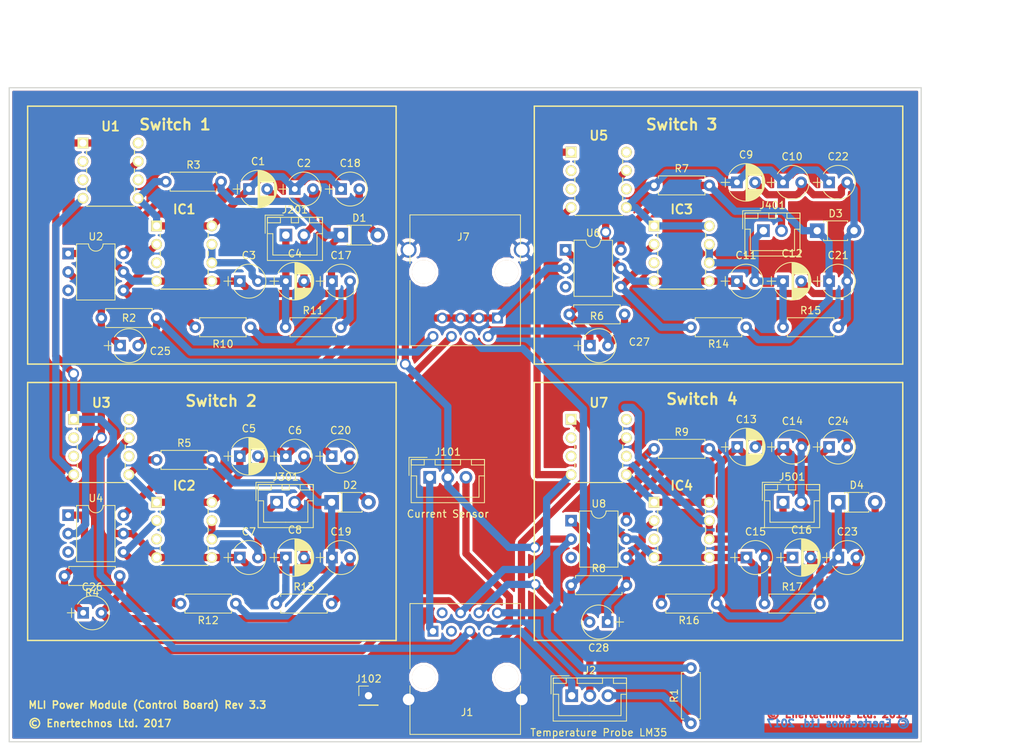
<source format=kicad_pcb>
(kicad_pcb (version 4) (host pcbnew 4.0.7)

  (general
    (links 159)
    (no_connects 0)
    (area 49.454999 34.214999 175.335001 124.535001)
    (thickness 1.6)
    (drawings 32)
    (tracks 489)
    (zones 0)
    (modules 70)
    (nets 37)
  )

  (page A4)
  (title_block
    (title "Power Module (Control Board)")
    (date 2017-12-14)
    (rev "Release 0.1")
    (company "Enertechnos Ltd.")
    (comment 1 "FOR REVIEW")
  )

  (layers
    (0 F.Cu signal)
    (31 B.Cu signal)
    (33 F.Adhes user hide)
    (35 F.Paste user hide)
    (37 F.SilkS user)
    (38 B.Mask user)
    (39 F.Mask user)
    (40 Dwgs.User user)
    (41 Cmts.User user hide)
    (42 Eco1.User user hide)
    (43 Eco2.User user hide)
    (44 Edge.Cuts user)
    (45 Margin user hide)
    (47 F.CrtYd user)
    (49 F.Fab user hide)
  )

  (setup
    (last_trace_width 1)
    (trace_clearance 0.4)
    (zone_clearance 0.35)
    (zone_45_only no)
    (trace_min 1)
    (segment_width 0.2)
    (edge_width 0.15)
    (via_size 1.5)
    (via_drill 1)
    (via_min_size 1.5)
    (via_min_drill 0.3)
    (uvia_size 1)
    (uvia_drill 0.5)
    (uvias_allowed no)
    (uvia_min_size 1)
    (uvia_min_drill 0.1)
    (pcb_text_width 0.3)
    (pcb_text_size 1.5 1.5)
    (mod_edge_width 0.15)
    (mod_text_size 1 1)
    (mod_text_width 0.15)
    (pad_size 1.7 1.7)
    (pad_drill 1)
    (pad_to_mask_clearance 0.2)
    (aux_axis_origin 49.53 124.46)
    (visible_elements 7FFFEFFF)
    (pcbplotparams
      (layerselection 0x010e0_80000001)
      (usegerberextensions false)
      (excludeedgelayer true)
      (linewidth 0.100000)
      (plotframeref false)
      (viasonmask false)
      (mode 1)
      (useauxorigin true)
      (hpglpennumber 1)
      (hpglpenspeed 20)
      (hpglpendiameter 15)
      (hpglpenoverlay 2)
      (psnegative false)
      (psa4output false)
      (plotreference true)
      (plotvalue true)
      (plotinvisibletext false)
      (padsonsilk false)
      (subtractmaskfromsilk false)
      (outputformat 1)
      (mirror false)
      (drillshape 0)
      (scaleselection 1)
      (outputdirectory Plot/))
  )

  (net 0 "")
  (net 1 "Net-(C1-Pad1)")
  (net 2 "Net-(C10-Pad1)")
  (net 3 "Net-(C13-Pad1)")
  (net 4 "Net-(IC1-Pad2)")
  (net 5 "Net-(IC2-Pad2)")
  (net 6 "Net-(IC3-Pad2)")
  (net 7 "Net-(IC4-Pad2)")
  (net 8 DC_IN)
  (net 9 DC_GND)
  (net 10 ARD_GND)
  (net 11 "Net-(C20-Pad1)")
  (net 12 "Net-(C17-Pad1)")
  (net 13 "Net-(C19-Pad1)")
  (net 14 "Net-(C21-Pad1)")
  (net 15 "Net-(C23-Pad1)")
  (net 16 ARD_PWM_A)
  (net 17 ARD_PWM_B)
  (net 18 ARD_PWM_C)
  (net 19 ARD_PWM_D)
  (net 20 "Net-(C25-Pad1)")
  (net 21 "Net-(C26-Pad1)")
  (net 22 "Net-(C27-Pad1)")
  (net 23 "Net-(C28-Pad1)")
  (net 24 ARD_CUR)
  (net 25 ARD_VCC)
  (net 26 ARD_TEMP)
  (net 27 "Net-(J2-Pad3)")
  (net 28 /PsuSwitchModule.Switch.1/GND_ISO)
  (net 29 /PsuSwitchModule.Switch.1/DRV_SIG)
  (net 30 /PsuSwitchModule.Switch.2/GND_ISO)
  (net 31 /PsuSwitchModule.Switch.2/DRV_SIG)
  (net 32 /PsuSwitchModule.Switch.3/GND_ISO)
  (net 33 /PsuSwitchModule.Switch.3/DRV_SIG)
  (net 34 /PsuSwitchModule.Switch.4/GND_ISO)
  (net 35 /PsuSwitchModule.Switch.4/DRV_SIG)
  (net 36 Earth)

  (net_class Default "This is the default net class."
    (clearance 0.4)
    (trace_width 1)
    (via_dia 1.5)
    (via_drill 1)
    (uvia_dia 1)
    (uvia_drill 0.5)
    (add_net /PsuSwitchModule.Switch.1/DRV_SIG)
    (add_net /PsuSwitchModule.Switch.1/GND_ISO)
    (add_net /PsuSwitchModule.Switch.2/DRV_SIG)
    (add_net /PsuSwitchModule.Switch.2/GND_ISO)
    (add_net /PsuSwitchModule.Switch.3/DRV_SIG)
    (add_net /PsuSwitchModule.Switch.3/GND_ISO)
    (add_net /PsuSwitchModule.Switch.4/DRV_SIG)
    (add_net /PsuSwitchModule.Switch.4/GND_ISO)
    (add_net ARD_CUR)
    (add_net ARD_GND)
    (add_net ARD_PWM_A)
    (add_net ARD_PWM_B)
    (add_net ARD_PWM_C)
    (add_net ARD_PWM_D)
    (add_net ARD_TEMP)
    (add_net ARD_VCC)
    (add_net DC_GND)
    (add_net DC_IN)
    (add_net Earth)
    (add_net "Net-(C1-Pad1)")
    (add_net "Net-(C10-Pad1)")
    (add_net "Net-(C13-Pad1)")
    (add_net "Net-(C17-Pad1)")
    (add_net "Net-(C19-Pad1)")
    (add_net "Net-(C20-Pad1)")
    (add_net "Net-(C21-Pad1)")
    (add_net "Net-(C23-Pad1)")
    (add_net "Net-(C25-Pad1)")
    (add_net "Net-(C26-Pad1)")
    (add_net "Net-(C27-Pad1)")
    (add_net "Net-(C28-Pad1)")
    (add_net "Net-(IC1-Pad2)")
    (add_net "Net-(IC2-Pad2)")
    (add_net "Net-(IC3-Pad2)")
    (add_net "Net-(IC4-Pad2)")
    (add_net "Net-(J2-Pad3)")
  )

  (module Capacitors_THT:CP_Radial_Tantal_D4.5mm_P2.50mm (layer F.Cu) (tedit 597C781B) (tstamp 5A16CB86)
    (at 132.04 107.95 180)
    (descr "CP, Radial_Tantal series, Radial, pin pitch=2.50mm, , diameter=4.5mm, Tantal Electrolytic Capacitor, http://cdn-reichelt.de/documents/datenblatt/B300/TANTAL-TB-Serie%23.pdf")
    (tags "CP Radial_Tantal series Radial pin pitch 2.50mm  diameter 4.5mm Tantal Electrolytic Capacitor")
    (path /59A712A3/5A16CD08)
    (fp_text reference C28 (at 1.25 -3.56 180) (layer F.SilkS)
      (effects (font (size 1 1) (thickness 0.15)))
    )
    (fp_text value 100nF (at 1.25 3.56 180) (layer F.Fab)
      (effects (font (size 1 1) (thickness 0.15)))
    )
    (fp_arc (start 1.25 0) (end -0.770693 -1.18) (angle 119.4) (layer F.SilkS) (width 0.12))
    (fp_arc (start 1.25 0) (end -0.770693 1.18) (angle -119.4) (layer F.SilkS) (width 0.12))
    (fp_arc (start 1.25 0) (end 3.270693 -1.18) (angle 60.6) (layer F.SilkS) (width 0.12))
    (fp_circle (center 1.25 0) (end 3.5 0) (layer F.Fab) (width 0.1))
    (fp_line (start -2.2 0) (end -1 0) (layer F.Fab) (width 0.1))
    (fp_line (start -1.6 -0.65) (end -1.6 0.65) (layer F.Fab) (width 0.1))
    (fp_line (start -2.2 0) (end -1 0) (layer F.SilkS) (width 0.12))
    (fp_line (start -1.6 -0.65) (end -1.6 0.65) (layer F.SilkS) (width 0.12))
    (fp_line (start -1.35 -2.6) (end -1.35 2.6) (layer F.CrtYd) (width 0.05))
    (fp_line (start -1.35 2.6) (end 3.85 2.6) (layer F.CrtYd) (width 0.05))
    (fp_line (start 3.85 2.6) (end 3.85 -2.6) (layer F.CrtYd) (width 0.05))
    (fp_line (start 3.85 -2.6) (end -1.35 -2.6) (layer F.CrtYd) (width 0.05))
    (fp_text user %R (at 1.25 0 180) (layer F.Fab)
      (effects (font (size 1 1) (thickness 0.15)))
    )
    (pad 1 thru_hole rect (at 0 0 180) (size 1.6 1.6) (drill 0.8) (layers *.Cu *.Mask)
      (net 23 "Net-(C28-Pad1)"))
    (pad 2 thru_hole circle (at 2.5 0 180) (size 1.6 1.6) (drill 0.8) (layers *.Cu *.Mask)
      (net 19 ARD_PWM_D))
    (model ${KISYS3DMOD}/Capacitors_THT.3dshapes/CP_Radial_Tantal_D4.5mm_P2.50mm.wrl
      (at (xyz 0 0 0))
      (scale (xyz 1 1 1))
      (rotate (xyz 0 0 0))
    )
  )

  (module Resistors_THT:R_Axial_DIN0207_L6.3mm_D2.5mm_P7.62mm_Horizontal (layer F.Cu) (tedit 5874F706) (tstamp 59EF6824)
    (at 153.67 105.41)
    (descr "Resistor, Axial_DIN0207 series, Axial, Horizontal, pin pitch=7.62mm, 0.25W = 1/4W, length*diameter=6.3*2.5mm^2, http://cdn-reichelt.de/documents/datenblatt/B400/1_4W%23YAG.pdf")
    (tags "Resistor Axial_DIN0207 series Axial Horizontal pin pitch 7.62mm 0.25W = 1/4W length 6.3mm diameter 2.5mm")
    (path /59A712A3/59EF1A58)
    (fp_text reference R17 (at 3.81 -2.31) (layer F.SilkS)
      (effects (font (size 1 1) (thickness 0.15)))
    )
    (fp_text value R (at 3.81 2.31) (layer F.Fab)
      (effects (font (size 1 1) (thickness 0.15)))
    )
    (fp_line (start 0.66 -1.25) (end 0.66 1.25) (layer F.Fab) (width 0.1))
    (fp_line (start 0.66 1.25) (end 6.96 1.25) (layer F.Fab) (width 0.1))
    (fp_line (start 6.96 1.25) (end 6.96 -1.25) (layer F.Fab) (width 0.1))
    (fp_line (start 6.96 -1.25) (end 0.66 -1.25) (layer F.Fab) (width 0.1))
    (fp_line (start 0 0) (end 0.66 0) (layer F.Fab) (width 0.1))
    (fp_line (start 7.62 0) (end 6.96 0) (layer F.Fab) (width 0.1))
    (fp_line (start 0.6 -0.98) (end 0.6 -1.31) (layer F.SilkS) (width 0.12))
    (fp_line (start 0.6 -1.31) (end 7.02 -1.31) (layer F.SilkS) (width 0.12))
    (fp_line (start 7.02 -1.31) (end 7.02 -0.98) (layer F.SilkS) (width 0.12))
    (fp_line (start 0.6 0.98) (end 0.6 1.31) (layer F.SilkS) (width 0.12))
    (fp_line (start 0.6 1.31) (end 7.02 1.31) (layer F.SilkS) (width 0.12))
    (fp_line (start 7.02 1.31) (end 7.02 0.98) (layer F.SilkS) (width 0.12))
    (fp_line (start -1.05 -1.6) (end -1.05 1.6) (layer F.CrtYd) (width 0.05))
    (fp_line (start -1.05 1.6) (end 8.7 1.6) (layer F.CrtYd) (width 0.05))
    (fp_line (start 8.7 1.6) (end 8.7 -1.6) (layer F.CrtYd) (width 0.05))
    (fp_line (start 8.7 -1.6) (end -1.05 -1.6) (layer F.CrtYd) (width 0.05))
    (pad 1 thru_hole circle (at 0 0) (size 1.6 1.6) (drill 0.8) (layers *.Cu *.Mask)
      (net 35 /PsuSwitchModule.Switch.4/DRV_SIG))
    (pad 2 thru_hole oval (at 7.62 0) (size 1.6 1.6) (drill 0.8) (layers *.Cu *.Mask)
      (net 34 /PsuSwitchModule.Switch.4/GND_ISO))
    (model ${KISYS3DMOD}/Resistors_THT.3dshapes/R_Axial_DIN0207_L6.3mm_D2.5mm_P7.62mm_Horizontal.wrl
      (at (xyz 0 0 0))
      (scale (xyz 0.3937 0.3937 0.3937))
      (rotate (xyz 0 0 0))
    )
  )

  (module Capacitors_THT:CP_Radial_Tantal_D4.5mm_P2.50mm (layer F.Cu) (tedit 597C781B) (tstamp 59EF6711)
    (at 163.83 99.06)
    (descr "CP, Radial_Tantal series, Radial, pin pitch=2.50mm, , diameter=4.5mm, Tantal Electrolytic Capacitor, http://cdn-reichelt.de/documents/datenblatt/B300/TANTAL-TB-Serie%23.pdf")
    (tags "CP Radial_Tantal series Radial pin pitch 2.50mm  diameter 4.5mm Tantal Electrolytic Capacitor")
    (path /59A712A3/59EF0ED7)
    (fp_text reference C23 (at 1.25 -3.56) (layer F.SilkS)
      (effects (font (size 1 1) (thickness 0.15)))
    )
    (fp_text value 100nF (at 1.25 3.56) (layer F.Fab)
      (effects (font (size 1 1) (thickness 0.15)))
    )
    (fp_arc (start 1.25 0) (end -0.770693 -1.18) (angle 119.4) (layer F.SilkS) (width 0.12))
    (fp_arc (start 1.25 0) (end -0.770693 1.18) (angle -119.4) (layer F.SilkS) (width 0.12))
    (fp_arc (start 1.25 0) (end 3.270693 -1.18) (angle 60.6) (layer F.SilkS) (width 0.12))
    (fp_circle (center 1.25 0) (end 3.5 0) (layer F.Fab) (width 0.1))
    (fp_line (start -2.2 0) (end -1 0) (layer F.Fab) (width 0.1))
    (fp_line (start -1.6 -0.65) (end -1.6 0.65) (layer F.Fab) (width 0.1))
    (fp_line (start -2.2 0) (end -1 0) (layer F.SilkS) (width 0.12))
    (fp_line (start -1.6 -0.65) (end -1.6 0.65) (layer F.SilkS) (width 0.12))
    (fp_line (start -1.35 -2.6) (end -1.35 2.6) (layer F.CrtYd) (width 0.05))
    (fp_line (start -1.35 2.6) (end 3.85 2.6) (layer F.CrtYd) (width 0.05))
    (fp_line (start 3.85 2.6) (end 3.85 -2.6) (layer F.CrtYd) (width 0.05))
    (fp_line (start 3.85 -2.6) (end -1.35 -2.6) (layer F.CrtYd) (width 0.05))
    (fp_text user %R (at 1.25 0) (layer F.Fab)
      (effects (font (size 1 1) (thickness 0.15)))
    )
    (pad 1 thru_hole rect (at 0 0) (size 1.6 1.6) (drill 0.8) (layers *.Cu *.Mask)
      (net 15 "Net-(C23-Pad1)"))
    (pad 2 thru_hole circle (at 2.5 0) (size 1.6 1.6) (drill 0.8) (layers *.Cu *.Mask)
      (net 34 /PsuSwitchModule.Switch.4/GND_ISO))
    (model ${KISYS3DMOD}/Capacitors_THT.3dshapes/CP_Radial_Tantal_D4.5mm_P2.50mm.wrl
      (at (xyz 0 0 0))
      (scale (xyz 1 1 1))
      (rotate (xyz 0 0 0))
    )
  )

  (module Diodes_THT:D_T-1_P5.08mm_Horizontal (layer F.Cu) (tedit 5921392F) (tstamp 59F0CB68)
    (at 163.83 91.44)
    (descr "D, T-1 series, Axial, Horizontal, pin pitch=5.08mm, , length*diameter=3.2*2.6mm^2, , http://www.diodes.com/_files/packages/T-1.pdf")
    (tags "D T-1 series Axial Horizontal pin pitch 5.08mm  length 3.2mm diameter 2.6mm")
    (path /59A712A3/59EF0E59)
    (fp_text reference D4 (at 2.54 -2.36) (layer F.SilkS)
      (effects (font (size 1 1) (thickness 0.15)))
    )
    (fp_text value D_Zener (at 2.54 2.36) (layer F.Fab)
      (effects (font (size 1 1) (thickness 0.15)))
    )
    (fp_text user %R (at 2.54 0) (layer F.Fab)
      (effects (font (size 1 1) (thickness 0.15)))
    )
    (fp_line (start 0.94 -1.3) (end 0.94 1.3) (layer F.Fab) (width 0.1))
    (fp_line (start 0.94 1.3) (end 4.14 1.3) (layer F.Fab) (width 0.1))
    (fp_line (start 4.14 1.3) (end 4.14 -1.3) (layer F.Fab) (width 0.1))
    (fp_line (start 4.14 -1.3) (end 0.94 -1.3) (layer F.Fab) (width 0.1))
    (fp_line (start 0 0) (end 0.94 0) (layer F.Fab) (width 0.1))
    (fp_line (start 5.08 0) (end 4.14 0) (layer F.Fab) (width 0.1))
    (fp_line (start 1.42 -1.3) (end 1.42 1.3) (layer F.Fab) (width 0.1))
    (fp_line (start 0.88 -1.18) (end 0.88 -1.36) (layer F.SilkS) (width 0.12))
    (fp_line (start 0.88 -1.36) (end 4.2 -1.36) (layer F.SilkS) (width 0.12))
    (fp_line (start 4.2 -1.36) (end 4.2 -1.18) (layer F.SilkS) (width 0.12))
    (fp_line (start 0.88 1.18) (end 0.88 1.36) (layer F.SilkS) (width 0.12))
    (fp_line (start 0.88 1.36) (end 4.2 1.36) (layer F.SilkS) (width 0.12))
    (fp_line (start 4.2 1.36) (end 4.2 1.18) (layer F.SilkS) (width 0.12))
    (fp_line (start 1.42 -1.36) (end 1.42 1.36) (layer F.SilkS) (width 0.12))
    (fp_line (start -1.25 -1.65) (end -1.25 1.65) (layer F.CrtYd) (width 0.05))
    (fp_line (start -1.25 1.65) (end 6.35 1.65) (layer F.CrtYd) (width 0.05))
    (fp_line (start 6.35 1.65) (end 6.35 -1.65) (layer F.CrtYd) (width 0.05))
    (fp_line (start 6.35 -1.65) (end -1.25 -1.65) (layer F.CrtYd) (width 0.05))
    (pad 1 thru_hole rect (at 0 0) (size 2 2) (drill 1) (layers *.Cu *.Mask)
      (net 15 "Net-(C23-Pad1)"))
    (pad 2 thru_hole oval (at 5.08 0) (size 2 2) (drill 1) (layers *.Cu *.Mask)
      (net 34 /PsuSwitchModule.Switch.4/GND_ISO))
    (model ${KISYS3DMOD}/Diodes_THT.3dshapes/D_T-1_P5.08mm_Horizontal.wrl
      (at (xyz 0 0 0))
      (scale (xyz 0.393701 0.393701 0.393701))
      (rotate (xyz 0 0 0))
    )
  )

  (module Connectors_JST:JST_XH_B02B-XH-A_02x2.50mm_Straight (layer F.Cu) (tedit 58EAE7F0) (tstamp 5AA7DCC0)
    (at 86.4 91.44)
    (descr "JST XH series connector, B02B-XH-A, top entry type, through hole")
    (tags "connector jst xh tht top vertical 2.50mm")
    (path /59A7109E/5AA809BD)
    (fp_text reference J301 (at 1.25 -3.5) (layer F.SilkS)
      (effects (font (size 1 1) (thickness 0.15)))
    )
    (fp_text value Conn_01x02_Male (at 1.25 4.5) (layer F.Fab)
      (effects (font (size 1 1) (thickness 0.15)))
    )
    (fp_line (start -2.45 -2.35) (end -2.45 3.4) (layer F.Fab) (width 0.1))
    (fp_line (start -2.45 3.4) (end 4.95 3.4) (layer F.Fab) (width 0.1))
    (fp_line (start 4.95 3.4) (end 4.95 -2.35) (layer F.Fab) (width 0.1))
    (fp_line (start 4.95 -2.35) (end -2.45 -2.35) (layer F.Fab) (width 0.1))
    (fp_line (start -2.95 -2.85) (end -2.95 3.9) (layer F.CrtYd) (width 0.05))
    (fp_line (start -2.95 3.9) (end 5.45 3.9) (layer F.CrtYd) (width 0.05))
    (fp_line (start 5.45 3.9) (end 5.45 -2.85) (layer F.CrtYd) (width 0.05))
    (fp_line (start 5.45 -2.85) (end -2.95 -2.85) (layer F.CrtYd) (width 0.05))
    (fp_line (start -2.55 -2.45) (end -2.55 3.5) (layer F.SilkS) (width 0.12))
    (fp_line (start -2.55 3.5) (end 5.05 3.5) (layer F.SilkS) (width 0.12))
    (fp_line (start 5.05 3.5) (end 5.05 -2.45) (layer F.SilkS) (width 0.12))
    (fp_line (start 5.05 -2.45) (end -2.55 -2.45) (layer F.SilkS) (width 0.12))
    (fp_line (start 0.75 -2.45) (end 0.75 -1.7) (layer F.SilkS) (width 0.12))
    (fp_line (start 0.75 -1.7) (end 1.75 -1.7) (layer F.SilkS) (width 0.12))
    (fp_line (start 1.75 -1.7) (end 1.75 -2.45) (layer F.SilkS) (width 0.12))
    (fp_line (start 1.75 -2.45) (end 0.75 -2.45) (layer F.SilkS) (width 0.12))
    (fp_line (start -2.55 -2.45) (end -2.55 -1.7) (layer F.SilkS) (width 0.12))
    (fp_line (start -2.55 -1.7) (end -0.75 -1.7) (layer F.SilkS) (width 0.12))
    (fp_line (start -0.75 -1.7) (end -0.75 -2.45) (layer F.SilkS) (width 0.12))
    (fp_line (start -0.75 -2.45) (end -2.55 -2.45) (layer F.SilkS) (width 0.12))
    (fp_line (start 3.25 -2.45) (end 3.25 -1.7) (layer F.SilkS) (width 0.12))
    (fp_line (start 3.25 -1.7) (end 5.05 -1.7) (layer F.SilkS) (width 0.12))
    (fp_line (start 5.05 -1.7) (end 5.05 -2.45) (layer F.SilkS) (width 0.12))
    (fp_line (start 5.05 -2.45) (end 3.25 -2.45) (layer F.SilkS) (width 0.12))
    (fp_line (start -2.55 -0.2) (end -1.8 -0.2) (layer F.SilkS) (width 0.12))
    (fp_line (start -1.8 -0.2) (end -1.8 2.75) (layer F.SilkS) (width 0.12))
    (fp_line (start -1.8 2.75) (end 1.25 2.75) (layer F.SilkS) (width 0.12))
    (fp_line (start 5.05 -0.2) (end 4.3 -0.2) (layer F.SilkS) (width 0.12))
    (fp_line (start 4.3 -0.2) (end 4.3 2.75) (layer F.SilkS) (width 0.12))
    (fp_line (start 4.3 2.75) (end 1.25 2.75) (layer F.SilkS) (width 0.12))
    (fp_line (start -0.35 -2.75) (end -2.85 -2.75) (layer F.SilkS) (width 0.12))
    (fp_line (start -2.85 -2.75) (end -2.85 -0.25) (layer F.SilkS) (width 0.12))
    (fp_line (start -0.35 -2.75) (end -2.85 -2.75) (layer F.Fab) (width 0.1))
    (fp_line (start -2.85 -2.75) (end -2.85 -0.25) (layer F.Fab) (width 0.1))
    (fp_text user %R (at 1.25 2.5) (layer F.Fab)
      (effects (font (size 1 1) (thickness 0.15)))
    )
    (pad 1 thru_hole rect (at 0 0) (size 1.75 1.75) (drill 1.05) (layers *.Cu *.Mask)
      (net 31 /PsuSwitchModule.Switch.2/DRV_SIG))
    (pad 2 thru_hole circle (at 2.5 0) (size 1.75 1.75) (drill 1.05) (layers *.Cu *.Mask)
      (net 30 /PsuSwitchModule.Switch.2/GND_ISO))
    (model Connectors_JST.3dshapes/JST_XH_B02B-XH-A_02x2.50mm_Straight.wrl
      (at (xyz 0 0 0))
      (scale (xyz 1 1 1))
      (rotate (xyz 0 0 0))
    )
  )

  (module Capacitors_THT:CP_Radial_D5.0mm_P2.50mm (layer F.Cu) (tedit 597BC7C2) (tstamp 59A6E80F)
    (at 87.67 60.96)
    (descr "CP, Radial series, Radial, pin pitch=2.50mm, , diameter=5mm, Electrolytic Capacitor")
    (tags "CP Radial series Radial pin pitch 2.50mm  diameter 5mm Electrolytic Capacitor")
    (path /59498AA5/59498146)
    (fp_text reference C4 (at 1.25 -3.81) (layer F.SilkS)
      (effects (font (size 1 1) (thickness 0.15)))
    )
    (fp_text value 4.7uF (at 1.25 3.81) (layer F.Fab)
      (effects (font (size 1 1) (thickness 0.15)))
    )
    (fp_arc (start 1.25 0) (end -1.05558 -1.18) (angle 125.8) (layer F.SilkS) (width 0.12))
    (fp_arc (start 1.25 0) (end -1.05558 1.18) (angle -125.8) (layer F.SilkS) (width 0.12))
    (fp_arc (start 1.25 0) (end 3.55558 -1.18) (angle 54.2) (layer F.SilkS) (width 0.12))
    (fp_circle (center 1.25 0) (end 3.75 0) (layer F.Fab) (width 0.1))
    (fp_line (start -2.2 0) (end -1 0) (layer F.Fab) (width 0.1))
    (fp_line (start -1.6 -0.65) (end -1.6 0.65) (layer F.Fab) (width 0.1))
    (fp_line (start 1.25 -2.55) (end 1.25 2.55) (layer F.SilkS) (width 0.12))
    (fp_line (start 1.29 -2.55) (end 1.29 2.55) (layer F.SilkS) (width 0.12))
    (fp_line (start 1.33 -2.549) (end 1.33 2.549) (layer F.SilkS) (width 0.12))
    (fp_line (start 1.37 -2.548) (end 1.37 2.548) (layer F.SilkS) (width 0.12))
    (fp_line (start 1.41 -2.546) (end 1.41 2.546) (layer F.SilkS) (width 0.12))
    (fp_line (start 1.45 -2.543) (end 1.45 2.543) (layer F.SilkS) (width 0.12))
    (fp_line (start 1.49 -2.539) (end 1.49 2.539) (layer F.SilkS) (width 0.12))
    (fp_line (start 1.53 -2.535) (end 1.53 -0.98) (layer F.SilkS) (width 0.12))
    (fp_line (start 1.53 0.98) (end 1.53 2.535) (layer F.SilkS) (width 0.12))
    (fp_line (start 1.57 -2.531) (end 1.57 -0.98) (layer F.SilkS) (width 0.12))
    (fp_line (start 1.57 0.98) (end 1.57 2.531) (layer F.SilkS) (width 0.12))
    (fp_line (start 1.61 -2.525) (end 1.61 -0.98) (layer F.SilkS) (width 0.12))
    (fp_line (start 1.61 0.98) (end 1.61 2.525) (layer F.SilkS) (width 0.12))
    (fp_line (start 1.65 -2.519) (end 1.65 -0.98) (layer F.SilkS) (width 0.12))
    (fp_line (start 1.65 0.98) (end 1.65 2.519) (layer F.SilkS) (width 0.12))
    (fp_line (start 1.69 -2.513) (end 1.69 -0.98) (layer F.SilkS) (width 0.12))
    (fp_line (start 1.69 0.98) (end 1.69 2.513) (layer F.SilkS) (width 0.12))
    (fp_line (start 1.73 -2.506) (end 1.73 -0.98) (layer F.SilkS) (width 0.12))
    (fp_line (start 1.73 0.98) (end 1.73 2.506) (layer F.SilkS) (width 0.12))
    (fp_line (start 1.77 -2.498) (end 1.77 -0.98) (layer F.SilkS) (width 0.12))
    (fp_line (start 1.77 0.98) (end 1.77 2.498) (layer F.SilkS) (width 0.12))
    (fp_line (start 1.81 -2.489) (end 1.81 -0.98) (layer F.SilkS) (width 0.12))
    (fp_line (start 1.81 0.98) (end 1.81 2.489) (layer F.SilkS) (width 0.12))
    (fp_line (start 1.85 -2.48) (end 1.85 -0.98) (layer F.SilkS) (width 0.12))
    (fp_line (start 1.85 0.98) (end 1.85 2.48) (layer F.SilkS) (width 0.12))
    (fp_line (start 1.89 -2.47) (end 1.89 -0.98) (layer F.SilkS) (width 0.12))
    (fp_line (start 1.89 0.98) (end 1.89 2.47) (layer F.SilkS) (width 0.12))
    (fp_line (start 1.93 -2.46) (end 1.93 -0.98) (layer F.SilkS) (width 0.12))
    (fp_line (start 1.93 0.98) (end 1.93 2.46) (layer F.SilkS) (width 0.12))
    (fp_line (start 1.971 -2.448) (end 1.971 -0.98) (layer F.SilkS) (width 0.12))
    (fp_line (start 1.971 0.98) (end 1.971 2.448) (layer F.SilkS) (width 0.12))
    (fp_line (start 2.011 -2.436) (end 2.011 -0.98) (layer F.SilkS) (width 0.12))
    (fp_line (start 2.011 0.98) (end 2.011 2.436) (layer F.SilkS) (width 0.12))
    (fp_line (start 2.051 -2.424) (end 2.051 -0.98) (layer F.SilkS) (width 0.12))
    (fp_line (start 2.051 0.98) (end 2.051 2.424) (layer F.SilkS) (width 0.12))
    (fp_line (start 2.091 -2.41) (end 2.091 -0.98) (layer F.SilkS) (width 0.12))
    (fp_line (start 2.091 0.98) (end 2.091 2.41) (layer F.SilkS) (width 0.12))
    (fp_line (start 2.131 -2.396) (end 2.131 -0.98) (layer F.SilkS) (width 0.12))
    (fp_line (start 2.131 0.98) (end 2.131 2.396) (layer F.SilkS) (width 0.12))
    (fp_line (start 2.171 -2.382) (end 2.171 -0.98) (layer F.SilkS) (width 0.12))
    (fp_line (start 2.171 0.98) (end 2.171 2.382) (layer F.SilkS) (width 0.12))
    (fp_line (start 2.211 -2.366) (end 2.211 -0.98) (layer F.SilkS) (width 0.12))
    (fp_line (start 2.211 0.98) (end 2.211 2.366) (layer F.SilkS) (width 0.12))
    (fp_line (start 2.251 -2.35) (end 2.251 -0.98) (layer F.SilkS) (width 0.12))
    (fp_line (start 2.251 0.98) (end 2.251 2.35) (layer F.SilkS) (width 0.12))
    (fp_line (start 2.291 -2.333) (end 2.291 -0.98) (layer F.SilkS) (width 0.12))
    (fp_line (start 2.291 0.98) (end 2.291 2.333) (layer F.SilkS) (width 0.12))
    (fp_line (start 2.331 -2.315) (end 2.331 -0.98) (layer F.SilkS) (width 0.12))
    (fp_line (start 2.331 0.98) (end 2.331 2.315) (layer F.SilkS) (width 0.12))
    (fp_line (start 2.371 -2.296) (end 2.371 -0.98) (layer F.SilkS) (width 0.12))
    (fp_line (start 2.371 0.98) (end 2.371 2.296) (layer F.SilkS) (width 0.12))
    (fp_line (start 2.411 -2.276) (end 2.411 -0.98) (layer F.SilkS) (width 0.12))
    (fp_line (start 2.411 0.98) (end 2.411 2.276) (layer F.SilkS) (width 0.12))
    (fp_line (start 2.451 -2.256) (end 2.451 -0.98) (layer F.SilkS) (width 0.12))
    (fp_line (start 2.451 0.98) (end 2.451 2.256) (layer F.SilkS) (width 0.12))
    (fp_line (start 2.491 -2.234) (end 2.491 -0.98) (layer F.SilkS) (width 0.12))
    (fp_line (start 2.491 0.98) (end 2.491 2.234) (layer F.SilkS) (width 0.12))
    (fp_line (start 2.531 -2.212) (end 2.531 -0.98) (layer F.SilkS) (width 0.12))
    (fp_line (start 2.531 0.98) (end 2.531 2.212) (layer F.SilkS) (width 0.12))
    (fp_line (start 2.571 -2.189) (end 2.571 -0.98) (layer F.SilkS) (width 0.12))
    (fp_line (start 2.571 0.98) (end 2.571 2.189) (layer F.SilkS) (width 0.12))
    (fp_line (start 2.611 -2.165) (end 2.611 -0.98) (layer F.SilkS) (width 0.12))
    (fp_line (start 2.611 0.98) (end 2.611 2.165) (layer F.SilkS) (width 0.12))
    (fp_line (start 2.651 -2.14) (end 2.651 -0.98) (layer F.SilkS) (width 0.12))
    (fp_line (start 2.651 0.98) (end 2.651 2.14) (layer F.SilkS) (width 0.12))
    (fp_line (start 2.691 -2.113) (end 2.691 -0.98) (layer F.SilkS) (width 0.12))
    (fp_line (start 2.691 0.98) (end 2.691 2.113) (layer F.SilkS) (width 0.12))
    (fp_line (start 2.731 -2.086) (end 2.731 -0.98) (layer F.SilkS) (width 0.12))
    (fp_line (start 2.731 0.98) (end 2.731 2.086) (layer F.SilkS) (width 0.12))
    (fp_line (start 2.771 -2.058) (end 2.771 -0.98) (layer F.SilkS) (width 0.12))
    (fp_line (start 2.771 0.98) (end 2.771 2.058) (layer F.SilkS) (width 0.12))
    (fp_line (start 2.811 -2.028) (end 2.811 -0.98) (layer F.SilkS) (width 0.12))
    (fp_line (start 2.811 0.98) (end 2.811 2.028) (layer F.SilkS) (width 0.12))
    (fp_line (start 2.851 -1.997) (end 2.851 -0.98) (layer F.SilkS) (width 0.12))
    (fp_line (start 2.851 0.98) (end 2.851 1.997) (layer F.SilkS) (width 0.12))
    (fp_line (start 2.891 -1.965) (end 2.891 -0.98) (layer F.SilkS) (width 0.12))
    (fp_line (start 2.891 0.98) (end 2.891 1.965) (layer F.SilkS) (width 0.12))
    (fp_line (start 2.931 -1.932) (end 2.931 -0.98) (layer F.SilkS) (width 0.12))
    (fp_line (start 2.931 0.98) (end 2.931 1.932) (layer F.SilkS) (width 0.12))
    (fp_line (start 2.971 -1.897) (end 2.971 -0.98) (layer F.SilkS) (width 0.12))
    (fp_line (start 2.971 0.98) (end 2.971 1.897) (layer F.SilkS) (width 0.12))
    (fp_line (start 3.011 -1.861) (end 3.011 -0.98) (layer F.SilkS) (width 0.12))
    (fp_line (start 3.011 0.98) (end 3.011 1.861) (layer F.SilkS) (width 0.12))
    (fp_line (start 3.051 -1.823) (end 3.051 -0.98) (layer F.SilkS) (width 0.12))
    (fp_line (start 3.051 0.98) (end 3.051 1.823) (layer F.SilkS) (width 0.12))
    (fp_line (start 3.091 -1.783) (end 3.091 -0.98) (layer F.SilkS) (width 0.12))
    (fp_line (start 3.091 0.98) (end 3.091 1.783) (layer F.SilkS) (width 0.12))
    (fp_line (start 3.131 -1.742) (end 3.131 -0.98) (layer F.SilkS) (width 0.12))
    (fp_line (start 3.131 0.98) (end 3.131 1.742) (layer F.SilkS) (width 0.12))
    (fp_line (start 3.171 -1.699) (end 3.171 -0.98) (layer F.SilkS) (width 0.12))
    (fp_line (start 3.171 0.98) (end 3.171 1.699) (layer F.SilkS) (width 0.12))
    (fp_line (start 3.211 -1.654) (end 3.211 -0.98) (layer F.SilkS) (width 0.12))
    (fp_line (start 3.211 0.98) (end 3.211 1.654) (layer F.SilkS) (width 0.12))
    (fp_line (start 3.251 -1.606) (end 3.251 -0.98) (layer F.SilkS) (width 0.12))
    (fp_line (start 3.251 0.98) (end 3.251 1.606) (layer F.SilkS) (width 0.12))
    (fp_line (start 3.291 -1.556) (end 3.291 -0.98) (layer F.SilkS) (width 0.12))
    (fp_line (start 3.291 0.98) (end 3.291 1.556) (layer F.SilkS) (width 0.12))
    (fp_line (start 3.331 -1.504) (end 3.331 -0.98) (layer F.SilkS) (width 0.12))
    (fp_line (start 3.331 0.98) (end 3.331 1.504) (layer F.SilkS) (width 0.12))
    (fp_line (start 3.371 -1.448) (end 3.371 -0.98) (layer F.SilkS) (width 0.12))
    (fp_line (start 3.371 0.98) (end 3.371 1.448) (layer F.SilkS) (width 0.12))
    (fp_line (start 3.411 -1.39) (end 3.411 -0.98) (layer F.SilkS) (width 0.12))
    (fp_line (start 3.411 0.98) (end 3.411 1.39) (layer F.SilkS) (width 0.12))
    (fp_line (start 3.451 -1.327) (end 3.451 -0.98) (layer F.SilkS) (width 0.12))
    (fp_line (start 3.451 0.98) (end 3.451 1.327) (layer F.SilkS) (width 0.12))
    (fp_line (start 3.491 -1.261) (end 3.491 1.261) (layer F.SilkS) (width 0.12))
    (fp_line (start 3.531 -1.189) (end 3.531 1.189) (layer F.SilkS) (width 0.12))
    (fp_line (start 3.571 -1.112) (end 3.571 1.112) (layer F.SilkS) (width 0.12))
    (fp_line (start 3.611 -1.028) (end 3.611 1.028) (layer F.SilkS) (width 0.12))
    (fp_line (start 3.651 -0.934) (end 3.651 0.934) (layer F.SilkS) (width 0.12))
    (fp_line (start 3.691 -0.829) (end 3.691 0.829) (layer F.SilkS) (width 0.12))
    (fp_line (start 3.731 -0.707) (end 3.731 0.707) (layer F.SilkS) (width 0.12))
    (fp_line (start 3.771 -0.559) (end 3.771 0.559) (layer F.SilkS) (width 0.12))
    (fp_line (start 3.811 -0.354) (end 3.811 0.354) (layer F.SilkS) (width 0.12))
    (fp_line (start -2.2 0) (end -1 0) (layer F.SilkS) (width 0.12))
    (fp_line (start -1.6 -0.65) (end -1.6 0.65) (layer F.SilkS) (width 0.12))
    (fp_line (start -1.6 -2.85) (end -1.6 2.85) (layer F.CrtYd) (width 0.05))
    (fp_line (start -1.6 2.85) (end 4.1 2.85) (layer F.CrtYd) (width 0.05))
    (fp_line (start 4.1 2.85) (end 4.1 -2.85) (layer F.CrtYd) (width 0.05))
    (fp_line (start 4.1 -2.85) (end -1.6 -2.85) (layer F.CrtYd) (width 0.05))
    (fp_text user %R (at 1.25 0) (layer F.Fab)
      (effects (font (size 1 1) (thickness 0.15)))
    )
    (pad 1 thru_hole rect (at 0 0) (size 1.6 1.6) (drill 0.8) (layers *.Cu *.Mask)
      (net 29 /PsuSwitchModule.Switch.1/DRV_SIG))
    (pad 2 thru_hole circle (at 2.5 0) (size 1.6 1.6) (drill 0.8) (layers *.Cu *.Mask)
      (net 28 /PsuSwitchModule.Switch.1/GND_ISO))
    (model ${KISYS3DMOD}/Capacitors_THT.3dshapes/CP_Radial_D5.0mm_P2.50mm.wrl
      (at (xyz 0 0 0))
      (scale (xyz 1 1 1))
      (rotate (xyz 0 0 0))
    )
  )

  (module Connectors_JST:JST_XH_B03B-XH-A_03x2.50mm_Straight (layer F.Cu) (tedit 5A4B882C) (tstamp 5A328A2C)
    (at 107.5 88)
    (descr "JST XH series connector, B03B-XH-A, top entry type, through hole")
    (tags "connector jst xh tht top vertical 2.50mm")
    (path /5A3469C9)
    (fp_text reference J101 (at 2.5 -3.5) (layer F.SilkS)
      (effects (font (size 1 1) (thickness 0.15)))
    )
    (fp_text value "Current Sensor" (at 2.5 5.047436) (layer F.SilkS)
      (effects (font (size 1 1) (thickness 0.15)))
    )
    (fp_line (start -2.45 -2.35) (end -2.45 3.4) (layer F.Fab) (width 0.1))
    (fp_line (start -2.45 3.4) (end 7.45 3.4) (layer F.Fab) (width 0.1))
    (fp_line (start 7.45 3.4) (end 7.45 -2.35) (layer F.Fab) (width 0.1))
    (fp_line (start 7.45 -2.35) (end -2.45 -2.35) (layer F.Fab) (width 0.1))
    (fp_line (start -2.95 -2.85) (end -2.95 3.9) (layer F.CrtYd) (width 0.05))
    (fp_line (start -2.95 3.9) (end 7.95 3.9) (layer F.CrtYd) (width 0.05))
    (fp_line (start 7.95 3.9) (end 7.95 -2.85) (layer F.CrtYd) (width 0.05))
    (fp_line (start 7.95 -2.85) (end -2.95 -2.85) (layer F.CrtYd) (width 0.05))
    (fp_line (start -2.55 -2.45) (end -2.55 3.5) (layer F.SilkS) (width 0.12))
    (fp_line (start -2.55 3.5) (end 7.55 3.5) (layer F.SilkS) (width 0.12))
    (fp_line (start 7.55 3.5) (end 7.55 -2.45) (layer F.SilkS) (width 0.12))
    (fp_line (start 7.55 -2.45) (end -2.55 -2.45) (layer F.SilkS) (width 0.12))
    (fp_line (start 0.75 -2.45) (end 0.75 -1.7) (layer F.SilkS) (width 0.12))
    (fp_line (start 0.75 -1.7) (end 4.25 -1.7) (layer F.SilkS) (width 0.12))
    (fp_line (start 4.25 -1.7) (end 4.25 -2.45) (layer F.SilkS) (width 0.12))
    (fp_line (start 4.25 -2.45) (end 0.75 -2.45) (layer F.SilkS) (width 0.12))
    (fp_line (start -2.55 -2.45) (end -2.55 -1.7) (layer F.SilkS) (width 0.12))
    (fp_line (start -2.55 -1.7) (end -0.75 -1.7) (layer F.SilkS) (width 0.12))
    (fp_line (start -0.75 -1.7) (end -0.75 -2.45) (layer F.SilkS) (width 0.12))
    (fp_line (start -0.75 -2.45) (end -2.55 -2.45) (layer F.SilkS) (width 0.12))
    (fp_line (start 5.75 -2.45) (end 5.75 -1.7) (layer F.SilkS) (width 0.12))
    (fp_line (start 5.75 -1.7) (end 7.55 -1.7) (layer F.SilkS) (width 0.12))
    (fp_line (start 7.55 -1.7) (end 7.55 -2.45) (layer F.SilkS) (width 0.12))
    (fp_line (start 7.55 -2.45) (end 5.75 -2.45) (layer F.SilkS) (width 0.12))
    (fp_line (start -2.55 -0.2) (end -1.8 -0.2) (layer F.SilkS) (width 0.12))
    (fp_line (start -1.8 -0.2) (end -1.8 2.75) (layer F.SilkS) (width 0.12))
    (fp_line (start -1.8 2.75) (end 2.5 2.75) (layer F.SilkS) (width 0.12))
    (fp_line (start 7.55 -0.2) (end 6.8 -0.2) (layer F.SilkS) (width 0.12))
    (fp_line (start 6.8 -0.2) (end 6.8 2.75) (layer F.SilkS) (width 0.12))
    (fp_line (start 6.8 2.75) (end 2.5 2.75) (layer F.SilkS) (width 0.12))
    (fp_line (start -0.35 -2.75) (end -2.85 -2.75) (layer F.SilkS) (width 0.12))
    (fp_line (start -2.85 -2.75) (end -2.85 -0.25) (layer F.SilkS) (width 0.12))
    (fp_line (start -0.35 -2.75) (end -2.85 -2.75) (layer F.Fab) (width 0.1))
    (fp_line (start -2.85 -2.75) (end -2.85 -0.25) (layer F.Fab) (width 0.1))
    (fp_text user %R (at 2.5 2.5) (layer F.Fab)
      (effects (font (size 1 1) (thickness 0.15)))
    )
    (pad 1 thru_hole rect (at 0 0) (size 1.75 1.75) (drill 1) (layers *.Cu *.Mask)
      (net 24 ARD_CUR))
    (pad 2 thru_hole circle (at 2.5 0) (size 1.75 1.75) (drill 1) (layers *.Cu *.Mask)
      (net 10 ARD_GND))
    (pad 3 thru_hole circle (at 5 0) (size 1.75 1.75) (drill 1) (layers *.Cu *.Mask)
      (net 25 ARD_VCC))
    (model Connectors_JST.3dshapes/JST_XH_B03B-XH-A_03x2.50mm_Straight.wrl
      (at (xyz 0 0 0))
      (scale (xyz 1 1 1))
      (rotate (xyz 0 0 0))
    )
  )

  (module Connectors_JST:JST_XH_B03B-XH-A_03x2.50mm_Straight (layer F.Cu) (tedit 5A4B8769) (tstamp 5A4B8B9E)
    (at 127.08 118.11)
    (descr "JST XH series connector, B03B-XH-A, top entry type, through hole")
    (tags "connector jst xh tht top vertical 2.50mm")
    (path /599EAAF2)
    (fp_text reference J2 (at 2.5 -3.5) (layer F.SilkS)
      (effects (font (size 1 1) (thickness 0.15)))
    )
    (fp_text value "Temperature Probe LM35" (at 3.73 5.08) (layer F.SilkS)
      (effects (font (size 1 1) (thickness 0.15)))
    )
    (fp_line (start -2.45 -2.35) (end -2.45 3.4) (layer F.Fab) (width 0.1))
    (fp_line (start -2.45 3.4) (end 7.45 3.4) (layer F.Fab) (width 0.1))
    (fp_line (start 7.45 3.4) (end 7.45 -2.35) (layer F.Fab) (width 0.1))
    (fp_line (start 7.45 -2.35) (end -2.45 -2.35) (layer F.Fab) (width 0.1))
    (fp_line (start -2.95 -2.85) (end -2.95 3.9) (layer F.CrtYd) (width 0.05))
    (fp_line (start -2.95 3.9) (end 7.95 3.9) (layer F.CrtYd) (width 0.05))
    (fp_line (start 7.95 3.9) (end 7.95 -2.85) (layer F.CrtYd) (width 0.05))
    (fp_line (start 7.95 -2.85) (end -2.95 -2.85) (layer F.CrtYd) (width 0.05))
    (fp_line (start -2.55 -2.45) (end -2.55 3.5) (layer F.SilkS) (width 0.12))
    (fp_line (start -2.55 3.5) (end 7.55 3.5) (layer F.SilkS) (width 0.12))
    (fp_line (start 7.55 3.5) (end 7.55 -2.45) (layer F.SilkS) (width 0.12))
    (fp_line (start 7.55 -2.45) (end -2.55 -2.45) (layer F.SilkS) (width 0.12))
    (fp_line (start 0.75 -2.45) (end 0.75 -1.7) (layer F.SilkS) (width 0.12))
    (fp_line (start 0.75 -1.7) (end 4.25 -1.7) (layer F.SilkS) (width 0.12))
    (fp_line (start 4.25 -1.7) (end 4.25 -2.45) (layer F.SilkS) (width 0.12))
    (fp_line (start 4.25 -2.45) (end 0.75 -2.45) (layer F.SilkS) (width 0.12))
    (fp_line (start -2.55 -2.45) (end -2.55 -1.7) (layer F.SilkS) (width 0.12))
    (fp_line (start -2.55 -1.7) (end -0.75 -1.7) (layer F.SilkS) (width 0.12))
    (fp_line (start -0.75 -1.7) (end -0.75 -2.45) (layer F.SilkS) (width 0.12))
    (fp_line (start -0.75 -2.45) (end -2.55 -2.45) (layer F.SilkS) (width 0.12))
    (fp_line (start 5.75 -2.45) (end 5.75 -1.7) (layer F.SilkS) (width 0.12))
    (fp_line (start 5.75 -1.7) (end 7.55 -1.7) (layer F.SilkS) (width 0.12))
    (fp_line (start 7.55 -1.7) (end 7.55 -2.45) (layer F.SilkS) (width 0.12))
    (fp_line (start 7.55 -2.45) (end 5.75 -2.45) (layer F.SilkS) (width 0.12))
    (fp_line (start -2.55 -0.2) (end -1.8 -0.2) (layer F.SilkS) (width 0.12))
    (fp_line (start -1.8 -0.2) (end -1.8 2.75) (layer F.SilkS) (width 0.12))
    (fp_line (start -1.8 2.75) (end 2.5 2.75) (layer F.SilkS) (width 0.12))
    (fp_line (start 7.55 -0.2) (end 6.8 -0.2) (layer F.SilkS) (width 0.12))
    (fp_line (start 6.8 -0.2) (end 6.8 2.75) (layer F.SilkS) (width 0.12))
    (fp_line (start 6.8 2.75) (end 2.5 2.75) (layer F.SilkS) (width 0.12))
    (fp_line (start -0.35 -2.75) (end -2.85 -2.75) (layer F.SilkS) (width 0.12))
    (fp_line (start -2.85 -2.75) (end -2.85 -0.25) (layer F.SilkS) (width 0.12))
    (fp_line (start -0.35 -2.75) (end -2.85 -2.75) (layer F.Fab) (width 0.1))
    (fp_line (start -2.85 -2.75) (end -2.85 -0.25) (layer F.Fab) (width 0.1))
    (fp_text user %R (at 2.5 2.5) (layer F.Fab)
      (effects (font (size 1 1) (thickness 0.15)))
    )
    (pad 1 thru_hole rect (at 0 0) (size 1.75 1.75) (drill 1) (layers *.Cu *.Mask)
      (net 25 ARD_VCC))
    (pad 2 thru_hole circle (at 2.5 0) (size 1.75 1.75) (drill 1) (layers *.Cu *.Mask)
      (net 26 ARD_TEMP))
    (pad 3 thru_hole circle (at 5 0) (size 1.75 1.75) (drill 1) (layers *.Cu *.Mask)
      (net 27 "Net-(J2-Pad3)"))
    (model Connectors_JST.3dshapes/JST_XH_B03B-XH-A_03x2.50mm_Straight.wrl
      (at (xyz 0 0 0))
      (scale (xyz 1 1 1))
      (rotate (xyz 0 0 0))
    )
  )

  (module Capacitors_THT:CP_Radial_Tantal_D4.5mm_P2.50mm (layer F.Cu) (tedit 597C781B) (tstamp 59EF6724)
    (at 162.56 83.82)
    (descr "CP, Radial_Tantal series, Radial, pin pitch=2.50mm, , diameter=4.5mm, Tantal Electrolytic Capacitor, http://cdn-reichelt.de/documents/datenblatt/B300/TANTAL-TB-Serie%23.pdf")
    (tags "CP Radial_Tantal series Radial pin pitch 2.50mm  diameter 4.5mm Tantal Electrolytic Capacitor")
    (path /59A712A3/59EF1DD4)
    (fp_text reference C24 (at 1.25 -3.56) (layer F.SilkS)
      (effects (font (size 1 1) (thickness 0.15)))
    )
    (fp_text value 100nF (at 1.25 3.56) (layer F.Fab)
      (effects (font (size 1 1) (thickness 0.15)))
    )
    (fp_arc (start 1.25 0) (end -0.770693 -1.18) (angle 119.4) (layer F.SilkS) (width 0.12))
    (fp_arc (start 1.25 0) (end -0.770693 1.18) (angle -119.4) (layer F.SilkS) (width 0.12))
    (fp_arc (start 1.25 0) (end 3.270693 -1.18) (angle 60.6) (layer F.SilkS) (width 0.12))
    (fp_circle (center 1.25 0) (end 3.5 0) (layer F.Fab) (width 0.1))
    (fp_line (start -2.2 0) (end -1 0) (layer F.Fab) (width 0.1))
    (fp_line (start -1.6 -0.65) (end -1.6 0.65) (layer F.Fab) (width 0.1))
    (fp_line (start -2.2 0) (end -1 0) (layer F.SilkS) (width 0.12))
    (fp_line (start -1.6 -0.65) (end -1.6 0.65) (layer F.SilkS) (width 0.12))
    (fp_line (start -1.35 -2.6) (end -1.35 2.6) (layer F.CrtYd) (width 0.05))
    (fp_line (start -1.35 2.6) (end 3.85 2.6) (layer F.CrtYd) (width 0.05))
    (fp_line (start 3.85 2.6) (end 3.85 -2.6) (layer F.CrtYd) (width 0.05))
    (fp_line (start 3.85 -2.6) (end -1.35 -2.6) (layer F.CrtYd) (width 0.05))
    (fp_text user %R (at 1.25 0) (layer F.Fab)
      (effects (font (size 1 1) (thickness 0.15)))
    )
    (pad 1 thru_hole rect (at 0 0) (size 1.6 1.6) (drill 0.8) (layers *.Cu *.Mask)
      (net 3 "Net-(C13-Pad1)"))
    (pad 2 thru_hole circle (at 2.5 0) (size 1.6 1.6) (drill 0.8) (layers *.Cu *.Mask)
      (net 34 /PsuSwitchModule.Switch.4/GND_ISO))
    (model ${KISYS3DMOD}/Capacitors_THT.3dshapes/CP_Radial_Tantal_D4.5mm_P2.50mm.wrl
      (at (xyz 0 0 0))
      (scale (xyz 1 1 1))
      (rotate (xyz 0 0 0))
    )
  )

  (module Capacitors_THT:CP_Radial_Tantal_D4.5mm_P2.50mm (layer F.Cu) (tedit 597C781B) (tstamp 59A6EB07)
    (at 156.25 83.82)
    (descr "CP, Radial_Tantal series, Radial, pin pitch=2.50mm, , diameter=4.5mm, Tantal Electrolytic Capacitor, http://cdn-reichelt.de/documents/datenblatt/B300/TANTAL-TB-Serie%23.pdf")
    (tags "CP Radial_Tantal series Radial pin pitch 2.50mm  diameter 4.5mm Tantal Electrolytic Capacitor")
    (path /59A712A3/59A6D3E0)
    (fp_text reference C14 (at 1.25 -3.56) (layer F.SilkS)
      (effects (font (size 1 1) (thickness 0.15)))
    )
    (fp_text value 100nF (at 1.25 3.56) (layer F.Fab)
      (effects (font (size 1 1) (thickness 0.15)))
    )
    (fp_arc (start 1.25 0) (end -0.770693 -1.18) (angle 119.4) (layer F.SilkS) (width 0.12))
    (fp_arc (start 1.25 0) (end -0.770693 1.18) (angle -119.4) (layer F.SilkS) (width 0.12))
    (fp_arc (start 1.25 0) (end 3.270693 -1.18) (angle 60.6) (layer F.SilkS) (width 0.12))
    (fp_circle (center 1.25 0) (end 3.5 0) (layer F.Fab) (width 0.1))
    (fp_line (start -2.2 0) (end -1 0) (layer F.Fab) (width 0.1))
    (fp_line (start -1.6 -0.65) (end -1.6 0.65) (layer F.Fab) (width 0.1))
    (fp_line (start -2.2 0) (end -1 0) (layer F.SilkS) (width 0.12))
    (fp_line (start -1.6 -0.65) (end -1.6 0.65) (layer F.SilkS) (width 0.12))
    (fp_line (start -1.35 -2.6) (end -1.35 2.6) (layer F.CrtYd) (width 0.05))
    (fp_line (start -1.35 2.6) (end 3.85 2.6) (layer F.CrtYd) (width 0.05))
    (fp_line (start 3.85 2.6) (end 3.85 -2.6) (layer F.CrtYd) (width 0.05))
    (fp_line (start 3.85 -2.6) (end -1.35 -2.6) (layer F.CrtYd) (width 0.05))
    (fp_text user %R (at 1.25 0) (layer F.Fab)
      (effects (font (size 1 1) (thickness 0.15)))
    )
    (pad 1 thru_hole rect (at 0 0) (size 1.6 1.6) (drill 0.8) (layers *.Cu *.Mask)
      (net 3 "Net-(C13-Pad1)"))
    (pad 2 thru_hole circle (at 2.5 0) (size 1.6 1.6) (drill 0.8) (layers *.Cu *.Mask)
      (net 34 /PsuSwitchModule.Switch.4/GND_ISO))
    (model ${KISYS3DMOD}/Capacitors_THT.3dshapes/CP_Radial_Tantal_D4.5mm_P2.50mm.wrl
      (at (xyz 0 0 0))
      (scale (xyz 1 1 1))
      (rotate (xyz 0 0 0))
    )
  )

  (module Capacitors_THT:CP_Radial_D5.0mm_P2.50mm (layer F.Cu) (tedit 597BC7C2) (tstamp 59A6EB9F)
    (at 157.52 99.06)
    (descr "CP, Radial series, Radial, pin pitch=2.50mm, , diameter=5mm, Electrolytic Capacitor")
    (tags "CP Radial series Radial pin pitch 2.50mm  diameter 5mm Electrolytic Capacitor")
    (path /59A712A3/59498146)
    (fp_text reference C16 (at 1.25 -3.81) (layer F.SilkS)
      (effects (font (size 1 1) (thickness 0.15)))
    )
    (fp_text value 4.7uF (at 1.25 3.81) (layer F.Fab)
      (effects (font (size 1 1) (thickness 0.15)))
    )
    (fp_arc (start 1.25 0) (end -1.05558 -1.18) (angle 125.8) (layer F.SilkS) (width 0.12))
    (fp_arc (start 1.25 0) (end -1.05558 1.18) (angle -125.8) (layer F.SilkS) (width 0.12))
    (fp_arc (start 1.25 0) (end 3.55558 -1.18) (angle 54.2) (layer F.SilkS) (width 0.12))
    (fp_circle (center 1.25 0) (end 3.75 0) (layer F.Fab) (width 0.1))
    (fp_line (start -2.2 0) (end -1 0) (layer F.Fab) (width 0.1))
    (fp_line (start -1.6 -0.65) (end -1.6 0.65) (layer F.Fab) (width 0.1))
    (fp_line (start 1.25 -2.55) (end 1.25 2.55) (layer F.SilkS) (width 0.12))
    (fp_line (start 1.29 -2.55) (end 1.29 2.55) (layer F.SilkS) (width 0.12))
    (fp_line (start 1.33 -2.549) (end 1.33 2.549) (layer F.SilkS) (width 0.12))
    (fp_line (start 1.37 -2.548) (end 1.37 2.548) (layer F.SilkS) (width 0.12))
    (fp_line (start 1.41 -2.546) (end 1.41 2.546) (layer F.SilkS) (width 0.12))
    (fp_line (start 1.45 -2.543) (end 1.45 2.543) (layer F.SilkS) (width 0.12))
    (fp_line (start 1.49 -2.539) (end 1.49 2.539) (layer F.SilkS) (width 0.12))
    (fp_line (start 1.53 -2.535) (end 1.53 -0.98) (layer F.SilkS) (width 0.12))
    (fp_line (start 1.53 0.98) (end 1.53 2.535) (layer F.SilkS) (width 0.12))
    (fp_line (start 1.57 -2.531) (end 1.57 -0.98) (layer F.SilkS) (width 0.12))
    (fp_line (start 1.57 0.98) (end 1.57 2.531) (layer F.SilkS) (width 0.12))
    (fp_line (start 1.61 -2.525) (end 1.61 -0.98) (layer F.SilkS) (width 0.12))
    (fp_line (start 1.61 0.98) (end 1.61 2.525) (layer F.SilkS) (width 0.12))
    (fp_line (start 1.65 -2.519) (end 1.65 -0.98) (layer F.SilkS) (width 0.12))
    (fp_line (start 1.65 0.98) (end 1.65 2.519) (layer F.SilkS) (width 0.12))
    (fp_line (start 1.69 -2.513) (end 1.69 -0.98) (layer F.SilkS) (width 0.12))
    (fp_line (start 1.69 0.98) (end 1.69 2.513) (layer F.SilkS) (width 0.12))
    (fp_line (start 1.73 -2.506) (end 1.73 -0.98) (layer F.SilkS) (width 0.12))
    (fp_line (start 1.73 0.98) (end 1.73 2.506) (layer F.SilkS) (width 0.12))
    (fp_line (start 1.77 -2.498) (end 1.77 -0.98) (layer F.SilkS) (width 0.12))
    (fp_line (start 1.77 0.98) (end 1.77 2.498) (layer F.SilkS) (width 0.12))
    (fp_line (start 1.81 -2.489) (end 1.81 -0.98) (layer F.SilkS) (width 0.12))
    (fp_line (start 1.81 0.98) (end 1.81 2.489) (layer F.SilkS) (width 0.12))
    (fp_line (start 1.85 -2.48) (end 1.85 -0.98) (layer F.SilkS) (width 0.12))
    (fp_line (start 1.85 0.98) (end 1.85 2.48) (layer F.SilkS) (width 0.12))
    (fp_line (start 1.89 -2.47) (end 1.89 -0.98) (layer F.SilkS) (width 0.12))
    (fp_line (start 1.89 0.98) (end 1.89 2.47) (layer F.SilkS) (width 0.12))
    (fp_line (start 1.93 -2.46) (end 1.93 -0.98) (layer F.SilkS) (width 0.12))
    (fp_line (start 1.93 0.98) (end 1.93 2.46) (layer F.SilkS) (width 0.12))
    (fp_line (start 1.971 -2.448) (end 1.971 -0.98) (layer F.SilkS) (width 0.12))
    (fp_line (start 1.971 0.98) (end 1.971 2.448) (layer F.SilkS) (width 0.12))
    (fp_line (start 2.011 -2.436) (end 2.011 -0.98) (layer F.SilkS) (width 0.12))
    (fp_line (start 2.011 0.98) (end 2.011 2.436) (layer F.SilkS) (width 0.12))
    (fp_line (start 2.051 -2.424) (end 2.051 -0.98) (layer F.SilkS) (width 0.12))
    (fp_line (start 2.051 0.98) (end 2.051 2.424) (layer F.SilkS) (width 0.12))
    (fp_line (start 2.091 -2.41) (end 2.091 -0.98) (layer F.SilkS) (width 0.12))
    (fp_line (start 2.091 0.98) (end 2.091 2.41) (layer F.SilkS) (width 0.12))
    (fp_line (start 2.131 -2.396) (end 2.131 -0.98) (layer F.SilkS) (width 0.12))
    (fp_line (start 2.131 0.98) (end 2.131 2.396) (layer F.SilkS) (width 0.12))
    (fp_line (start 2.171 -2.382) (end 2.171 -0.98) (layer F.SilkS) (width 0.12))
    (fp_line (start 2.171 0.98) (end 2.171 2.382) (layer F.SilkS) (width 0.12))
    (fp_line (start 2.211 -2.366) (end 2.211 -0.98) (layer F.SilkS) (width 0.12))
    (fp_line (start 2.211 0.98) (end 2.211 2.366) (layer F.SilkS) (width 0.12))
    (fp_line (start 2.251 -2.35) (end 2.251 -0.98) (layer F.SilkS) (width 0.12))
    (fp_line (start 2.251 0.98) (end 2.251 2.35) (layer F.SilkS) (width 0.12))
    (fp_line (start 2.291 -2.333) (end 2.291 -0.98) (layer F.SilkS) (width 0.12))
    (fp_line (start 2.291 0.98) (end 2.291 2.333) (layer F.SilkS) (width 0.12))
    (fp_line (start 2.331 -2.315) (end 2.331 -0.98) (layer F.SilkS) (width 0.12))
    (fp_line (start 2.331 0.98) (end 2.331 2.315) (layer F.SilkS) (width 0.12))
    (fp_line (start 2.371 -2.296) (end 2.371 -0.98) (layer F.SilkS) (width 0.12))
    (fp_line (start 2.371 0.98) (end 2.371 2.296) (layer F.SilkS) (width 0.12))
    (fp_line (start 2.411 -2.276) (end 2.411 -0.98) (layer F.SilkS) (width 0.12))
    (fp_line (start 2.411 0.98) (end 2.411 2.276) (layer F.SilkS) (width 0.12))
    (fp_line (start 2.451 -2.256) (end 2.451 -0.98) (layer F.SilkS) (width 0.12))
    (fp_line (start 2.451 0.98) (end 2.451 2.256) (layer F.SilkS) (width 0.12))
    (fp_line (start 2.491 -2.234) (end 2.491 -0.98) (layer F.SilkS) (width 0.12))
    (fp_line (start 2.491 0.98) (end 2.491 2.234) (layer F.SilkS) (width 0.12))
    (fp_line (start 2.531 -2.212) (end 2.531 -0.98) (layer F.SilkS) (width 0.12))
    (fp_line (start 2.531 0.98) (end 2.531 2.212) (layer F.SilkS) (width 0.12))
    (fp_line (start 2.571 -2.189) (end 2.571 -0.98) (layer F.SilkS) (width 0.12))
    (fp_line (start 2.571 0.98) (end 2.571 2.189) (layer F.SilkS) (width 0.12))
    (fp_line (start 2.611 -2.165) (end 2.611 -0.98) (layer F.SilkS) (width 0.12))
    (fp_line (start 2.611 0.98) (end 2.611 2.165) (layer F.SilkS) (width 0.12))
    (fp_line (start 2.651 -2.14) (end 2.651 -0.98) (layer F.SilkS) (width 0.12))
    (fp_line (start 2.651 0.98) (end 2.651 2.14) (layer F.SilkS) (width 0.12))
    (fp_line (start 2.691 -2.113) (end 2.691 -0.98) (layer F.SilkS) (width 0.12))
    (fp_line (start 2.691 0.98) (end 2.691 2.113) (layer F.SilkS) (width 0.12))
    (fp_line (start 2.731 -2.086) (end 2.731 -0.98) (layer F.SilkS) (width 0.12))
    (fp_line (start 2.731 0.98) (end 2.731 2.086) (layer F.SilkS) (width 0.12))
    (fp_line (start 2.771 -2.058) (end 2.771 -0.98) (layer F.SilkS) (width 0.12))
    (fp_line (start 2.771 0.98) (end 2.771 2.058) (layer F.SilkS) (width 0.12))
    (fp_line (start 2.811 -2.028) (end 2.811 -0.98) (layer F.SilkS) (width 0.12))
    (fp_line (start 2.811 0.98) (end 2.811 2.028) (layer F.SilkS) (width 0.12))
    (fp_line (start 2.851 -1.997) (end 2.851 -0.98) (layer F.SilkS) (width 0.12))
    (fp_line (start 2.851 0.98) (end 2.851 1.997) (layer F.SilkS) (width 0.12))
    (fp_line (start 2.891 -1.965) (end 2.891 -0.98) (layer F.SilkS) (width 0.12))
    (fp_line (start 2.891 0.98) (end 2.891 1.965) (layer F.SilkS) (width 0.12))
    (fp_line (start 2.931 -1.932) (end 2.931 -0.98) (layer F.SilkS) (width 0.12))
    (fp_line (start 2.931 0.98) (end 2.931 1.932) (layer F.SilkS) (width 0.12))
    (fp_line (start 2.971 -1.897) (end 2.971 -0.98) (layer F.SilkS) (width 0.12))
    (fp_line (start 2.971 0.98) (end 2.971 1.897) (layer F.SilkS) (width 0.12))
    (fp_line (start 3.011 -1.861) (end 3.011 -0.98) (layer F.SilkS) (width 0.12))
    (fp_line (start 3.011 0.98) (end 3.011 1.861) (layer F.SilkS) (width 0.12))
    (fp_line (start 3.051 -1.823) (end 3.051 -0.98) (layer F.SilkS) (width 0.12))
    (fp_line (start 3.051 0.98) (end 3.051 1.823) (layer F.SilkS) (width 0.12))
    (fp_line (start 3.091 -1.783) (end 3.091 -0.98) (layer F.SilkS) (width 0.12))
    (fp_line (start 3.091 0.98) (end 3.091 1.783) (layer F.SilkS) (width 0.12))
    (fp_line (start 3.131 -1.742) (end 3.131 -0.98) (layer F.SilkS) (width 0.12))
    (fp_line (start 3.131 0.98) (end 3.131 1.742) (layer F.SilkS) (width 0.12))
    (fp_line (start 3.171 -1.699) (end 3.171 -0.98) (layer F.SilkS) (width 0.12))
    (fp_line (start 3.171 0.98) (end 3.171 1.699) (layer F.SilkS) (width 0.12))
    (fp_line (start 3.211 -1.654) (end 3.211 -0.98) (layer F.SilkS) (width 0.12))
    (fp_line (start 3.211 0.98) (end 3.211 1.654) (layer F.SilkS) (width 0.12))
    (fp_line (start 3.251 -1.606) (end 3.251 -0.98) (layer F.SilkS) (width 0.12))
    (fp_line (start 3.251 0.98) (end 3.251 1.606) (layer F.SilkS) (width 0.12))
    (fp_line (start 3.291 -1.556) (end 3.291 -0.98) (layer F.SilkS) (width 0.12))
    (fp_line (start 3.291 0.98) (end 3.291 1.556) (layer F.SilkS) (width 0.12))
    (fp_line (start 3.331 -1.504) (end 3.331 -0.98) (layer F.SilkS) (width 0.12))
    (fp_line (start 3.331 0.98) (end 3.331 1.504) (layer F.SilkS) (width 0.12))
    (fp_line (start 3.371 -1.448) (end 3.371 -0.98) (layer F.SilkS) (width 0.12))
    (fp_line (start 3.371 0.98) (end 3.371 1.448) (layer F.SilkS) (width 0.12))
    (fp_line (start 3.411 -1.39) (end 3.411 -0.98) (layer F.SilkS) (width 0.12))
    (fp_line (start 3.411 0.98) (end 3.411 1.39) (layer F.SilkS) (width 0.12))
    (fp_line (start 3.451 -1.327) (end 3.451 -0.98) (layer F.SilkS) (width 0.12))
    (fp_line (start 3.451 0.98) (end 3.451 1.327) (layer F.SilkS) (width 0.12))
    (fp_line (start 3.491 -1.261) (end 3.491 1.261) (layer F.SilkS) (width 0.12))
    (fp_line (start 3.531 -1.189) (end 3.531 1.189) (layer F.SilkS) (width 0.12))
    (fp_line (start 3.571 -1.112) (end 3.571 1.112) (layer F.SilkS) (width 0.12))
    (fp_line (start 3.611 -1.028) (end 3.611 1.028) (layer F.SilkS) (width 0.12))
    (fp_line (start 3.651 -0.934) (end 3.651 0.934) (layer F.SilkS) (width 0.12))
    (fp_line (start 3.691 -0.829) (end 3.691 0.829) (layer F.SilkS) (width 0.12))
    (fp_line (start 3.731 -0.707) (end 3.731 0.707) (layer F.SilkS) (width 0.12))
    (fp_line (start 3.771 -0.559) (end 3.771 0.559) (layer F.SilkS) (width 0.12))
    (fp_line (start 3.811 -0.354) (end 3.811 0.354) (layer F.SilkS) (width 0.12))
    (fp_line (start -2.2 0) (end -1 0) (layer F.SilkS) (width 0.12))
    (fp_line (start -1.6 -0.65) (end -1.6 0.65) (layer F.SilkS) (width 0.12))
    (fp_line (start -1.6 -2.85) (end -1.6 2.85) (layer F.CrtYd) (width 0.05))
    (fp_line (start -1.6 2.85) (end 4.1 2.85) (layer F.CrtYd) (width 0.05))
    (fp_line (start 4.1 2.85) (end 4.1 -2.85) (layer F.CrtYd) (width 0.05))
    (fp_line (start 4.1 -2.85) (end -1.6 -2.85) (layer F.CrtYd) (width 0.05))
    (fp_text user %R (at 1.25 0) (layer F.Fab)
      (effects (font (size 1 1) (thickness 0.15)))
    )
    (pad 1 thru_hole rect (at 0 0) (size 1.6 1.6) (drill 0.8) (layers *.Cu *.Mask)
      (net 35 /PsuSwitchModule.Switch.4/DRV_SIG))
    (pad 2 thru_hole circle (at 2.5 0) (size 1.6 1.6) (drill 0.8) (layers *.Cu *.Mask)
      (net 34 /PsuSwitchModule.Switch.4/GND_ISO))
    (model ${KISYS3DMOD}/Capacitors_THT.3dshapes/CP_Radial_D5.0mm_P2.50mm.wrl
      (at (xyz 0 0 0))
      (scale (xyz 1 1 1))
      (rotate (xyz 0 0 0))
    )
  )

  (module Housings_DIP:DIP-6_W7.62mm (layer F.Cu) (tedit 59C78D6B) (tstamp 59EF688C)
    (at 127 93.98)
    (descr "6-lead though-hole mounted DIP package, row spacing 7.62 mm (300 mils)")
    (tags "THT DIP DIL PDIP 2.54mm 7.62mm 300mil")
    (path /59A712A3/59A6DAA6)
    (fp_text reference U8 (at 3.81 -2.33) (layer F.SilkS)
      (effects (font (size 1 1) (thickness 0.15)))
    )
    (fp_text value H11N1M (at 3.81 7.41) (layer F.Fab)
      (effects (font (size 1 1) (thickness 0.15)))
    )
    (fp_arc (start 3.81 -1.33) (end 2.81 -1.33) (angle -180) (layer F.SilkS) (width 0.12))
    (fp_line (start 1.635 -1.27) (end 6.985 -1.27) (layer F.Fab) (width 0.1))
    (fp_line (start 6.985 -1.27) (end 6.985 6.35) (layer F.Fab) (width 0.1))
    (fp_line (start 6.985 6.35) (end 0.635 6.35) (layer F.Fab) (width 0.1))
    (fp_line (start 0.635 6.35) (end 0.635 -0.27) (layer F.Fab) (width 0.1))
    (fp_line (start 0.635 -0.27) (end 1.635 -1.27) (layer F.Fab) (width 0.1))
    (fp_line (start 2.81 -1.33) (end 1.16 -1.33) (layer F.SilkS) (width 0.12))
    (fp_line (start 1.16 -1.33) (end 1.16 6.41) (layer F.SilkS) (width 0.12))
    (fp_line (start 1.16 6.41) (end 6.46 6.41) (layer F.SilkS) (width 0.12))
    (fp_line (start 6.46 6.41) (end 6.46 -1.33) (layer F.SilkS) (width 0.12))
    (fp_line (start 6.46 -1.33) (end 4.81 -1.33) (layer F.SilkS) (width 0.12))
    (fp_line (start -1.1 -1.55) (end -1.1 6.6) (layer F.CrtYd) (width 0.05))
    (fp_line (start -1.1 6.6) (end 8.7 6.6) (layer F.CrtYd) (width 0.05))
    (fp_line (start 8.7 6.6) (end 8.7 -1.55) (layer F.CrtYd) (width 0.05))
    (fp_line (start 8.7 -1.55) (end -1.1 -1.55) (layer F.CrtYd) (width 0.05))
    (fp_text user %R (at 3.81 2.54) (layer F.Fab)
      (effects (font (size 1 1) (thickness 0.15)))
    )
    (pad 1 thru_hole rect (at 0 0) (size 1.6 1.6) (drill 0.8) (layers *.Cu *.Mask)
      (net 23 "Net-(C28-Pad1)"))
    (pad 4 thru_hole oval (at 7.62 5.08) (size 1.6 1.6) (drill 0.8) (layers *.Cu *.Mask)
      (net 7 "Net-(IC4-Pad2)"))
    (pad 2 thru_hole oval (at 0 2.54) (size 1.6 1.6) (drill 0.8) (layers *.Cu *.Mask)
      (net 10 ARD_GND))
    (pad 5 thru_hole oval (at 7.62 2.54) (size 1.6 1.6) (drill 0.8) (layers *.Cu *.Mask)
      (net 34 /PsuSwitchModule.Switch.4/GND_ISO))
    (pad 3 thru_hole oval (at 0 5.08) (size 1.6 1.6) (drill 0.8) (layers *.Cu *.Mask))
    (pad 6 thru_hole oval (at 7.62 0) (size 1.6 1.6) (drill 0.8) (layers *.Cu *.Mask)
      (net 15 "Net-(C23-Pad1)"))
    (model ${KISYS3DMOD}/Housings_DIP.3dshapes/DIP-6_W7.62mm.wrl
      (at (xyz 0 0 0))
      (scale (xyz 1 1 1))
      (rotate (xyz 0 0 0))
    )
  )

  (module Resistors_THT:R_Axial_DIN0207_L6.3mm_D2.5mm_P7.62mm_Horizontal (layer F.Cu) (tedit 5874F706) (tstamp 59A6EE04)
    (at 127 102.87)
    (descr "Resistor, Axial_DIN0207 series, Axial, Horizontal, pin pitch=7.62mm, 0.25W = 1/4W, length*diameter=6.3*2.5mm^2, http://cdn-reichelt.de/documents/datenblatt/B400/1_4W%23YAG.pdf")
    (tags "Resistor Axial_DIN0207 series Axial Horizontal pin pitch 7.62mm 0.25W = 1/4W length 6.3mm diameter 2.5mm")
    (path /59A712A3/59A6DA9F)
    (fp_text reference R8 (at 3.81 -2.31) (layer F.SilkS)
      (effects (font (size 1 1) (thickness 0.15)))
    )
    (fp_text value 180 (at 3.81 2.31) (layer F.Fab)
      (effects (font (size 1 1) (thickness 0.15)))
    )
    (fp_line (start 0.66 -1.25) (end 0.66 1.25) (layer F.Fab) (width 0.1))
    (fp_line (start 0.66 1.25) (end 6.96 1.25) (layer F.Fab) (width 0.1))
    (fp_line (start 6.96 1.25) (end 6.96 -1.25) (layer F.Fab) (width 0.1))
    (fp_line (start 6.96 -1.25) (end 0.66 -1.25) (layer F.Fab) (width 0.1))
    (fp_line (start 0 0) (end 0.66 0) (layer F.Fab) (width 0.1))
    (fp_line (start 7.62 0) (end 6.96 0) (layer F.Fab) (width 0.1))
    (fp_line (start 0.6 -0.98) (end 0.6 -1.31) (layer F.SilkS) (width 0.12))
    (fp_line (start 0.6 -1.31) (end 7.02 -1.31) (layer F.SilkS) (width 0.12))
    (fp_line (start 7.02 -1.31) (end 7.02 -0.98) (layer F.SilkS) (width 0.12))
    (fp_line (start 0.6 0.98) (end 0.6 1.31) (layer F.SilkS) (width 0.12))
    (fp_line (start 0.6 1.31) (end 7.02 1.31) (layer F.SilkS) (width 0.12))
    (fp_line (start 7.02 1.31) (end 7.02 0.98) (layer F.SilkS) (width 0.12))
    (fp_line (start -1.05 -1.6) (end -1.05 1.6) (layer F.CrtYd) (width 0.05))
    (fp_line (start -1.05 1.6) (end 8.7 1.6) (layer F.CrtYd) (width 0.05))
    (fp_line (start 8.7 1.6) (end 8.7 -1.6) (layer F.CrtYd) (width 0.05))
    (fp_line (start 8.7 -1.6) (end -1.05 -1.6) (layer F.CrtYd) (width 0.05))
    (pad 1 thru_hole circle (at 0 0) (size 1.6 1.6) (drill 0.8) (layers *.Cu *.Mask)
      (net 19 ARD_PWM_D))
    (pad 2 thru_hole oval (at 7.62 0) (size 1.6 1.6) (drill 0.8) (layers *.Cu *.Mask)
      (net 23 "Net-(C28-Pad1)"))
    (model ${KISYS3DMOD}/Resistors_THT.3dshapes/R_Axial_DIN0207_L6.3mm_D2.5mm_P7.62mm_Horizontal.wrl
      (at (xyz 0 0 0))
      (scale (xyz 0.3937 0.3937 0.3937))
      (rotate (xyz 0 0 0))
    )
  )

  (module Resistors_THT:R_Axial_DIN0207_L6.3mm_D2.5mm_P7.62mm_Horizontal (layer F.Cu) (tedit 5874F706) (tstamp 59F053CC)
    (at 138.43 84.074)
    (descr "Resistor, Axial_DIN0207 series, Axial, Horizontal, pin pitch=7.62mm, 0.25W = 1/4W, length*diameter=6.3*2.5mm^2, http://cdn-reichelt.de/documents/datenblatt/B400/1_4W%23YAG.pdf")
    (tags "Resistor Axial_DIN0207 series Axial Horizontal pin pitch 7.62mm 0.25W = 1/4W length 6.3mm diameter 2.5mm")
    (path /59A712A3/59A6DAAD)
    (fp_text reference R9 (at 3.81 -2.31) (layer F.SilkS)
      (effects (font (size 1 1) (thickness 0.15)))
    )
    (fp_text value 3K (at 3.81 2.31) (layer F.Fab)
      (effects (font (size 1 1) (thickness 0.15)))
    )
    (fp_line (start 0.66 -1.25) (end 0.66 1.25) (layer F.Fab) (width 0.1))
    (fp_line (start 0.66 1.25) (end 6.96 1.25) (layer F.Fab) (width 0.1))
    (fp_line (start 6.96 1.25) (end 6.96 -1.25) (layer F.Fab) (width 0.1))
    (fp_line (start 6.96 -1.25) (end 0.66 -1.25) (layer F.Fab) (width 0.1))
    (fp_line (start 0 0) (end 0.66 0) (layer F.Fab) (width 0.1))
    (fp_line (start 7.62 0) (end 6.96 0) (layer F.Fab) (width 0.1))
    (fp_line (start 0.6 -0.98) (end 0.6 -1.31) (layer F.SilkS) (width 0.12))
    (fp_line (start 0.6 -1.31) (end 7.02 -1.31) (layer F.SilkS) (width 0.12))
    (fp_line (start 7.02 -1.31) (end 7.02 -0.98) (layer F.SilkS) (width 0.12))
    (fp_line (start 0.6 0.98) (end 0.6 1.31) (layer F.SilkS) (width 0.12))
    (fp_line (start 0.6 1.31) (end 7.02 1.31) (layer F.SilkS) (width 0.12))
    (fp_line (start 7.02 1.31) (end 7.02 0.98) (layer F.SilkS) (width 0.12))
    (fp_line (start -1.05 -1.6) (end -1.05 1.6) (layer F.CrtYd) (width 0.05))
    (fp_line (start -1.05 1.6) (end 8.7 1.6) (layer F.CrtYd) (width 0.05))
    (fp_line (start 8.7 1.6) (end 8.7 -1.6) (layer F.CrtYd) (width 0.05))
    (fp_line (start 8.7 -1.6) (end -1.05 -1.6) (layer F.CrtYd) (width 0.05))
    (pad 1 thru_hole circle (at 0 0) (size 1.6 1.6) (drill 0.8) (layers *.Cu *.Mask)
      (net 3 "Net-(C13-Pad1)"))
    (pad 2 thru_hole oval (at 7.62 0) (size 1.6 1.6) (drill 0.8) (layers *.Cu *.Mask)
      (net 15 "Net-(C23-Pad1)"))
    (model ${KISYS3DMOD}/Resistors_THT.3dshapes/R_Axial_DIN0207_L6.3mm_D2.5mm_P7.62mm_Horizontal.wrl
      (at (xyz 0 0 0))
      (scale (xyz 0.3937 0.3937 0.3937))
      (rotate (xyz 0 0 0))
    )
  )

  (module PartsLibraries:TC4422AVPA (layer F.Cu) (tedit 592E9A52) (tstamp 59A6EC7B)
    (at 138.43 91.44)
    (descr DIP254P762X432-8)
    (tags "Integrated Circuit")
    (path /59A712A3/59498139)
    (fp_text reference IC4 (at 3.81 -2.286) (layer F.SilkS)
      (effects (font (size 1.27 1.27) (thickness 0.254)))
    )
    (fp_text value TC4421CPA (at 3.556 9.906) (layer F.SilkS) hide
      (effects (font (size 1.27 1.27) (thickness 0.254)))
    )
    (fp_line (start 0.508 8.7122) (end 0.508 -1.0922) (layer Dwgs.User) (width 0.1524))
    (fp_line (start 0.508 -1.1938) (end 7.112 -1.1938) (layer Dwgs.User) (width 0.1524))
    (fp_line (start -0.4826 3.048) (end 0.508 3.048) (layer Dwgs.User) (width 0.1524))
    (fp_line (start -0.4826 2.032) (end -0.4826 3.048) (layer Dwgs.User) (width 0.1524))
    (fp_line (start 0.508 2.032) (end -0.4826 2.032) (layer Dwgs.User) (width 0.1524))
    (fp_line (start 0.508 3.048) (end 0.508 2.032) (layer Dwgs.User) (width 0.1524))
    (fp_line (start 7.112 1.5748) (end 7.112 0.9652) (layer F.SilkS) (width 0.1524))
    (fp_line (start 7.112 4.1148) (end 7.112 3.5052) (layer F.SilkS) (width 0.1524))
    (fp_line (start 0.508 6.0452) (end 0.508 6.6548) (layer F.SilkS) (width 0.1524))
    (fp_line (start 0.508 3.5052) (end 0.508 4.1148) (layer F.SilkS) (width 0.1524))
    (fp_line (start 0.508 8.7122) (end 7.112 8.7122) (layer F.SilkS) (width 0.1524))
    (fp_line (start 7.112 6.6548) (end 7.112 6.0452) (layer F.SilkS) (width 0.1524))
    (fp_line (start 0.508 1.0922) (end 0.508 1.5748) (layer F.SilkS) (width 0.1524))
    (fp_line (start 0.508 0.508) (end 0.508 -0.508) (layer Dwgs.User) (width 0.1524))
    (fp_line (start 0.508 -0.508) (end -0.4826 -0.508) (layer Dwgs.User) (width 0.1524))
    (fp_line (start -0.4826 -0.508) (end -0.4826 0.508) (layer Dwgs.User) (width 0.1524))
    (fp_line (start -0.4826 0.508) (end 0.508 0.508) (layer Dwgs.User) (width 0.1524))
    (fp_line (start 0.508 5.588) (end 0.508 4.572) (layer Dwgs.User) (width 0.1524))
    (fp_line (start 0.508 4.572) (end -0.4826 4.572) (layer Dwgs.User) (width 0.1524))
    (fp_line (start -0.4826 4.572) (end -0.4826 5.588) (layer Dwgs.User) (width 0.1524))
    (fp_line (start -0.4826 5.588) (end 0.508 5.588) (layer Dwgs.User) (width 0.1524))
    (fp_line (start 0.508 8.128) (end 0.508 7.112) (layer Dwgs.User) (width 0.1524))
    (fp_line (start 0.508 7.112) (end -0.4826 7.1374) (layer Dwgs.User) (width 0.1524))
    (fp_line (start -0.4826 7.1374) (end -0.4826 8.128) (layer Dwgs.User) (width 0.1524))
    (fp_line (start -0.4826 8.128) (end 0.508 8.128) (layer Dwgs.User) (width 0.1524))
    (fp_line (start 7.112 7.112) (end 7.112 8.128) (layer Dwgs.User) (width 0.1524))
    (fp_line (start 7.112 8.128) (end 8.1026 8.1026) (layer Dwgs.User) (width 0.1524))
    (fp_line (start 8.1026 8.1026) (end 8.1026 7.112) (layer Dwgs.User) (width 0.1524))
    (fp_line (start 8.1026 7.112) (end 7.112 7.112) (layer Dwgs.User) (width 0.1524))
    (fp_line (start 7.112 4.572) (end 7.112 5.588) (layer Dwgs.User) (width 0.1524))
    (fp_line (start 7.112 5.588) (end 8.1026 5.5626) (layer Dwgs.User) (width 0.1524))
    (fp_line (start 8.1026 5.5626) (end 8.1026 4.572) (layer Dwgs.User) (width 0.1524))
    (fp_line (start 8.1026 4.572) (end 7.112 4.572) (layer Dwgs.User) (width 0.1524))
    (fp_line (start 7.112 2.032) (end 7.112 3.048) (layer Dwgs.User) (width 0.1524))
    (fp_line (start 7.112 3.048) (end 8.1026 3.048) (layer Dwgs.User) (width 0.1524))
    (fp_line (start 8.1026 3.048) (end 8.1026 2.032) (layer Dwgs.User) (width 0.1524))
    (fp_line (start 8.1026 2.032) (end 7.112 2.032) (layer Dwgs.User) (width 0.1524))
    (fp_line (start 7.112 -0.508) (end 7.112 0.508) (layer Dwgs.User) (width 0.1524))
    (fp_line (start 7.112 0.508) (end 8.1026 0.508) (layer Dwgs.User) (width 0.1524))
    (fp_line (start 8.1026 0.508) (end 8.1026 -0.508) (layer Dwgs.User) (width 0.1524))
    (fp_line (start 8.1026 -0.508) (end 7.112 -0.508) (layer Dwgs.User) (width 0.1524))
    (fp_line (start 0.508 8.7122) (end 7.112 8.7122) (layer Dwgs.User) (width 0.1524))
    (fp_line (start 7.112 8.7122) (end 7.112 -1.0922) (layer Dwgs.User) (width 0.1524))
    (pad 1 thru_hole rect (at 0 0 90) (size 1.4859 1.4859) (drill 0.9906) (layers *.Cu *.Mask F.SilkS)
      (net 3 "Net-(C13-Pad1)"))
    (pad 2 thru_hole circle (at 0 2.54 90) (size 1.4859 1.4859) (drill 0.9906) (layers *.Cu *.Mask F.SilkS)
      (net 7 "Net-(IC4-Pad2)"))
    (pad 3 thru_hole circle (at 0 5.08 90) (size 1.4859 1.4859) (drill 0.9906) (layers *.Cu *.Mask F.SilkS))
    (pad 4 thru_hole circle (at 0 7.62 90) (size 1.4859 1.4859) (drill 0.9906) (layers *.Cu *.Mask F.SilkS)
      (net 34 /PsuSwitchModule.Switch.4/GND_ISO))
    (pad 5 thru_hole circle (at 7.62 7.62 90) (size 1.4859 1.4859) (drill 0.9906) (layers *.Cu *.Mask F.SilkS)
      (net 34 /PsuSwitchModule.Switch.4/GND_ISO))
    (pad 6 thru_hole circle (at 7.62 5.08 90) (size 1.4859 1.4859) (drill 0.9906) (layers *.Cu *.Mask F.SilkS)
      (net 35 /PsuSwitchModule.Switch.4/DRV_SIG))
    (pad 7 thru_hole circle (at 7.62 2.54 90) (size 1.4859 1.4859) (drill 0.9906) (layers *.Cu *.Mask F.SilkS)
      (net 35 /PsuSwitchModule.Switch.4/DRV_SIG))
    (pad 8 thru_hole circle (at 7.62 0 90) (size 1.4859 1.4859) (drill 0.9906) (layers *.Cu *.Mask F.SilkS)
      (net 3 "Net-(C13-Pad1)"))
    (model Housings_DIP.3dshapes/DIP-8_W7.62mm.wrl
      (at (xyz 0 0 0))
      (scale (xyz 1 1 1))
      (rotate (xyz 0 0 0))
    )
  )

  (module Capacitors_THT:CP_Radial_D5.0mm_P2.50mm (layer F.Cu) (tedit 597BC7C2) (tstamp 59A6EAF4)
    (at 149.9 83.82)
    (descr "CP, Radial series, Radial, pin pitch=2.50mm, , diameter=5mm, Electrolytic Capacitor")
    (tags "CP Radial series Radial pin pitch 2.50mm  diameter 5mm Electrolytic Capacitor")
    (path /59A712A3/59A6D3D9)
    (fp_text reference C13 (at 1.25 -3.81) (layer F.SilkS)
      (effects (font (size 1 1) (thickness 0.15)))
    )
    (fp_text value 4.7uF (at 1.25 3.81) (layer F.Fab)
      (effects (font (size 1 1) (thickness 0.15)))
    )
    (fp_arc (start 1.25 0) (end -1.05558 -1.18) (angle 125.8) (layer F.SilkS) (width 0.12))
    (fp_arc (start 1.25 0) (end -1.05558 1.18) (angle -125.8) (layer F.SilkS) (width 0.12))
    (fp_arc (start 1.25 0) (end 3.55558 -1.18) (angle 54.2) (layer F.SilkS) (width 0.12))
    (fp_circle (center 1.25 0) (end 3.75 0) (layer F.Fab) (width 0.1))
    (fp_line (start -2.2 0) (end -1 0) (layer F.Fab) (width 0.1))
    (fp_line (start -1.6 -0.65) (end -1.6 0.65) (layer F.Fab) (width 0.1))
    (fp_line (start 1.25 -2.55) (end 1.25 2.55) (layer F.SilkS) (width 0.12))
    (fp_line (start 1.29 -2.55) (end 1.29 2.55) (layer F.SilkS) (width 0.12))
    (fp_line (start 1.33 -2.549) (end 1.33 2.549) (layer F.SilkS) (width 0.12))
    (fp_line (start 1.37 -2.548) (end 1.37 2.548) (layer F.SilkS) (width 0.12))
    (fp_line (start 1.41 -2.546) (end 1.41 2.546) (layer F.SilkS) (width 0.12))
    (fp_line (start 1.45 -2.543) (end 1.45 2.543) (layer F.SilkS) (width 0.12))
    (fp_line (start 1.49 -2.539) (end 1.49 2.539) (layer F.SilkS) (width 0.12))
    (fp_line (start 1.53 -2.535) (end 1.53 -0.98) (layer F.SilkS) (width 0.12))
    (fp_line (start 1.53 0.98) (end 1.53 2.535) (layer F.SilkS) (width 0.12))
    (fp_line (start 1.57 -2.531) (end 1.57 -0.98) (layer F.SilkS) (width 0.12))
    (fp_line (start 1.57 0.98) (end 1.57 2.531) (layer F.SilkS) (width 0.12))
    (fp_line (start 1.61 -2.525) (end 1.61 -0.98) (layer F.SilkS) (width 0.12))
    (fp_line (start 1.61 0.98) (end 1.61 2.525) (layer F.SilkS) (width 0.12))
    (fp_line (start 1.65 -2.519) (end 1.65 -0.98) (layer F.SilkS) (width 0.12))
    (fp_line (start 1.65 0.98) (end 1.65 2.519) (layer F.SilkS) (width 0.12))
    (fp_line (start 1.69 -2.513) (end 1.69 -0.98) (layer F.SilkS) (width 0.12))
    (fp_line (start 1.69 0.98) (end 1.69 2.513) (layer F.SilkS) (width 0.12))
    (fp_line (start 1.73 -2.506) (end 1.73 -0.98) (layer F.SilkS) (width 0.12))
    (fp_line (start 1.73 0.98) (end 1.73 2.506) (layer F.SilkS) (width 0.12))
    (fp_line (start 1.77 -2.498) (end 1.77 -0.98) (layer F.SilkS) (width 0.12))
    (fp_line (start 1.77 0.98) (end 1.77 2.498) (layer F.SilkS) (width 0.12))
    (fp_line (start 1.81 -2.489) (end 1.81 -0.98) (layer F.SilkS) (width 0.12))
    (fp_line (start 1.81 0.98) (end 1.81 2.489) (layer F.SilkS) (width 0.12))
    (fp_line (start 1.85 -2.48) (end 1.85 -0.98) (layer F.SilkS) (width 0.12))
    (fp_line (start 1.85 0.98) (end 1.85 2.48) (layer F.SilkS) (width 0.12))
    (fp_line (start 1.89 -2.47) (end 1.89 -0.98) (layer F.SilkS) (width 0.12))
    (fp_line (start 1.89 0.98) (end 1.89 2.47) (layer F.SilkS) (width 0.12))
    (fp_line (start 1.93 -2.46) (end 1.93 -0.98) (layer F.SilkS) (width 0.12))
    (fp_line (start 1.93 0.98) (end 1.93 2.46) (layer F.SilkS) (width 0.12))
    (fp_line (start 1.971 -2.448) (end 1.971 -0.98) (layer F.SilkS) (width 0.12))
    (fp_line (start 1.971 0.98) (end 1.971 2.448) (layer F.SilkS) (width 0.12))
    (fp_line (start 2.011 -2.436) (end 2.011 -0.98) (layer F.SilkS) (width 0.12))
    (fp_line (start 2.011 0.98) (end 2.011 2.436) (layer F.SilkS) (width 0.12))
    (fp_line (start 2.051 -2.424) (end 2.051 -0.98) (layer F.SilkS) (width 0.12))
    (fp_line (start 2.051 0.98) (end 2.051 2.424) (layer F.SilkS) (width 0.12))
    (fp_line (start 2.091 -2.41) (end 2.091 -0.98) (layer F.SilkS) (width 0.12))
    (fp_line (start 2.091 0.98) (end 2.091 2.41) (layer F.SilkS) (width 0.12))
    (fp_line (start 2.131 -2.396) (end 2.131 -0.98) (layer F.SilkS) (width 0.12))
    (fp_line (start 2.131 0.98) (end 2.131 2.396) (layer F.SilkS) (width 0.12))
    (fp_line (start 2.171 -2.382) (end 2.171 -0.98) (layer F.SilkS) (width 0.12))
    (fp_line (start 2.171 0.98) (end 2.171 2.382) (layer F.SilkS) (width 0.12))
    (fp_line (start 2.211 -2.366) (end 2.211 -0.98) (layer F.SilkS) (width 0.12))
    (fp_line (start 2.211 0.98) (end 2.211 2.366) (layer F.SilkS) (width 0.12))
    (fp_line (start 2.251 -2.35) (end 2.251 -0.98) (layer F.SilkS) (width 0.12))
    (fp_line (start 2.251 0.98) (end 2.251 2.35) (layer F.SilkS) (width 0.12))
    (fp_line (start 2.291 -2.333) (end 2.291 -0.98) (layer F.SilkS) (width 0.12))
    (fp_line (start 2.291 0.98) (end 2.291 2.333) (layer F.SilkS) (width 0.12))
    (fp_line (start 2.331 -2.315) (end 2.331 -0.98) (layer F.SilkS) (width 0.12))
    (fp_line (start 2.331 0.98) (end 2.331 2.315) (layer F.SilkS) (width 0.12))
    (fp_line (start 2.371 -2.296) (end 2.371 -0.98) (layer F.SilkS) (width 0.12))
    (fp_line (start 2.371 0.98) (end 2.371 2.296) (layer F.SilkS) (width 0.12))
    (fp_line (start 2.411 -2.276) (end 2.411 -0.98) (layer F.SilkS) (width 0.12))
    (fp_line (start 2.411 0.98) (end 2.411 2.276) (layer F.SilkS) (width 0.12))
    (fp_line (start 2.451 -2.256) (end 2.451 -0.98) (layer F.SilkS) (width 0.12))
    (fp_line (start 2.451 0.98) (end 2.451 2.256) (layer F.SilkS) (width 0.12))
    (fp_line (start 2.491 -2.234) (end 2.491 -0.98) (layer F.SilkS) (width 0.12))
    (fp_line (start 2.491 0.98) (end 2.491 2.234) (layer F.SilkS) (width 0.12))
    (fp_line (start 2.531 -2.212) (end 2.531 -0.98) (layer F.SilkS) (width 0.12))
    (fp_line (start 2.531 0.98) (end 2.531 2.212) (layer F.SilkS) (width 0.12))
    (fp_line (start 2.571 -2.189) (end 2.571 -0.98) (layer F.SilkS) (width 0.12))
    (fp_line (start 2.571 0.98) (end 2.571 2.189) (layer F.SilkS) (width 0.12))
    (fp_line (start 2.611 -2.165) (end 2.611 -0.98) (layer F.SilkS) (width 0.12))
    (fp_line (start 2.611 0.98) (end 2.611 2.165) (layer F.SilkS) (width 0.12))
    (fp_line (start 2.651 -2.14) (end 2.651 -0.98) (layer F.SilkS) (width 0.12))
    (fp_line (start 2.651 0.98) (end 2.651 2.14) (layer F.SilkS) (width 0.12))
    (fp_line (start 2.691 -2.113) (end 2.691 -0.98) (layer F.SilkS) (width 0.12))
    (fp_line (start 2.691 0.98) (end 2.691 2.113) (layer F.SilkS) (width 0.12))
    (fp_line (start 2.731 -2.086) (end 2.731 -0.98) (layer F.SilkS) (width 0.12))
    (fp_line (start 2.731 0.98) (end 2.731 2.086) (layer F.SilkS) (width 0.12))
    (fp_line (start 2.771 -2.058) (end 2.771 -0.98) (layer F.SilkS) (width 0.12))
    (fp_line (start 2.771 0.98) (end 2.771 2.058) (layer F.SilkS) (width 0.12))
    (fp_line (start 2.811 -2.028) (end 2.811 -0.98) (layer F.SilkS) (width 0.12))
    (fp_line (start 2.811 0.98) (end 2.811 2.028) (layer F.SilkS) (width 0.12))
    (fp_line (start 2.851 -1.997) (end 2.851 -0.98) (layer F.SilkS) (width 0.12))
    (fp_line (start 2.851 0.98) (end 2.851 1.997) (layer F.SilkS) (width 0.12))
    (fp_line (start 2.891 -1.965) (end 2.891 -0.98) (layer F.SilkS) (width 0.12))
    (fp_line (start 2.891 0.98) (end 2.891 1.965) (layer F.SilkS) (width 0.12))
    (fp_line (start 2.931 -1.932) (end 2.931 -0.98) (layer F.SilkS) (width 0.12))
    (fp_line (start 2.931 0.98) (end 2.931 1.932) (layer F.SilkS) (width 0.12))
    (fp_line (start 2.971 -1.897) (end 2.971 -0.98) (layer F.SilkS) (width 0.12))
    (fp_line (start 2.971 0.98) (end 2.971 1.897) (layer F.SilkS) (width 0.12))
    (fp_line (start 3.011 -1.861) (end 3.011 -0.98) (layer F.SilkS) (width 0.12))
    (fp_line (start 3.011 0.98) (end 3.011 1.861) (layer F.SilkS) (width 0.12))
    (fp_line (start 3.051 -1.823) (end 3.051 -0.98) (layer F.SilkS) (width 0.12))
    (fp_line (start 3.051 0.98) (end 3.051 1.823) (layer F.SilkS) (width 0.12))
    (fp_line (start 3.091 -1.783) (end 3.091 -0.98) (layer F.SilkS) (width 0.12))
    (fp_line (start 3.091 0.98) (end 3.091 1.783) (layer F.SilkS) (width 0.12))
    (fp_line (start 3.131 -1.742) (end 3.131 -0.98) (layer F.SilkS) (width 0.12))
    (fp_line (start 3.131 0.98) (end 3.131 1.742) (layer F.SilkS) (width 0.12))
    (fp_line (start 3.171 -1.699) (end 3.171 -0.98) (layer F.SilkS) (width 0.12))
    (fp_line (start 3.171 0.98) (end 3.171 1.699) (layer F.SilkS) (width 0.12))
    (fp_line (start 3.211 -1.654) (end 3.211 -0.98) (layer F.SilkS) (width 0.12))
    (fp_line (start 3.211 0.98) (end 3.211 1.654) (layer F.SilkS) (width 0.12))
    (fp_line (start 3.251 -1.606) (end 3.251 -0.98) (layer F.SilkS) (width 0.12))
    (fp_line (start 3.251 0.98) (end 3.251 1.606) (layer F.SilkS) (width 0.12))
    (fp_line (start 3.291 -1.556) (end 3.291 -0.98) (layer F.SilkS) (width 0.12))
    (fp_line (start 3.291 0.98) (end 3.291 1.556) (layer F.SilkS) (width 0.12))
    (fp_line (start 3.331 -1.504) (end 3.331 -0.98) (layer F.SilkS) (width 0.12))
    (fp_line (start 3.331 0.98) (end 3.331 1.504) (layer F.SilkS) (width 0.12))
    (fp_line (start 3.371 -1.448) (end 3.371 -0.98) (layer F.SilkS) (width 0.12))
    (fp_line (start 3.371 0.98) (end 3.371 1.448) (layer F.SilkS) (width 0.12))
    (fp_line (start 3.411 -1.39) (end 3.411 -0.98) (layer F.SilkS) (width 0.12))
    (fp_line (start 3.411 0.98) (end 3.411 1.39) (layer F.SilkS) (width 0.12))
    (fp_line (start 3.451 -1.327) (end 3.451 -0.98) (layer F.SilkS) (width 0.12))
    (fp_line (start 3.451 0.98) (end 3.451 1.327) (layer F.SilkS) (width 0.12))
    (fp_line (start 3.491 -1.261) (end 3.491 1.261) (layer F.SilkS) (width 0.12))
    (fp_line (start 3.531 -1.189) (end 3.531 1.189) (layer F.SilkS) (width 0.12))
    (fp_line (start 3.571 -1.112) (end 3.571 1.112) (layer F.SilkS) (width 0.12))
    (fp_line (start 3.611 -1.028) (end 3.611 1.028) (layer F.SilkS) (width 0.12))
    (fp_line (start 3.651 -0.934) (end 3.651 0.934) (layer F.SilkS) (width 0.12))
    (fp_line (start 3.691 -0.829) (end 3.691 0.829) (layer F.SilkS) (width 0.12))
    (fp_line (start 3.731 -0.707) (end 3.731 0.707) (layer F.SilkS) (width 0.12))
    (fp_line (start 3.771 -0.559) (end 3.771 0.559) (layer F.SilkS) (width 0.12))
    (fp_line (start 3.811 -0.354) (end 3.811 0.354) (layer F.SilkS) (width 0.12))
    (fp_line (start -2.2 0) (end -1 0) (layer F.SilkS) (width 0.12))
    (fp_line (start -1.6 -0.65) (end -1.6 0.65) (layer F.SilkS) (width 0.12))
    (fp_line (start -1.6 -2.85) (end -1.6 2.85) (layer F.CrtYd) (width 0.05))
    (fp_line (start -1.6 2.85) (end 4.1 2.85) (layer F.CrtYd) (width 0.05))
    (fp_line (start 4.1 2.85) (end 4.1 -2.85) (layer F.CrtYd) (width 0.05))
    (fp_line (start 4.1 -2.85) (end -1.6 -2.85) (layer F.CrtYd) (width 0.05))
    (fp_text user %R (at 1.25 0) (layer F.Fab)
      (effects (font (size 1 1) (thickness 0.15)))
    )
    (pad 1 thru_hole rect (at 0 0) (size 1.6 1.6) (drill 0.8) (layers *.Cu *.Mask)
      (net 3 "Net-(C13-Pad1)"))
    (pad 2 thru_hole circle (at 2.5 0) (size 1.6 1.6) (drill 0.8) (layers *.Cu *.Mask)
      (net 34 /PsuSwitchModule.Switch.4/GND_ISO))
    (model ${KISYS3DMOD}/Capacitors_THT.3dshapes/CP_Radial_D5.0mm_P2.50mm.wrl
      (at (xyz 0 0 0))
      (scale (xyz 1 1 1))
      (rotate (xyz 0 0 0))
    )
  )

  (module Capacitors_THT:CP_Radial_Tantal_D4.5mm_P2.50mm (layer F.Cu) (tedit 597C781B) (tstamp 59A6EB1A)
    (at 151.17 99.06)
    (descr "CP, Radial_Tantal series, Radial, pin pitch=2.50mm, , diameter=4.5mm, Tantal Electrolytic Capacitor, http://cdn-reichelt.de/documents/datenblatt/B300/TANTAL-TB-Serie%23.pdf")
    (tags "CP Radial_Tantal series Radial pin pitch 2.50mm  diameter 4.5mm Tantal Electrolytic Capacitor")
    (path /59A712A3/5949814D)
    (fp_text reference C15 (at 1.25 -3.56) (layer F.SilkS)
      (effects (font (size 1 1) (thickness 0.15)))
    )
    (fp_text value C (at 1.25 3.56) (layer F.Fab)
      (effects (font (size 1 1) (thickness 0.15)))
    )
    (fp_arc (start 1.25 0) (end -0.770693 -1.18) (angle 119.4) (layer F.SilkS) (width 0.12))
    (fp_arc (start 1.25 0) (end -0.770693 1.18) (angle -119.4) (layer F.SilkS) (width 0.12))
    (fp_arc (start 1.25 0) (end 3.270693 -1.18) (angle 60.6) (layer F.SilkS) (width 0.12))
    (fp_circle (center 1.25 0) (end 3.5 0) (layer F.Fab) (width 0.1))
    (fp_line (start -2.2 0) (end -1 0) (layer F.Fab) (width 0.1))
    (fp_line (start -1.6 -0.65) (end -1.6 0.65) (layer F.Fab) (width 0.1))
    (fp_line (start -2.2 0) (end -1 0) (layer F.SilkS) (width 0.12))
    (fp_line (start -1.6 -0.65) (end -1.6 0.65) (layer F.SilkS) (width 0.12))
    (fp_line (start -1.35 -2.6) (end -1.35 2.6) (layer F.CrtYd) (width 0.05))
    (fp_line (start -1.35 2.6) (end 3.85 2.6) (layer F.CrtYd) (width 0.05))
    (fp_line (start 3.85 2.6) (end 3.85 -2.6) (layer F.CrtYd) (width 0.05))
    (fp_line (start 3.85 -2.6) (end -1.35 -2.6) (layer F.CrtYd) (width 0.05))
    (fp_text user %R (at 1.25 0) (layer F.Fab)
      (effects (font (size 1 1) (thickness 0.15)))
    )
    (pad 1 thru_hole rect (at 0 0) (size 1.6 1.6) (drill 0.8) (layers *.Cu *.Mask)
      (net 34 /PsuSwitchModule.Switch.4/GND_ISO))
    (pad 2 thru_hole circle (at 2.5 0) (size 1.6 1.6) (drill 0.8) (layers *.Cu *.Mask)
      (net 35 /PsuSwitchModule.Switch.4/DRV_SIG))
    (model ${KISYS3DMOD}/Capacitors_THT.3dshapes/CP_Radial_Tantal_D4.5mm_P2.50mm.wrl
      (at (xyz 0 0 0))
      (scale (xyz 1 1 1))
      (rotate (xyz 0 0 0))
    )
  )

  (module Resistors_THT:R_Axial_DIN0207_L6.3mm_D2.5mm_P7.62mm_Horizontal (layer F.Cu) (tedit 5874F706) (tstamp 59EF680E)
    (at 147.066 105.41 180)
    (descr "Resistor, Axial_DIN0207 series, Axial, Horizontal, pin pitch=7.62mm, 0.25W = 1/4W, length*diameter=6.3*2.5mm^2, http://cdn-reichelt.de/documents/datenblatt/B400/1_4W%23YAG.pdf")
    (tags "Resistor Axial_DIN0207 series Axial Horizontal pin pitch 7.62mm 0.25W = 1/4W length 6.3mm diameter 2.5mm")
    (path /59A712A3/59EF0FC7)
    (fp_text reference R16 (at 3.81 -2.31 180) (layer F.SilkS)
      (effects (font (size 1 1) (thickness 0.15)))
    )
    (fp_text value R (at 3.81 2.31 180) (layer F.Fab)
      (effects (font (size 1 1) (thickness 0.15)))
    )
    (fp_line (start 0.66 -1.25) (end 0.66 1.25) (layer F.Fab) (width 0.1))
    (fp_line (start 0.66 1.25) (end 6.96 1.25) (layer F.Fab) (width 0.1))
    (fp_line (start 6.96 1.25) (end 6.96 -1.25) (layer F.Fab) (width 0.1))
    (fp_line (start 6.96 -1.25) (end 0.66 -1.25) (layer F.Fab) (width 0.1))
    (fp_line (start 0 0) (end 0.66 0) (layer F.Fab) (width 0.1))
    (fp_line (start 7.62 0) (end 6.96 0) (layer F.Fab) (width 0.1))
    (fp_line (start 0.6 -0.98) (end 0.6 -1.31) (layer F.SilkS) (width 0.12))
    (fp_line (start 0.6 -1.31) (end 7.02 -1.31) (layer F.SilkS) (width 0.12))
    (fp_line (start 7.02 -1.31) (end 7.02 -0.98) (layer F.SilkS) (width 0.12))
    (fp_line (start 0.6 0.98) (end 0.6 1.31) (layer F.SilkS) (width 0.12))
    (fp_line (start 0.6 1.31) (end 7.02 1.31) (layer F.SilkS) (width 0.12))
    (fp_line (start 7.02 1.31) (end 7.02 0.98) (layer F.SilkS) (width 0.12))
    (fp_line (start -1.05 -1.6) (end -1.05 1.6) (layer F.CrtYd) (width 0.05))
    (fp_line (start -1.05 1.6) (end 8.7 1.6) (layer F.CrtYd) (width 0.05))
    (fp_line (start 8.7 1.6) (end 8.7 -1.6) (layer F.CrtYd) (width 0.05))
    (fp_line (start 8.7 -1.6) (end -1.05 -1.6) (layer F.CrtYd) (width 0.05))
    (pad 1 thru_hole circle (at 0 0 180) (size 1.6 1.6) (drill 0.8) (layers *.Cu *.Mask)
      (net 15 "Net-(C23-Pad1)"))
    (pad 2 thru_hole oval (at 7.62 0 180) (size 1.6 1.6) (drill 0.8) (layers *.Cu *.Mask)
      (net 7 "Net-(IC4-Pad2)"))
    (model ${KISYS3DMOD}/Resistors_THT.3dshapes/R_Axial_DIN0207_L6.3mm_D2.5mm_P7.62mm_Horizontal.wrl
      (at (xyz 0 0 0))
      (scale (xyz 0.3937 0.3937 0.3937))
      (rotate (xyz 0 0 0))
    )
  )

  (module Housings_DIP:DIP-6_W7.62mm (layer F.Cu) (tedit 59C78D6B) (tstamp 59EF6872)
    (at 126.238 56.642)
    (descr "6-lead though-hole mounted DIP package, row spacing 7.62 mm (300 mils)")
    (tags "THT DIP DIL PDIP 2.54mm 7.62mm 300mil")
    (path /59A71299/59A6DAA6)
    (fp_text reference U6 (at 3.81 -2.33) (layer F.SilkS)
      (effects (font (size 1 1) (thickness 0.15)))
    )
    (fp_text value H11N1M (at 3.81 7.41) (layer F.Fab)
      (effects (font (size 1 1) (thickness 0.15)))
    )
    (fp_arc (start 3.81 -1.33) (end 2.81 -1.33) (angle -180) (layer F.SilkS) (width 0.12))
    (fp_line (start 1.635 -1.27) (end 6.985 -1.27) (layer F.Fab) (width 0.1))
    (fp_line (start 6.985 -1.27) (end 6.985 6.35) (layer F.Fab) (width 0.1))
    (fp_line (start 6.985 6.35) (end 0.635 6.35) (layer F.Fab) (width 0.1))
    (fp_line (start 0.635 6.35) (end 0.635 -0.27) (layer F.Fab) (width 0.1))
    (fp_line (start 0.635 -0.27) (end 1.635 -1.27) (layer F.Fab) (width 0.1))
    (fp_line (start 2.81 -1.33) (end 1.16 -1.33) (layer F.SilkS) (width 0.12))
    (fp_line (start 1.16 -1.33) (end 1.16 6.41) (layer F.SilkS) (width 0.12))
    (fp_line (start 1.16 6.41) (end 6.46 6.41) (layer F.SilkS) (width 0.12))
    (fp_line (start 6.46 6.41) (end 6.46 -1.33) (layer F.SilkS) (width 0.12))
    (fp_line (start 6.46 -1.33) (end 4.81 -1.33) (layer F.SilkS) (width 0.12))
    (fp_line (start -1.1 -1.55) (end -1.1 6.6) (layer F.CrtYd) (width 0.05))
    (fp_line (start -1.1 6.6) (end 8.7 6.6) (layer F.CrtYd) (width 0.05))
    (fp_line (start 8.7 6.6) (end 8.7 -1.55) (layer F.CrtYd) (width 0.05))
    (fp_line (start 8.7 -1.55) (end -1.1 -1.55) (layer F.CrtYd) (width 0.05))
    (fp_text user %R (at 3.81 2.54) (layer F.Fab)
      (effects (font (size 1 1) (thickness 0.15)))
    )
    (pad 1 thru_hole rect (at 0 0) (size 1.6 1.6) (drill 0.8) (layers *.Cu *.Mask)
      (net 22 "Net-(C27-Pad1)"))
    (pad 4 thru_hole oval (at 7.62 5.08) (size 1.6 1.6) (drill 0.8) (layers *.Cu *.Mask)
      (net 6 "Net-(IC3-Pad2)"))
    (pad 2 thru_hole oval (at 0 2.54) (size 1.6 1.6) (drill 0.8) (layers *.Cu *.Mask)
      (net 10 ARD_GND))
    (pad 5 thru_hole oval (at 7.62 2.54) (size 1.6 1.6) (drill 0.8) (layers *.Cu *.Mask)
      (net 32 /PsuSwitchModule.Switch.3/GND_ISO))
    (pad 3 thru_hole oval (at 0 5.08) (size 1.6 1.6) (drill 0.8) (layers *.Cu *.Mask))
    (pad 6 thru_hole oval (at 7.62 0) (size 1.6 1.6) (drill 0.8) (layers *.Cu *.Mask)
      (net 14 "Net-(C21-Pad1)"))
    (model ${KISYS3DMOD}/Housings_DIP.3dshapes/DIP-6_W7.62mm.wrl
      (at (xyz 0 0 0))
      (scale (xyz 1 1 1))
      (rotate (xyz 0 0 0))
    )
  )

  (module Capacitors_THT:CP_Radial_Tantal_D4.5mm_P2.50mm (layer F.Cu) (tedit 597C781B) (tstamp 59A6E9D7)
    (at 156.21 47.34)
    (descr "CP, Radial_Tantal series, Radial, pin pitch=2.50mm, , diameter=4.5mm, Tantal Electrolytic Capacitor, http://cdn-reichelt.de/documents/datenblatt/B300/TANTAL-TB-Serie%23.pdf")
    (tags "CP Radial_Tantal series Radial pin pitch 2.50mm  diameter 4.5mm Tantal Electrolytic Capacitor")
    (path /59A71299/59A6D3E0)
    (fp_text reference C10 (at 1.25 -3.56) (layer F.SilkS)
      (effects (font (size 1 1) (thickness 0.15)))
    )
    (fp_text value 100nF (at 1.25 3.56) (layer F.Fab)
      (effects (font (size 1 1) (thickness 0.15)))
    )
    (fp_arc (start 1.25 0) (end -0.770693 -1.18) (angle 119.4) (layer F.SilkS) (width 0.12))
    (fp_arc (start 1.25 0) (end -0.770693 1.18) (angle -119.4) (layer F.SilkS) (width 0.12))
    (fp_arc (start 1.25 0) (end 3.270693 -1.18) (angle 60.6) (layer F.SilkS) (width 0.12))
    (fp_circle (center 1.25 0) (end 3.5 0) (layer F.Fab) (width 0.1))
    (fp_line (start -2.2 0) (end -1 0) (layer F.Fab) (width 0.1))
    (fp_line (start -1.6 -0.65) (end -1.6 0.65) (layer F.Fab) (width 0.1))
    (fp_line (start -2.2 0) (end -1 0) (layer F.SilkS) (width 0.12))
    (fp_line (start -1.6 -0.65) (end -1.6 0.65) (layer F.SilkS) (width 0.12))
    (fp_line (start -1.35 -2.6) (end -1.35 2.6) (layer F.CrtYd) (width 0.05))
    (fp_line (start -1.35 2.6) (end 3.85 2.6) (layer F.CrtYd) (width 0.05))
    (fp_line (start 3.85 2.6) (end 3.85 -2.6) (layer F.CrtYd) (width 0.05))
    (fp_line (start 3.85 -2.6) (end -1.35 -2.6) (layer F.CrtYd) (width 0.05))
    (fp_text user %R (at 1.25 0) (layer F.Fab)
      (effects (font (size 1 1) (thickness 0.15)))
    )
    (pad 1 thru_hole rect (at 0 0) (size 1.6 1.6) (drill 0.8) (layers *.Cu *.Mask)
      (net 2 "Net-(C10-Pad1)"))
    (pad 2 thru_hole circle (at 2.5 0) (size 1.6 1.6) (drill 0.8) (layers *.Cu *.Mask)
      (net 32 /PsuSwitchModule.Switch.3/GND_ISO))
    (model ${KISYS3DMOD}/Capacitors_THT.3dshapes/CP_Radial_Tantal_D4.5mm_P2.50mm.wrl
      (at (xyz 0 0 0))
      (scale (xyz 1 1 1))
      (rotate (xyz 0 0 0))
    )
  )

  (module PartsLibraries:TC4422AVPA (layer F.Cu) (tedit 592E9A52) (tstamp 59A6EC0D)
    (at 69.85 91.44)
    (descr DIP254P762X432-8)
    (tags "Integrated Circuit")
    (path /59A7109E/59498139)
    (fp_text reference IC2 (at 3.81 -2.286) (layer F.SilkS)
      (effects (font (size 1.27 1.27) (thickness 0.254)))
    )
    (fp_text value TC4421CPA (at 3.556 9.906) (layer F.SilkS) hide
      (effects (font (size 1.27 1.27) (thickness 0.254)))
    )
    (fp_line (start 0.508 8.7122) (end 0.508 -1.0922) (layer Dwgs.User) (width 0.1524))
    (fp_line (start 0.508 -1.1938) (end 7.112 -1.1938) (layer Dwgs.User) (width 0.1524))
    (fp_line (start -0.4826 3.048) (end 0.508 3.048) (layer Dwgs.User) (width 0.1524))
    (fp_line (start -0.4826 2.032) (end -0.4826 3.048) (layer Dwgs.User) (width 0.1524))
    (fp_line (start 0.508 2.032) (end -0.4826 2.032) (layer Dwgs.User) (width 0.1524))
    (fp_line (start 0.508 3.048) (end 0.508 2.032) (layer Dwgs.User) (width 0.1524))
    (fp_line (start 7.112 1.5748) (end 7.112 0.9652) (layer F.SilkS) (width 0.1524))
    (fp_line (start 7.112 4.1148) (end 7.112 3.5052) (layer F.SilkS) (width 0.1524))
    (fp_line (start 0.508 6.0452) (end 0.508 6.6548) (layer F.SilkS) (width 0.1524))
    (fp_line (start 0.508 3.5052) (end 0.508 4.1148) (layer F.SilkS) (width 0.1524))
    (fp_line (start 0.508 8.7122) (end 7.112 8.7122) (layer F.SilkS) (width 0.1524))
    (fp_line (start 7.112 6.6548) (end 7.112 6.0452) (layer F.SilkS) (width 0.1524))
    (fp_line (start 0.508 1.0922) (end 0.508 1.5748) (layer F.SilkS) (width 0.1524))
    (fp_line (start 0.508 0.508) (end 0.508 -0.508) (layer Dwgs.User) (width 0.1524))
    (fp_line (start 0.508 -0.508) (end -0.4826 -0.508) (layer Dwgs.User) (width 0.1524))
    (fp_line (start -0.4826 -0.508) (end -0.4826 0.508) (layer Dwgs.User) (width 0.1524))
    (fp_line (start -0.4826 0.508) (end 0.508 0.508) (layer Dwgs.User) (width 0.1524))
    (fp_line (start 0.508 5.588) (end 0.508 4.572) (layer Dwgs.User) (width 0.1524))
    (fp_line (start 0.508 4.572) (end -0.4826 4.572) (layer Dwgs.User) (width 0.1524))
    (fp_line (start -0.4826 4.572) (end -0.4826 5.588) (layer Dwgs.User) (width 0.1524))
    (fp_line (start -0.4826 5.588) (end 0.508 5.588) (layer Dwgs.User) (width 0.1524))
    (fp_line (start 0.508 8.128) (end 0.508 7.112) (layer Dwgs.User) (width 0.1524))
    (fp_line (start 0.508 7.112) (end -0.4826 7.1374) (layer Dwgs.User) (width 0.1524))
    (fp_line (start -0.4826 7.1374) (end -0.4826 8.128) (layer Dwgs.User) (width 0.1524))
    (fp_line (start -0.4826 8.128) (end 0.508 8.128) (layer Dwgs.User) (width 0.1524))
    (fp_line (start 7.112 7.112) (end 7.112 8.128) (layer Dwgs.User) (width 0.1524))
    (fp_line (start 7.112 8.128) (end 8.1026 8.1026) (layer Dwgs.User) (width 0.1524))
    (fp_line (start 8.1026 8.1026) (end 8.1026 7.112) (layer Dwgs.User) (width 0.1524))
    (fp_line (start 8.1026 7.112) (end 7.112 7.112) (layer Dwgs.User) (width 0.1524))
    (fp_line (start 7.112 4.572) (end 7.112 5.588) (layer Dwgs.User) (width 0.1524))
    (fp_line (start 7.112 5.588) (end 8.1026 5.5626) (layer Dwgs.User) (width 0.1524))
    (fp_line (start 8.1026 5.5626) (end 8.1026 4.572) (layer Dwgs.User) (width 0.1524))
    (fp_line (start 8.1026 4.572) (end 7.112 4.572) (layer Dwgs.User) (width 0.1524))
    (fp_line (start 7.112 2.032) (end 7.112 3.048) (layer Dwgs.User) (width 0.1524))
    (fp_line (start 7.112 3.048) (end 8.1026 3.048) (layer Dwgs.User) (width 0.1524))
    (fp_line (start 8.1026 3.048) (end 8.1026 2.032) (layer Dwgs.User) (width 0.1524))
    (fp_line (start 8.1026 2.032) (end 7.112 2.032) (layer Dwgs.User) (width 0.1524))
    (fp_line (start 7.112 -0.508) (end 7.112 0.508) (layer Dwgs.User) (width 0.1524))
    (fp_line (start 7.112 0.508) (end 8.1026 0.508) (layer Dwgs.User) (width 0.1524))
    (fp_line (start 8.1026 0.508) (end 8.1026 -0.508) (layer Dwgs.User) (width 0.1524))
    (fp_line (start 8.1026 -0.508) (end 7.112 -0.508) (layer Dwgs.User) (width 0.1524))
    (fp_line (start 0.508 8.7122) (end 7.112 8.7122) (layer Dwgs.User) (width 0.1524))
    (fp_line (start 7.112 8.7122) (end 7.112 -1.0922) (layer Dwgs.User) (width 0.1524))
    (pad 1 thru_hole rect (at 0 0 90) (size 1.4859 1.4859) (drill 0.9906) (layers *.Cu *.Mask F.SilkS)
      (net 11 "Net-(C20-Pad1)"))
    (pad 2 thru_hole circle (at 0 2.54 90) (size 1.4859 1.4859) (drill 0.9906) (layers *.Cu *.Mask F.SilkS)
      (net 5 "Net-(IC2-Pad2)"))
    (pad 3 thru_hole circle (at 0 5.08 90) (size 1.4859 1.4859) (drill 0.9906) (layers *.Cu *.Mask F.SilkS))
    (pad 4 thru_hole circle (at 0 7.62 90) (size 1.4859 1.4859) (drill 0.9906) (layers *.Cu *.Mask F.SilkS)
      (net 30 /PsuSwitchModule.Switch.2/GND_ISO))
    (pad 5 thru_hole circle (at 7.62 7.62 90) (size 1.4859 1.4859) (drill 0.9906) (layers *.Cu *.Mask F.SilkS)
      (net 30 /PsuSwitchModule.Switch.2/GND_ISO))
    (pad 6 thru_hole circle (at 7.62 5.08 90) (size 1.4859 1.4859) (drill 0.9906) (layers *.Cu *.Mask F.SilkS)
      (net 31 /PsuSwitchModule.Switch.2/DRV_SIG))
    (pad 7 thru_hole circle (at 7.62 2.54 90) (size 1.4859 1.4859) (drill 0.9906) (layers *.Cu *.Mask F.SilkS)
      (net 31 /PsuSwitchModule.Switch.2/DRV_SIG))
    (pad 8 thru_hole circle (at 7.62 0 90) (size 1.4859 1.4859) (drill 0.9906) (layers *.Cu *.Mask F.SilkS)
      (net 11 "Net-(C20-Pad1)"))
    (model Housings_DIP.3dshapes/DIP-8_W7.62mm.wrl
      (at (xyz 0 0 0))
      (scale (xyz 1 1 1))
      (rotate (xyz 0 0 0))
    )
  )

  (module PartsLibraries:TC4422AVPA (layer F.Cu) (tedit 592E9A52) (tstamp 59A6EC44)
    (at 138.43 53.34)
    (descr DIP254P762X432-8)
    (tags "Integrated Circuit")
    (path /59A71299/59498139)
    (fp_text reference IC3 (at 3.81 -2.286) (layer F.SilkS)
      (effects (font (size 1.27 1.27) (thickness 0.254)))
    )
    (fp_text value TC4421CPA (at 3.556 9.906) (layer F.SilkS) hide
      (effects (font (size 1.27 1.27) (thickness 0.254)))
    )
    (fp_line (start 0.508 8.7122) (end 0.508 -1.0922) (layer Dwgs.User) (width 0.1524))
    (fp_line (start 0.508 -1.1938) (end 7.112 -1.1938) (layer Dwgs.User) (width 0.1524))
    (fp_line (start -0.4826 3.048) (end 0.508 3.048) (layer Dwgs.User) (width 0.1524))
    (fp_line (start -0.4826 2.032) (end -0.4826 3.048) (layer Dwgs.User) (width 0.1524))
    (fp_line (start 0.508 2.032) (end -0.4826 2.032) (layer Dwgs.User) (width 0.1524))
    (fp_line (start 0.508 3.048) (end 0.508 2.032) (layer Dwgs.User) (width 0.1524))
    (fp_line (start 7.112 1.5748) (end 7.112 0.9652) (layer F.SilkS) (width 0.1524))
    (fp_line (start 7.112 4.1148) (end 7.112 3.5052) (layer F.SilkS) (width 0.1524))
    (fp_line (start 0.508 6.0452) (end 0.508 6.6548) (layer F.SilkS) (width 0.1524))
    (fp_line (start 0.508 3.5052) (end 0.508 4.1148) (layer F.SilkS) (width 0.1524))
    (fp_line (start 0.508 8.7122) (end 7.112 8.7122) (layer F.SilkS) (width 0.1524))
    (fp_line (start 7.112 6.6548) (end 7.112 6.0452) (layer F.SilkS) (width 0.1524))
    (fp_line (start 0.508 1.0922) (end 0.508 1.5748) (layer F.SilkS) (width 0.1524))
    (fp_line (start 0.508 0.508) (end 0.508 -0.508) (layer Dwgs.User) (width 0.1524))
    (fp_line (start 0.508 -0.508) (end -0.4826 -0.508) (layer Dwgs.User) (width 0.1524))
    (fp_line (start -0.4826 -0.508) (end -0.4826 0.508) (layer Dwgs.User) (width 0.1524))
    (fp_line (start -0.4826 0.508) (end 0.508 0.508) (layer Dwgs.User) (width 0.1524))
    (fp_line (start 0.508 5.588) (end 0.508 4.572) (layer Dwgs.User) (width 0.1524))
    (fp_line (start 0.508 4.572) (end -0.4826 4.572) (layer Dwgs.User) (width 0.1524))
    (fp_line (start -0.4826 4.572) (end -0.4826 5.588) (layer Dwgs.User) (width 0.1524))
    (fp_line (start -0.4826 5.588) (end 0.508 5.588) (layer Dwgs.User) (width 0.1524))
    (fp_line (start 0.508 8.128) (end 0.508 7.112) (layer Dwgs.User) (width 0.1524))
    (fp_line (start 0.508 7.112) (end -0.4826 7.1374) (layer Dwgs.User) (width 0.1524))
    (fp_line (start -0.4826 7.1374) (end -0.4826 8.128) (layer Dwgs.User) (width 0.1524))
    (fp_line (start -0.4826 8.128) (end 0.508 8.128) (layer Dwgs.User) (width 0.1524))
    (fp_line (start 7.112 7.112) (end 7.112 8.128) (layer Dwgs.User) (width 0.1524))
    (fp_line (start 7.112 8.128) (end 8.1026 8.1026) (layer Dwgs.User) (width 0.1524))
    (fp_line (start 8.1026 8.1026) (end 8.1026 7.112) (layer Dwgs.User) (width 0.1524))
    (fp_line (start 8.1026 7.112) (end 7.112 7.112) (layer Dwgs.User) (width 0.1524))
    (fp_line (start 7.112 4.572) (end 7.112 5.588) (layer Dwgs.User) (width 0.1524))
    (fp_line (start 7.112 5.588) (end 8.1026 5.5626) (layer Dwgs.User) (width 0.1524))
    (fp_line (start 8.1026 5.5626) (end 8.1026 4.572) (layer Dwgs.User) (width 0.1524))
    (fp_line (start 8.1026 4.572) (end 7.112 4.572) (layer Dwgs.User) (width 0.1524))
    (fp_line (start 7.112 2.032) (end 7.112 3.048) (layer Dwgs.User) (width 0.1524))
    (fp_line (start 7.112 3.048) (end 8.1026 3.048) (layer Dwgs.User) (width 0.1524))
    (fp_line (start 8.1026 3.048) (end 8.1026 2.032) (layer Dwgs.User) (width 0.1524))
    (fp_line (start 8.1026 2.032) (end 7.112 2.032) (layer Dwgs.User) (width 0.1524))
    (fp_line (start 7.112 -0.508) (end 7.112 0.508) (layer Dwgs.User) (width 0.1524))
    (fp_line (start 7.112 0.508) (end 8.1026 0.508) (layer Dwgs.User) (width 0.1524))
    (fp_line (start 8.1026 0.508) (end 8.1026 -0.508) (layer Dwgs.User) (width 0.1524))
    (fp_line (start 8.1026 -0.508) (end 7.112 -0.508) (layer Dwgs.User) (width 0.1524))
    (fp_line (start 0.508 8.7122) (end 7.112 8.7122) (layer Dwgs.User) (width 0.1524))
    (fp_line (start 7.112 8.7122) (end 7.112 -1.0922) (layer Dwgs.User) (width 0.1524))
    (pad 1 thru_hole rect (at 0 0 90) (size 1.4859 1.4859) (drill 0.9906) (layers *.Cu *.Mask F.SilkS)
      (net 2 "Net-(C10-Pad1)"))
    (pad 2 thru_hole circle (at 0 2.54 90) (size 1.4859 1.4859) (drill 0.9906) (layers *.Cu *.Mask F.SilkS)
      (net 6 "Net-(IC3-Pad2)"))
    (pad 3 thru_hole circle (at 0 5.08 90) (size 1.4859 1.4859) (drill 0.9906) (layers *.Cu *.Mask F.SilkS))
    (pad 4 thru_hole circle (at 0 7.62 90) (size 1.4859 1.4859) (drill 0.9906) (layers *.Cu *.Mask F.SilkS)
      (net 32 /PsuSwitchModule.Switch.3/GND_ISO))
    (pad 5 thru_hole circle (at 7.62 7.62 90) (size 1.4859 1.4859) (drill 0.9906) (layers *.Cu *.Mask F.SilkS)
      (net 32 /PsuSwitchModule.Switch.3/GND_ISO))
    (pad 6 thru_hole circle (at 7.62 5.08 90) (size 1.4859 1.4859) (drill 0.9906) (layers *.Cu *.Mask F.SilkS)
      (net 33 /PsuSwitchModule.Switch.3/DRV_SIG))
    (pad 7 thru_hole circle (at 7.62 2.54 90) (size 1.4859 1.4859) (drill 0.9906) (layers *.Cu *.Mask F.SilkS)
      (net 33 /PsuSwitchModule.Switch.3/DRV_SIG))
    (pad 8 thru_hole circle (at 7.62 0 90) (size 1.4859 1.4859) (drill 0.9906) (layers *.Cu *.Mask F.SilkS)
      (net 2 "Net-(C10-Pad1)"))
    (model Housings_DIP.3dshapes/DIP-8_W7.62mm.wrl
      (at (xyz 0 0 0))
      (scale (xyz 1 1 1))
      (rotate (xyz 0 0 0))
    )
  )

  (module PartsLibraries:TC4422AVPA (layer F.Cu) (tedit 592E9A52) (tstamp 59A6EBD6)
    (at 69.85 53.34)
    (descr DIP254P762X432-8)
    (tags "Integrated Circuit")
    (path /59498AA5/59498139)
    (fp_text reference IC1 (at 3.81 -2.286) (layer F.SilkS)
      (effects (font (size 1.27 1.27) (thickness 0.254)))
    )
    (fp_text value TC4421CPA (at 3.556 9.906) (layer F.SilkS) hide
      (effects (font (size 1.27 1.27) (thickness 0.254)))
    )
    (fp_line (start 0.508 8.7122) (end 0.508 -1.0922) (layer Dwgs.User) (width 0.1524))
    (fp_line (start 0.508 -1.1938) (end 7.112 -1.1938) (layer Dwgs.User) (width 0.1524))
    (fp_line (start -0.4826 3.048) (end 0.508 3.048) (layer Dwgs.User) (width 0.1524))
    (fp_line (start -0.4826 2.032) (end -0.4826 3.048) (layer Dwgs.User) (width 0.1524))
    (fp_line (start 0.508 2.032) (end -0.4826 2.032) (layer Dwgs.User) (width 0.1524))
    (fp_line (start 0.508 3.048) (end 0.508 2.032) (layer Dwgs.User) (width 0.1524))
    (fp_line (start 7.112 1.5748) (end 7.112 0.9652) (layer F.SilkS) (width 0.1524))
    (fp_line (start 7.112 4.1148) (end 7.112 3.5052) (layer F.SilkS) (width 0.1524))
    (fp_line (start 0.508 6.0452) (end 0.508 6.6548) (layer F.SilkS) (width 0.1524))
    (fp_line (start 0.508 3.5052) (end 0.508 4.1148) (layer F.SilkS) (width 0.1524))
    (fp_line (start 0.508 8.7122) (end 7.112 8.7122) (layer F.SilkS) (width 0.1524))
    (fp_line (start 7.112 6.6548) (end 7.112 6.0452) (layer F.SilkS) (width 0.1524))
    (fp_line (start 0.508 1.0922) (end 0.508 1.5748) (layer F.SilkS) (width 0.1524))
    (fp_line (start 0.508 0.508) (end 0.508 -0.508) (layer Dwgs.User) (width 0.1524))
    (fp_line (start 0.508 -0.508) (end -0.4826 -0.508) (layer Dwgs.User) (width 0.1524))
    (fp_line (start -0.4826 -0.508) (end -0.4826 0.508) (layer Dwgs.User) (width 0.1524))
    (fp_line (start -0.4826 0.508) (end 0.508 0.508) (layer Dwgs.User) (width 0.1524))
    (fp_line (start 0.508 5.588) (end 0.508 4.572) (layer Dwgs.User) (width 0.1524))
    (fp_line (start 0.508 4.572) (end -0.4826 4.572) (layer Dwgs.User) (width 0.1524))
    (fp_line (start -0.4826 4.572) (end -0.4826 5.588) (layer Dwgs.User) (width 0.1524))
    (fp_line (start -0.4826 5.588) (end 0.508 5.588) (layer Dwgs.User) (width 0.1524))
    (fp_line (start 0.508 8.128) (end 0.508 7.112) (layer Dwgs.User) (width 0.1524))
    (fp_line (start 0.508 7.112) (end -0.4826 7.1374) (layer Dwgs.User) (width 0.1524))
    (fp_line (start -0.4826 7.1374) (end -0.4826 8.128) (layer Dwgs.User) (width 0.1524))
    (fp_line (start -0.4826 8.128) (end 0.508 8.128) (layer Dwgs.User) (width 0.1524))
    (fp_line (start 7.112 7.112) (end 7.112 8.128) (layer Dwgs.User) (width 0.1524))
    (fp_line (start 7.112 8.128) (end 8.1026 8.1026) (layer Dwgs.User) (width 0.1524))
    (fp_line (start 8.1026 8.1026) (end 8.1026 7.112) (layer Dwgs.User) (width 0.1524))
    (fp_line (start 8.1026 7.112) (end 7.112 7.112) (layer Dwgs.User) (width 0.1524))
    (fp_line (start 7.112 4.572) (end 7.112 5.588) (layer Dwgs.User) (width 0.1524))
    (fp_line (start 7.112 5.588) (end 8.1026 5.5626) (layer Dwgs.User) (width 0.1524))
    (fp_line (start 8.1026 5.5626) (end 8.1026 4.572) (layer Dwgs.User) (width 0.1524))
    (fp_line (start 8.1026 4.572) (end 7.112 4.572) (layer Dwgs.User) (width 0.1524))
    (fp_line (start 7.112 2.032) (end 7.112 3.048) (layer Dwgs.User) (width 0.1524))
    (fp_line (start 7.112 3.048) (end 8.1026 3.048) (layer Dwgs.User) (width 0.1524))
    (fp_line (start 8.1026 3.048) (end 8.1026 2.032) (layer Dwgs.User) (width 0.1524))
    (fp_line (start 8.1026 2.032) (end 7.112 2.032) (layer Dwgs.User) (width 0.1524))
    (fp_line (start 7.112 -0.508) (end 7.112 0.508) (layer Dwgs.User) (width 0.1524))
    (fp_line (start 7.112 0.508) (end 8.1026 0.508) (layer Dwgs.User) (width 0.1524))
    (fp_line (start 8.1026 0.508) (end 8.1026 -0.508) (layer Dwgs.User) (width 0.1524))
    (fp_line (start 8.1026 -0.508) (end 7.112 -0.508) (layer Dwgs.User) (width 0.1524))
    (fp_line (start 0.508 8.7122) (end 7.112 8.7122) (layer Dwgs.User) (width 0.1524))
    (fp_line (start 7.112 8.7122) (end 7.112 -1.0922) (layer Dwgs.User) (width 0.1524))
    (pad 1 thru_hole rect (at 0 0 90) (size 1.4859 1.4859) (drill 0.9906) (layers *.Cu *.Mask F.SilkS)
      (net 1 "Net-(C1-Pad1)"))
    (pad 2 thru_hole circle (at 0 2.54 90) (size 1.4859 1.4859) (drill 0.9906) (layers *.Cu *.Mask F.SilkS)
      (net 4 "Net-(IC1-Pad2)"))
    (pad 3 thru_hole circle (at 0 5.08 90) (size 1.4859 1.4859) (drill 0.9906) (layers *.Cu *.Mask F.SilkS))
    (pad 4 thru_hole circle (at 0 7.62 90) (size 1.4859 1.4859) (drill 0.9906) (layers *.Cu *.Mask F.SilkS)
      (net 28 /PsuSwitchModule.Switch.1/GND_ISO))
    (pad 5 thru_hole circle (at 7.62 7.62 90) (size 1.4859 1.4859) (drill 0.9906) (layers *.Cu *.Mask F.SilkS)
      (net 28 /PsuSwitchModule.Switch.1/GND_ISO))
    (pad 6 thru_hole circle (at 7.62 5.08 90) (size 1.4859 1.4859) (drill 0.9906) (layers *.Cu *.Mask F.SilkS)
      (net 29 /PsuSwitchModule.Switch.1/DRV_SIG))
    (pad 7 thru_hole circle (at 7.62 2.54 90) (size 1.4859 1.4859) (drill 0.9906) (layers *.Cu *.Mask F.SilkS)
      (net 29 /PsuSwitchModule.Switch.1/DRV_SIG))
    (pad 8 thru_hole circle (at 7.62 0 90) (size 1.4859 1.4859) (drill 0.9906) (layers *.Cu *.Mask F.SilkS)
      (net 1 "Net-(C1-Pad1)"))
    (model Housings_DIP.3dshapes/DIP-8_W7.62mm.wrl
      (at (xyz 0 0 0))
      (scale (xyz 1 1 1))
      (rotate (xyz 0 0 0))
    )
  )

  (module Capacitors_THT:CP_Radial_D5.0mm_P2.50mm (layer F.Cu) (tedit 597BC7C2) (tstamp 59A6E764)
    (at 82.59 48.26)
    (descr "CP, Radial series, Radial, pin pitch=2.50mm, , diameter=5mm, Electrolytic Capacitor")
    (tags "CP Radial series Radial pin pitch 2.50mm  diameter 5mm Electrolytic Capacitor")
    (path /59498AA5/59A6D3D9)
    (fp_text reference C1 (at 1.25 -3.81) (layer F.SilkS)
      (effects (font (size 1 1) (thickness 0.15)))
    )
    (fp_text value 4.7uF (at 1.25 3.81) (layer F.Fab)
      (effects (font (size 1 1) (thickness 0.15)))
    )
    (fp_arc (start 1.25 0) (end -1.05558 -1.18) (angle 125.8) (layer F.SilkS) (width 0.12))
    (fp_arc (start 1.25 0) (end -1.05558 1.18) (angle -125.8) (layer F.SilkS) (width 0.12))
    (fp_arc (start 1.25 0) (end 3.55558 -1.18) (angle 54.2) (layer F.SilkS) (width 0.12))
    (fp_circle (center 1.25 0) (end 3.75 0) (layer F.Fab) (width 0.1))
    (fp_line (start -2.2 0) (end -1 0) (layer F.Fab) (width 0.1))
    (fp_line (start -1.6 -0.65) (end -1.6 0.65) (layer F.Fab) (width 0.1))
    (fp_line (start 1.25 -2.55) (end 1.25 2.55) (layer F.SilkS) (width 0.12))
    (fp_line (start 1.29 -2.55) (end 1.29 2.55) (layer F.SilkS) (width 0.12))
    (fp_line (start 1.33 -2.549) (end 1.33 2.549) (layer F.SilkS) (width 0.12))
    (fp_line (start 1.37 -2.548) (end 1.37 2.548) (layer F.SilkS) (width 0.12))
    (fp_line (start 1.41 -2.546) (end 1.41 2.546) (layer F.SilkS) (width 0.12))
    (fp_line (start 1.45 -2.543) (end 1.45 2.543) (layer F.SilkS) (width 0.12))
    (fp_line (start 1.49 -2.539) (end 1.49 2.539) (layer F.SilkS) (width 0.12))
    (fp_line (start 1.53 -2.535) (end 1.53 -0.98) (layer F.SilkS) (width 0.12))
    (fp_line (start 1.53 0.98) (end 1.53 2.535) (layer F.SilkS) (width 0.12))
    (fp_line (start 1.57 -2.531) (end 1.57 -0.98) (layer F.SilkS) (width 0.12))
    (fp_line (start 1.57 0.98) (end 1.57 2.531) (layer F.SilkS) (width 0.12))
    (fp_line (start 1.61 -2.525) (end 1.61 -0.98) (layer F.SilkS) (width 0.12))
    (fp_line (start 1.61 0.98) (end 1.61 2.525) (layer F.SilkS) (width 0.12))
    (fp_line (start 1.65 -2.519) (end 1.65 -0.98) (layer F.SilkS) (width 0.12))
    (fp_line (start 1.65 0.98) (end 1.65 2.519) (layer F.SilkS) (width 0.12))
    (fp_line (start 1.69 -2.513) (end 1.69 -0.98) (layer F.SilkS) (width 0.12))
    (fp_line (start 1.69 0.98) (end 1.69 2.513) (layer F.SilkS) (width 0.12))
    (fp_line (start 1.73 -2.506) (end 1.73 -0.98) (layer F.SilkS) (width 0.12))
    (fp_line (start 1.73 0.98) (end 1.73 2.506) (layer F.SilkS) (width 0.12))
    (fp_line (start 1.77 -2.498) (end 1.77 -0.98) (layer F.SilkS) (width 0.12))
    (fp_line (start 1.77 0.98) (end 1.77 2.498) (layer F.SilkS) (width 0.12))
    (fp_line (start 1.81 -2.489) (end 1.81 -0.98) (layer F.SilkS) (width 0.12))
    (fp_line (start 1.81 0.98) (end 1.81 2.489) (layer F.SilkS) (width 0.12))
    (fp_line (start 1.85 -2.48) (end 1.85 -0.98) (layer F.SilkS) (width 0.12))
    (fp_line (start 1.85 0.98) (end 1.85 2.48) (layer F.SilkS) (width 0.12))
    (fp_line (start 1.89 -2.47) (end 1.89 -0.98) (layer F.SilkS) (width 0.12))
    (fp_line (start 1.89 0.98) (end 1.89 2.47) (layer F.SilkS) (width 0.12))
    (fp_line (start 1.93 -2.46) (end 1.93 -0.98) (layer F.SilkS) (width 0.12))
    (fp_line (start 1.93 0.98) (end 1.93 2.46) (layer F.SilkS) (width 0.12))
    (fp_line (start 1.971 -2.448) (end 1.971 -0.98) (layer F.SilkS) (width 0.12))
    (fp_line (start 1.971 0.98) (end 1.971 2.448) (layer F.SilkS) (width 0.12))
    (fp_line (start 2.011 -2.436) (end 2.011 -0.98) (layer F.SilkS) (width 0.12))
    (fp_line (start 2.011 0.98) (end 2.011 2.436) (layer F.SilkS) (width 0.12))
    (fp_line (start 2.051 -2.424) (end 2.051 -0.98) (layer F.SilkS) (width 0.12))
    (fp_line (start 2.051 0.98) (end 2.051 2.424) (layer F.SilkS) (width 0.12))
    (fp_line (start 2.091 -2.41) (end 2.091 -0.98) (layer F.SilkS) (width 0.12))
    (fp_line (start 2.091 0.98) (end 2.091 2.41) (layer F.SilkS) (width 0.12))
    (fp_line (start 2.131 -2.396) (end 2.131 -0.98) (layer F.SilkS) (width 0.12))
    (fp_line (start 2.131 0.98) (end 2.131 2.396) (layer F.SilkS) (width 0.12))
    (fp_line (start 2.171 -2.382) (end 2.171 -0.98) (layer F.SilkS) (width 0.12))
    (fp_line (start 2.171 0.98) (end 2.171 2.382) (layer F.SilkS) (width 0.12))
    (fp_line (start 2.211 -2.366) (end 2.211 -0.98) (layer F.SilkS) (width 0.12))
    (fp_line (start 2.211 0.98) (end 2.211 2.366) (layer F.SilkS) (width 0.12))
    (fp_line (start 2.251 -2.35) (end 2.251 -0.98) (layer F.SilkS) (width 0.12))
    (fp_line (start 2.251 0.98) (end 2.251 2.35) (layer F.SilkS) (width 0.12))
    (fp_line (start 2.291 -2.333) (end 2.291 -0.98) (layer F.SilkS) (width 0.12))
    (fp_line (start 2.291 0.98) (end 2.291 2.333) (layer F.SilkS) (width 0.12))
    (fp_line (start 2.331 -2.315) (end 2.331 -0.98) (layer F.SilkS) (width 0.12))
    (fp_line (start 2.331 0.98) (end 2.331 2.315) (layer F.SilkS) (width 0.12))
    (fp_line (start 2.371 -2.296) (end 2.371 -0.98) (layer F.SilkS) (width 0.12))
    (fp_line (start 2.371 0.98) (end 2.371 2.296) (layer F.SilkS) (width 0.12))
    (fp_line (start 2.411 -2.276) (end 2.411 -0.98) (layer F.SilkS) (width 0.12))
    (fp_line (start 2.411 0.98) (end 2.411 2.276) (layer F.SilkS) (width 0.12))
    (fp_line (start 2.451 -2.256) (end 2.451 -0.98) (layer F.SilkS) (width 0.12))
    (fp_line (start 2.451 0.98) (end 2.451 2.256) (layer F.SilkS) (width 0.12))
    (fp_line (start 2.491 -2.234) (end 2.491 -0.98) (layer F.SilkS) (width 0.12))
    (fp_line (start 2.491 0.98) (end 2.491 2.234) (layer F.SilkS) (width 0.12))
    (fp_line (start 2.531 -2.212) (end 2.531 -0.98) (layer F.SilkS) (width 0.12))
    (fp_line (start 2.531 0.98) (end 2.531 2.212) (layer F.SilkS) (width 0.12))
    (fp_line (start 2.571 -2.189) (end 2.571 -0.98) (layer F.SilkS) (width 0.12))
    (fp_line (start 2.571 0.98) (end 2.571 2.189) (layer F.SilkS) (width 0.12))
    (fp_line (start 2.611 -2.165) (end 2.611 -0.98) (layer F.SilkS) (width 0.12))
    (fp_line (start 2.611 0.98) (end 2.611 2.165) (layer F.SilkS) (width 0.12))
    (fp_line (start 2.651 -2.14) (end 2.651 -0.98) (layer F.SilkS) (width 0.12))
    (fp_line (start 2.651 0.98) (end 2.651 2.14) (layer F.SilkS) (width 0.12))
    (fp_line (start 2.691 -2.113) (end 2.691 -0.98) (layer F.SilkS) (width 0.12))
    (fp_line (start 2.691 0.98) (end 2.691 2.113) (layer F.SilkS) (width 0.12))
    (fp_line (start 2.731 -2.086) (end 2.731 -0.98) (layer F.SilkS) (width 0.12))
    (fp_line (start 2.731 0.98) (end 2.731 2.086) (layer F.SilkS) (width 0.12))
    (fp_line (start 2.771 -2.058) (end 2.771 -0.98) (layer F.SilkS) (width 0.12))
    (fp_line (start 2.771 0.98) (end 2.771 2.058) (layer F.SilkS) (width 0.12))
    (fp_line (start 2.811 -2.028) (end 2.811 -0.98) (layer F.SilkS) (width 0.12))
    (fp_line (start 2.811 0.98) (end 2.811 2.028) (layer F.SilkS) (width 0.12))
    (fp_line (start 2.851 -1.997) (end 2.851 -0.98) (layer F.SilkS) (width 0.12))
    (fp_line (start 2.851 0.98) (end 2.851 1.997) (layer F.SilkS) (width 0.12))
    (fp_line (start 2.891 -1.965) (end 2.891 -0.98) (layer F.SilkS) (width 0.12))
    (fp_line (start 2.891 0.98) (end 2.891 1.965) (layer F.SilkS) (width 0.12))
    (fp_line (start 2.931 -1.932) (end 2.931 -0.98) (layer F.SilkS) (width 0.12))
    (fp_line (start 2.931 0.98) (end 2.931 1.932) (layer F.SilkS) (width 0.12))
    (fp_line (start 2.971 -1.897) (end 2.971 -0.98) (layer F.SilkS) (width 0.12))
    (fp_line (start 2.971 0.98) (end 2.971 1.897) (layer F.SilkS) (width 0.12))
    (fp_line (start 3.011 -1.861) (end 3.011 -0.98) (layer F.SilkS) (width 0.12))
    (fp_line (start 3.011 0.98) (end 3.011 1.861) (layer F.SilkS) (width 0.12))
    (fp_line (start 3.051 -1.823) (end 3.051 -0.98) (layer F.SilkS) (width 0.12))
    (fp_line (start 3.051 0.98) (end 3.051 1.823) (layer F.SilkS) (width 0.12))
    (fp_line (start 3.091 -1.783) (end 3.091 -0.98) (layer F.SilkS) (width 0.12))
    (fp_line (start 3.091 0.98) (end 3.091 1.783) (layer F.SilkS) (width 0.12))
    (fp_line (start 3.131 -1.742) (end 3.131 -0.98) (layer F.SilkS) (width 0.12))
    (fp_line (start 3.131 0.98) (end 3.131 1.742) (layer F.SilkS) (width 0.12))
    (fp_line (start 3.171 -1.699) (end 3.171 -0.98) (layer F.SilkS) (width 0.12))
    (fp_line (start 3.171 0.98) (end 3.171 1.699) (layer F.SilkS) (width 0.12))
    (fp_line (start 3.211 -1.654) (end 3.211 -0.98) (layer F.SilkS) (width 0.12))
    (fp_line (start 3.211 0.98) (end 3.211 1.654) (layer F.SilkS) (width 0.12))
    (fp_line (start 3.251 -1.606) (end 3.251 -0.98) (layer F.SilkS) (width 0.12))
    (fp_line (start 3.251 0.98) (end 3.251 1.606) (layer F.SilkS) (width 0.12))
    (fp_line (start 3.291 -1.556) (end 3.291 -0.98) (layer F.SilkS) (width 0.12))
    (fp_line (start 3.291 0.98) (end 3.291 1.556) (layer F.SilkS) (width 0.12))
    (fp_line (start 3.331 -1.504) (end 3.331 -0.98) (layer F.SilkS) (width 0.12))
    (fp_line (start 3.331 0.98) (end 3.331 1.504) (layer F.SilkS) (width 0.12))
    (fp_line (start 3.371 -1.448) (end 3.371 -0.98) (layer F.SilkS) (width 0.12))
    (fp_line (start 3.371 0.98) (end 3.371 1.448) (layer F.SilkS) (width 0.12))
    (fp_line (start 3.411 -1.39) (end 3.411 -0.98) (layer F.SilkS) (width 0.12))
    (fp_line (start 3.411 0.98) (end 3.411 1.39) (layer F.SilkS) (width 0.12))
    (fp_line (start 3.451 -1.327) (end 3.451 -0.98) (layer F.SilkS) (width 0.12))
    (fp_line (start 3.451 0.98) (end 3.451 1.327) (layer F.SilkS) (width 0.12))
    (fp_line (start 3.491 -1.261) (end 3.491 1.261) (layer F.SilkS) (width 0.12))
    (fp_line (start 3.531 -1.189) (end 3.531 1.189) (layer F.SilkS) (width 0.12))
    (fp_line (start 3.571 -1.112) (end 3.571 1.112) (layer F.SilkS) (width 0.12))
    (fp_line (start 3.611 -1.028) (end 3.611 1.028) (layer F.SilkS) (width 0.12))
    (fp_line (start 3.651 -0.934) (end 3.651 0.934) (layer F.SilkS) (width 0.12))
    (fp_line (start 3.691 -0.829) (end 3.691 0.829) (layer F.SilkS) (width 0.12))
    (fp_line (start 3.731 -0.707) (end 3.731 0.707) (layer F.SilkS) (width 0.12))
    (fp_line (start 3.771 -0.559) (end 3.771 0.559) (layer F.SilkS) (width 0.12))
    (fp_line (start 3.811 -0.354) (end 3.811 0.354) (layer F.SilkS) (width 0.12))
    (fp_line (start -2.2 0) (end -1 0) (layer F.SilkS) (width 0.12))
    (fp_line (start -1.6 -0.65) (end -1.6 0.65) (layer F.SilkS) (width 0.12))
    (fp_line (start -1.6 -2.85) (end -1.6 2.85) (layer F.CrtYd) (width 0.05))
    (fp_line (start -1.6 2.85) (end 4.1 2.85) (layer F.CrtYd) (width 0.05))
    (fp_line (start 4.1 2.85) (end 4.1 -2.85) (layer F.CrtYd) (width 0.05))
    (fp_line (start 4.1 -2.85) (end -1.6 -2.85) (layer F.CrtYd) (width 0.05))
    (fp_text user %R (at 1.25 0) (layer F.Fab)
      (effects (font (size 1 1) (thickness 0.15)))
    )
    (pad 1 thru_hole rect (at 0 0) (size 1.6 1.6) (drill 0.8) (layers *.Cu *.Mask)
      (net 1 "Net-(C1-Pad1)"))
    (pad 2 thru_hole circle (at 2.5 0) (size 1.6 1.6) (drill 0.8) (layers *.Cu *.Mask)
      (net 28 /PsuSwitchModule.Switch.1/GND_ISO))
    (model ${KISYS3DMOD}/Capacitors_THT.3dshapes/CP_Radial_D5.0mm_P2.50mm.wrl
      (at (xyz 0 0 0))
      (scale (xyz 1 1 1))
      (rotate (xyz 0 0 0))
    )
  )

  (module Capacitors_THT:CP_Radial_Tantal_D4.5mm_P2.50mm (layer F.Cu) (tedit 597C781B) (tstamp 59A6E777)
    (at 88.9 48.26)
    (descr "CP, Radial_Tantal series, Radial, pin pitch=2.50mm, , diameter=4.5mm, Tantal Electrolytic Capacitor, http://cdn-reichelt.de/documents/datenblatt/B300/TANTAL-TB-Serie%23.pdf")
    (tags "CP Radial_Tantal series Radial pin pitch 2.50mm  diameter 4.5mm Tantal Electrolytic Capacitor")
    (path /59498AA5/59A6D3E0)
    (fp_text reference C2 (at 1.25 -3.56) (layer F.SilkS)
      (effects (font (size 1 1) (thickness 0.15)))
    )
    (fp_text value 100nF (at 1.25 3.56) (layer F.Fab)
      (effects (font (size 1 1) (thickness 0.15)))
    )
    (fp_arc (start 1.25 0) (end -0.770693 -1.18) (angle 119.4) (layer F.SilkS) (width 0.12))
    (fp_arc (start 1.25 0) (end -0.770693 1.18) (angle -119.4) (layer F.SilkS) (width 0.12))
    (fp_arc (start 1.25 0) (end 3.270693 -1.18) (angle 60.6) (layer F.SilkS) (width 0.12))
    (fp_circle (center 1.25 0) (end 3.5 0) (layer F.Fab) (width 0.1))
    (fp_line (start -2.2 0) (end -1 0) (layer F.Fab) (width 0.1))
    (fp_line (start -1.6 -0.65) (end -1.6 0.65) (layer F.Fab) (width 0.1))
    (fp_line (start -2.2 0) (end -1 0) (layer F.SilkS) (width 0.12))
    (fp_line (start -1.6 -0.65) (end -1.6 0.65) (layer F.SilkS) (width 0.12))
    (fp_line (start -1.35 -2.6) (end -1.35 2.6) (layer F.CrtYd) (width 0.05))
    (fp_line (start -1.35 2.6) (end 3.85 2.6) (layer F.CrtYd) (width 0.05))
    (fp_line (start 3.85 2.6) (end 3.85 -2.6) (layer F.CrtYd) (width 0.05))
    (fp_line (start 3.85 -2.6) (end -1.35 -2.6) (layer F.CrtYd) (width 0.05))
    (fp_text user %R (at 1.25 0) (layer F.Fab)
      (effects (font (size 1 1) (thickness 0.15)))
    )
    (pad 1 thru_hole rect (at 0 0) (size 1.6 1.6) (drill 0.8) (layers *.Cu *.Mask)
      (net 1 "Net-(C1-Pad1)"))
    (pad 2 thru_hole circle (at 2.5 0) (size 1.6 1.6) (drill 0.8) (layers *.Cu *.Mask)
      (net 28 /PsuSwitchModule.Switch.1/GND_ISO))
    (model ${KISYS3DMOD}/Capacitors_THT.3dshapes/CP_Radial_Tantal_D4.5mm_P2.50mm.wrl
      (at (xyz 0 0 0))
      (scale (xyz 1 1 1))
      (rotate (xyz 0 0 0))
    )
  )

  (module Capacitors_THT:CP_Radial_Tantal_D4.5mm_P2.50mm (layer F.Cu) (tedit 597C781B) (tstamp 59A6E78A)
    (at 81.32 60.96)
    (descr "CP, Radial_Tantal series, Radial, pin pitch=2.50mm, , diameter=4.5mm, Tantal Electrolytic Capacitor, http://cdn-reichelt.de/documents/datenblatt/B300/TANTAL-TB-Serie%23.pdf")
    (tags "CP Radial_Tantal series Radial pin pitch 2.50mm  diameter 4.5mm Tantal Electrolytic Capacitor")
    (path /59498AA5/5949814D)
    (fp_text reference C3 (at 1.25 -3.56) (layer F.SilkS)
      (effects (font (size 1 1) (thickness 0.15)))
    )
    (fp_text value C (at 1.25 3.56) (layer F.Fab)
      (effects (font (size 1 1) (thickness 0.15)))
    )
    (fp_arc (start 1.25 0) (end -0.770693 -1.18) (angle 119.4) (layer F.SilkS) (width 0.12))
    (fp_arc (start 1.25 0) (end -0.770693 1.18) (angle -119.4) (layer F.SilkS) (width 0.12))
    (fp_arc (start 1.25 0) (end 3.270693 -1.18) (angle 60.6) (layer F.SilkS) (width 0.12))
    (fp_circle (center 1.25 0) (end 3.5 0) (layer F.Fab) (width 0.1))
    (fp_line (start -2.2 0) (end -1 0) (layer F.Fab) (width 0.1))
    (fp_line (start -1.6 -0.65) (end -1.6 0.65) (layer F.Fab) (width 0.1))
    (fp_line (start -2.2 0) (end -1 0) (layer F.SilkS) (width 0.12))
    (fp_line (start -1.6 -0.65) (end -1.6 0.65) (layer F.SilkS) (width 0.12))
    (fp_line (start -1.35 -2.6) (end -1.35 2.6) (layer F.CrtYd) (width 0.05))
    (fp_line (start -1.35 2.6) (end 3.85 2.6) (layer F.CrtYd) (width 0.05))
    (fp_line (start 3.85 2.6) (end 3.85 -2.6) (layer F.CrtYd) (width 0.05))
    (fp_line (start 3.85 -2.6) (end -1.35 -2.6) (layer F.CrtYd) (width 0.05))
    (fp_text user %R (at 1.25 0) (layer F.Fab)
      (effects (font (size 1 1) (thickness 0.15)))
    )
    (pad 1 thru_hole rect (at 0 0) (size 1.6 1.6) (drill 0.8) (layers *.Cu *.Mask)
      (net 28 /PsuSwitchModule.Switch.1/GND_ISO))
    (pad 2 thru_hole circle (at 2.5 0) (size 1.6 1.6) (drill 0.8) (layers *.Cu *.Mask)
      (net 29 /PsuSwitchModule.Switch.1/DRV_SIG))
    (model ${KISYS3DMOD}/Capacitors_THT.3dshapes/CP_Radial_Tantal_D4.5mm_P2.50mm.wrl
      (at (xyz 0 0 0))
      (scale (xyz 1 1 1))
      (rotate (xyz 0 0 0))
    )
  )

  (module Capacitors_THT:CP_Radial_D5.0mm_P2.50mm (layer F.Cu) (tedit 597BC7C2) (tstamp 59A6E894)
    (at 81.32 85.09)
    (descr "CP, Radial series, Radial, pin pitch=2.50mm, , diameter=5mm, Electrolytic Capacitor")
    (tags "CP Radial series Radial pin pitch 2.50mm  diameter 5mm Electrolytic Capacitor")
    (path /59A7109E/59A6D3D9)
    (fp_text reference C5 (at 1.25 -3.81) (layer F.SilkS)
      (effects (font (size 1 1) (thickness 0.15)))
    )
    (fp_text value 4.7uF (at 1.25 3.81) (layer F.Fab)
      (effects (font (size 1 1) (thickness 0.15)))
    )
    (fp_arc (start 1.25 0) (end -1.05558 -1.18) (angle 125.8) (layer F.SilkS) (width 0.12))
    (fp_arc (start 1.25 0) (end -1.05558 1.18) (angle -125.8) (layer F.SilkS) (width 0.12))
    (fp_arc (start 1.25 0) (end 3.55558 -1.18) (angle 54.2) (layer F.SilkS) (width 0.12))
    (fp_circle (center 1.25 0) (end 3.75 0) (layer F.Fab) (width 0.1))
    (fp_line (start -2.2 0) (end -1 0) (layer F.Fab) (width 0.1))
    (fp_line (start -1.6 -0.65) (end -1.6 0.65) (layer F.Fab) (width 0.1))
    (fp_line (start 1.25 -2.55) (end 1.25 2.55) (layer F.SilkS) (width 0.12))
    (fp_line (start 1.29 -2.55) (end 1.29 2.55) (layer F.SilkS) (width 0.12))
    (fp_line (start 1.33 -2.549) (end 1.33 2.549) (layer F.SilkS) (width 0.12))
    (fp_line (start 1.37 -2.548) (end 1.37 2.548) (layer F.SilkS) (width 0.12))
    (fp_line (start 1.41 -2.546) (end 1.41 2.546) (layer F.SilkS) (width 0.12))
    (fp_line (start 1.45 -2.543) (end 1.45 2.543) (layer F.SilkS) (width 0.12))
    (fp_line (start 1.49 -2.539) (end 1.49 2.539) (layer F.SilkS) (width 0.12))
    (fp_line (start 1.53 -2.535) (end 1.53 -0.98) (layer F.SilkS) (width 0.12))
    (fp_line (start 1.53 0.98) (end 1.53 2.535) (layer F.SilkS) (width 0.12))
    (fp_line (start 1.57 -2.531) (end 1.57 -0.98) (layer F.SilkS) (width 0.12))
    (fp_line (start 1.57 0.98) (end 1.57 2.531) (layer F.SilkS) (width 0.12))
    (fp_line (start 1.61 -2.525) (end 1.61 -0.98) (layer F.SilkS) (width 0.12))
    (fp_line (start 1.61 0.98) (end 1.61 2.525) (layer F.SilkS) (width 0.12))
    (fp_line (start 1.65 -2.519) (end 1.65 -0.98) (layer F.SilkS) (width 0.12))
    (fp_line (start 1.65 0.98) (end 1.65 2.519) (layer F.SilkS) (width 0.12))
    (fp_line (start 1.69 -2.513) (end 1.69 -0.98) (layer F.SilkS) (width 0.12))
    (fp_line (start 1.69 0.98) (end 1.69 2.513) (layer F.SilkS) (width 0.12))
    (fp_line (start 1.73 -2.506) (end 1.73 -0.98) (layer F.SilkS) (width 0.12))
    (fp_line (start 1.73 0.98) (end 1.73 2.506) (layer F.SilkS) (width 0.12))
    (fp_line (start 1.77 -2.498) (end 1.77 -0.98) (layer F.SilkS) (width 0.12))
    (fp_line (start 1.77 0.98) (end 1.77 2.498) (layer F.SilkS) (width 0.12))
    (fp_line (start 1.81 -2.489) (end 1.81 -0.98) (layer F.SilkS) (width 0.12))
    (fp_line (start 1.81 0.98) (end 1.81 2.489) (layer F.SilkS) (width 0.12))
    (fp_line (start 1.85 -2.48) (end 1.85 -0.98) (layer F.SilkS) (width 0.12))
    (fp_line (start 1.85 0.98) (end 1.85 2.48) (layer F.SilkS) (width 0.12))
    (fp_line (start 1.89 -2.47) (end 1.89 -0.98) (layer F.SilkS) (width 0.12))
    (fp_line (start 1.89 0.98) (end 1.89 2.47) (layer F.SilkS) (width 0.12))
    (fp_line (start 1.93 -2.46) (end 1.93 -0.98) (layer F.SilkS) (width 0.12))
    (fp_line (start 1.93 0.98) (end 1.93 2.46) (layer F.SilkS) (width 0.12))
    (fp_line (start 1.971 -2.448) (end 1.971 -0.98) (layer F.SilkS) (width 0.12))
    (fp_line (start 1.971 0.98) (end 1.971 2.448) (layer F.SilkS) (width 0.12))
    (fp_line (start 2.011 -2.436) (end 2.011 -0.98) (layer F.SilkS) (width 0.12))
    (fp_line (start 2.011 0.98) (end 2.011 2.436) (layer F.SilkS) (width 0.12))
    (fp_line (start 2.051 -2.424) (end 2.051 -0.98) (layer F.SilkS) (width 0.12))
    (fp_line (start 2.051 0.98) (end 2.051 2.424) (layer F.SilkS) (width 0.12))
    (fp_line (start 2.091 -2.41) (end 2.091 -0.98) (layer F.SilkS) (width 0.12))
    (fp_line (start 2.091 0.98) (end 2.091 2.41) (layer F.SilkS) (width 0.12))
    (fp_line (start 2.131 -2.396) (end 2.131 -0.98) (layer F.SilkS) (width 0.12))
    (fp_line (start 2.131 0.98) (end 2.131 2.396) (layer F.SilkS) (width 0.12))
    (fp_line (start 2.171 -2.382) (end 2.171 -0.98) (layer F.SilkS) (width 0.12))
    (fp_line (start 2.171 0.98) (end 2.171 2.382) (layer F.SilkS) (width 0.12))
    (fp_line (start 2.211 -2.366) (end 2.211 -0.98) (layer F.SilkS) (width 0.12))
    (fp_line (start 2.211 0.98) (end 2.211 2.366) (layer F.SilkS) (width 0.12))
    (fp_line (start 2.251 -2.35) (end 2.251 -0.98) (layer F.SilkS) (width 0.12))
    (fp_line (start 2.251 0.98) (end 2.251 2.35) (layer F.SilkS) (width 0.12))
    (fp_line (start 2.291 -2.333) (end 2.291 -0.98) (layer F.SilkS) (width 0.12))
    (fp_line (start 2.291 0.98) (end 2.291 2.333) (layer F.SilkS) (width 0.12))
    (fp_line (start 2.331 -2.315) (end 2.331 -0.98) (layer F.SilkS) (width 0.12))
    (fp_line (start 2.331 0.98) (end 2.331 2.315) (layer F.SilkS) (width 0.12))
    (fp_line (start 2.371 -2.296) (end 2.371 -0.98) (layer F.SilkS) (width 0.12))
    (fp_line (start 2.371 0.98) (end 2.371 2.296) (layer F.SilkS) (width 0.12))
    (fp_line (start 2.411 -2.276) (end 2.411 -0.98) (layer F.SilkS) (width 0.12))
    (fp_line (start 2.411 0.98) (end 2.411 2.276) (layer F.SilkS) (width 0.12))
    (fp_line (start 2.451 -2.256) (end 2.451 -0.98) (layer F.SilkS) (width 0.12))
    (fp_line (start 2.451 0.98) (end 2.451 2.256) (layer F.SilkS) (width 0.12))
    (fp_line (start 2.491 -2.234) (end 2.491 -0.98) (layer F.SilkS) (width 0.12))
    (fp_line (start 2.491 0.98) (end 2.491 2.234) (layer F.SilkS) (width 0.12))
    (fp_line (start 2.531 -2.212) (end 2.531 -0.98) (layer F.SilkS) (width 0.12))
    (fp_line (start 2.531 0.98) (end 2.531 2.212) (layer F.SilkS) (width 0.12))
    (fp_line (start 2.571 -2.189) (end 2.571 -0.98) (layer F.SilkS) (width 0.12))
    (fp_line (start 2.571 0.98) (end 2.571 2.189) (layer F.SilkS) (width 0.12))
    (fp_line (start 2.611 -2.165) (end 2.611 -0.98) (layer F.SilkS) (width 0.12))
    (fp_line (start 2.611 0.98) (end 2.611 2.165) (layer F.SilkS) (width 0.12))
    (fp_line (start 2.651 -2.14) (end 2.651 -0.98) (layer F.SilkS) (width 0.12))
    (fp_line (start 2.651 0.98) (end 2.651 2.14) (layer F.SilkS) (width 0.12))
    (fp_line (start 2.691 -2.113) (end 2.691 -0.98) (layer F.SilkS) (width 0.12))
    (fp_line (start 2.691 0.98) (end 2.691 2.113) (layer F.SilkS) (width 0.12))
    (fp_line (start 2.731 -2.086) (end 2.731 -0.98) (layer F.SilkS) (width 0.12))
    (fp_line (start 2.731 0.98) (end 2.731 2.086) (layer F.SilkS) (width 0.12))
    (fp_line (start 2.771 -2.058) (end 2.771 -0.98) (layer F.SilkS) (width 0.12))
    (fp_line (start 2.771 0.98) (end 2.771 2.058) (layer F.SilkS) (width 0.12))
    (fp_line (start 2.811 -2.028) (end 2.811 -0.98) (layer F.SilkS) (width 0.12))
    (fp_line (start 2.811 0.98) (end 2.811 2.028) (layer F.SilkS) (width 0.12))
    (fp_line (start 2.851 -1.997) (end 2.851 -0.98) (layer F.SilkS) (width 0.12))
    (fp_line (start 2.851 0.98) (end 2.851 1.997) (layer F.SilkS) (width 0.12))
    (fp_line (start 2.891 -1.965) (end 2.891 -0.98) (layer F.SilkS) (width 0.12))
    (fp_line (start 2.891 0.98) (end 2.891 1.965) (layer F.SilkS) (width 0.12))
    (fp_line (start 2.931 -1.932) (end 2.931 -0.98) (layer F.SilkS) (width 0.12))
    (fp_line (start 2.931 0.98) (end 2.931 1.932) (layer F.SilkS) (width 0.12))
    (fp_line (start 2.971 -1.897) (end 2.971 -0.98) (layer F.SilkS) (width 0.12))
    (fp_line (start 2.971 0.98) (end 2.971 1.897) (layer F.SilkS) (width 0.12))
    (fp_line (start 3.011 -1.861) (end 3.011 -0.98) (layer F.SilkS) (width 0.12))
    (fp_line (start 3.011 0.98) (end 3.011 1.861) (layer F.SilkS) (width 0.12))
    (fp_line (start 3.051 -1.823) (end 3.051 -0.98) (layer F.SilkS) (width 0.12))
    (fp_line (start 3.051 0.98) (end 3.051 1.823) (layer F.SilkS) (width 0.12))
    (fp_line (start 3.091 -1.783) (end 3.091 -0.98) (layer F.SilkS) (width 0.12))
    (fp_line (start 3.091 0.98) (end 3.091 1.783) (layer F.SilkS) (width 0.12))
    (fp_line (start 3.131 -1.742) (end 3.131 -0.98) (layer F.SilkS) (width 0.12))
    (fp_line (start 3.131 0.98) (end 3.131 1.742) (layer F.SilkS) (width 0.12))
    (fp_line (start 3.171 -1.699) (end 3.171 -0.98) (layer F.SilkS) (width 0.12))
    (fp_line (start 3.171 0.98) (end 3.171 1.699) (layer F.SilkS) (width 0.12))
    (fp_line (start 3.211 -1.654) (end 3.211 -0.98) (layer F.SilkS) (width 0.12))
    (fp_line (start 3.211 0.98) (end 3.211 1.654) (layer F.SilkS) (width 0.12))
    (fp_line (start 3.251 -1.606) (end 3.251 -0.98) (layer F.SilkS) (width 0.12))
    (fp_line (start 3.251 0.98) (end 3.251 1.606) (layer F.SilkS) (width 0.12))
    (fp_line (start 3.291 -1.556) (end 3.291 -0.98) (layer F.SilkS) (width 0.12))
    (fp_line (start 3.291 0.98) (end 3.291 1.556) (layer F.SilkS) (width 0.12))
    (fp_line (start 3.331 -1.504) (end 3.331 -0.98) (layer F.SilkS) (width 0.12))
    (fp_line (start 3.331 0.98) (end 3.331 1.504) (layer F.SilkS) (width 0.12))
    (fp_line (start 3.371 -1.448) (end 3.371 -0.98) (layer F.SilkS) (width 0.12))
    (fp_line (start 3.371 0.98) (end 3.371 1.448) (layer F.SilkS) (width 0.12))
    (fp_line (start 3.411 -1.39) (end 3.411 -0.98) (layer F.SilkS) (width 0.12))
    (fp_line (start 3.411 0.98) (end 3.411 1.39) (layer F.SilkS) (width 0.12))
    (fp_line (start 3.451 -1.327) (end 3.451 -0.98) (layer F.SilkS) (width 0.12))
    (fp_line (start 3.451 0.98) (end 3.451 1.327) (layer F.SilkS) (width 0.12))
    (fp_line (start 3.491 -1.261) (end 3.491 1.261) (layer F.SilkS) (width 0.12))
    (fp_line (start 3.531 -1.189) (end 3.531 1.189) (layer F.SilkS) (width 0.12))
    (fp_line (start 3.571 -1.112) (end 3.571 1.112) (layer F.SilkS) (width 0.12))
    (fp_line (start 3.611 -1.028) (end 3.611 1.028) (layer F.SilkS) (width 0.12))
    (fp_line (start 3.651 -0.934) (end 3.651 0.934) (layer F.SilkS) (width 0.12))
    (fp_line (start 3.691 -0.829) (end 3.691 0.829) (layer F.SilkS) (width 0.12))
    (fp_line (start 3.731 -0.707) (end 3.731 0.707) (layer F.SilkS) (width 0.12))
    (fp_line (start 3.771 -0.559) (end 3.771 0.559) (layer F.SilkS) (width 0.12))
    (fp_line (start 3.811 -0.354) (end 3.811 0.354) (layer F.SilkS) (width 0.12))
    (fp_line (start -2.2 0) (end -1 0) (layer F.SilkS) (width 0.12))
    (fp_line (start -1.6 -0.65) (end -1.6 0.65) (layer F.SilkS) (width 0.12))
    (fp_line (start -1.6 -2.85) (end -1.6 2.85) (layer F.CrtYd) (width 0.05))
    (fp_line (start -1.6 2.85) (end 4.1 2.85) (layer F.CrtYd) (width 0.05))
    (fp_line (start 4.1 2.85) (end 4.1 -2.85) (layer F.CrtYd) (width 0.05))
    (fp_line (start 4.1 -2.85) (end -1.6 -2.85) (layer F.CrtYd) (width 0.05))
    (fp_text user %R (at 1.25 0) (layer F.Fab)
      (effects (font (size 1 1) (thickness 0.15)))
    )
    (pad 1 thru_hole rect (at 0 0) (size 1.6 1.6) (drill 0.8) (layers *.Cu *.Mask)
      (net 11 "Net-(C20-Pad1)"))
    (pad 2 thru_hole circle (at 2.5 0) (size 1.6 1.6) (drill 0.8) (layers *.Cu *.Mask)
      (net 30 /PsuSwitchModule.Switch.2/GND_ISO))
    (model ${KISYS3DMOD}/Capacitors_THT.3dshapes/CP_Radial_D5.0mm_P2.50mm.wrl
      (at (xyz 0 0 0))
      (scale (xyz 1 1 1))
      (rotate (xyz 0 0 0))
    )
  )

  (module Capacitors_THT:CP_Radial_Tantal_D4.5mm_P2.50mm (layer F.Cu) (tedit 597C781B) (tstamp 59A6E8A7)
    (at 87.67 85.09)
    (descr "CP, Radial_Tantal series, Radial, pin pitch=2.50mm, , diameter=4.5mm, Tantal Electrolytic Capacitor, http://cdn-reichelt.de/documents/datenblatt/B300/TANTAL-TB-Serie%23.pdf")
    (tags "CP Radial_Tantal series Radial pin pitch 2.50mm  diameter 4.5mm Tantal Electrolytic Capacitor")
    (path /59A7109E/59A6D3E0)
    (fp_text reference C6 (at 1.25 -3.56) (layer F.SilkS)
      (effects (font (size 1 1) (thickness 0.15)))
    )
    (fp_text value 100nF (at 1.25 3.56) (layer F.Fab)
      (effects (font (size 1 1) (thickness 0.15)))
    )
    (fp_arc (start 1.25 0) (end -0.770693 -1.18) (angle 119.4) (layer F.SilkS) (width 0.12))
    (fp_arc (start 1.25 0) (end -0.770693 1.18) (angle -119.4) (layer F.SilkS) (width 0.12))
    (fp_arc (start 1.25 0) (end 3.270693 -1.18) (angle 60.6) (layer F.SilkS) (width 0.12))
    (fp_circle (center 1.25 0) (end 3.5 0) (layer F.Fab) (width 0.1))
    (fp_line (start -2.2 0) (end -1 0) (layer F.Fab) (width 0.1))
    (fp_line (start -1.6 -0.65) (end -1.6 0.65) (layer F.Fab) (width 0.1))
    (fp_line (start -2.2 0) (end -1 0) (layer F.SilkS) (width 0.12))
    (fp_line (start -1.6 -0.65) (end -1.6 0.65) (layer F.SilkS) (width 0.12))
    (fp_line (start -1.35 -2.6) (end -1.35 2.6) (layer F.CrtYd) (width 0.05))
    (fp_line (start -1.35 2.6) (end 3.85 2.6) (layer F.CrtYd) (width 0.05))
    (fp_line (start 3.85 2.6) (end 3.85 -2.6) (layer F.CrtYd) (width 0.05))
    (fp_line (start 3.85 -2.6) (end -1.35 -2.6) (layer F.CrtYd) (width 0.05))
    (fp_text user %R (at 1.25 0) (layer F.Fab)
      (effects (font (size 1 1) (thickness 0.15)))
    )
    (pad 1 thru_hole rect (at 0 0) (size 1.6 1.6) (drill 0.8) (layers *.Cu *.Mask)
      (net 11 "Net-(C20-Pad1)"))
    (pad 2 thru_hole circle (at 2.5 0) (size 1.6 1.6) (drill 0.8) (layers *.Cu *.Mask)
      (net 30 /PsuSwitchModule.Switch.2/GND_ISO))
    (model ${KISYS3DMOD}/Capacitors_THT.3dshapes/CP_Radial_Tantal_D4.5mm_P2.50mm.wrl
      (at (xyz 0 0 0))
      (scale (xyz 1 1 1))
      (rotate (xyz 0 0 0))
    )
  )

  (module Capacitors_THT:CP_Radial_Tantal_D4.5mm_P2.50mm (layer F.Cu) (tedit 597C781B) (tstamp 59A6E8BA)
    (at 81.32 99.06)
    (descr "CP, Radial_Tantal series, Radial, pin pitch=2.50mm, , diameter=4.5mm, Tantal Electrolytic Capacitor, http://cdn-reichelt.de/documents/datenblatt/B300/TANTAL-TB-Serie%23.pdf")
    (tags "CP Radial_Tantal series Radial pin pitch 2.50mm  diameter 4.5mm Tantal Electrolytic Capacitor")
    (path /59A7109E/5949814D)
    (fp_text reference C7 (at 1.25 -3.56) (layer F.SilkS)
      (effects (font (size 1 1) (thickness 0.15)))
    )
    (fp_text value C (at 1.25 3.56) (layer F.Fab)
      (effects (font (size 1 1) (thickness 0.15)))
    )
    (fp_arc (start 1.25 0) (end -0.770693 -1.18) (angle 119.4) (layer F.SilkS) (width 0.12))
    (fp_arc (start 1.25 0) (end -0.770693 1.18) (angle -119.4) (layer F.SilkS) (width 0.12))
    (fp_arc (start 1.25 0) (end 3.270693 -1.18) (angle 60.6) (layer F.SilkS) (width 0.12))
    (fp_circle (center 1.25 0) (end 3.5 0) (layer F.Fab) (width 0.1))
    (fp_line (start -2.2 0) (end -1 0) (layer F.Fab) (width 0.1))
    (fp_line (start -1.6 -0.65) (end -1.6 0.65) (layer F.Fab) (width 0.1))
    (fp_line (start -2.2 0) (end -1 0) (layer F.SilkS) (width 0.12))
    (fp_line (start -1.6 -0.65) (end -1.6 0.65) (layer F.SilkS) (width 0.12))
    (fp_line (start -1.35 -2.6) (end -1.35 2.6) (layer F.CrtYd) (width 0.05))
    (fp_line (start -1.35 2.6) (end 3.85 2.6) (layer F.CrtYd) (width 0.05))
    (fp_line (start 3.85 2.6) (end 3.85 -2.6) (layer F.CrtYd) (width 0.05))
    (fp_line (start 3.85 -2.6) (end -1.35 -2.6) (layer F.CrtYd) (width 0.05))
    (fp_text user %R (at 1.25 0) (layer F.Fab)
      (effects (font (size 1 1) (thickness 0.15)))
    )
    (pad 1 thru_hole rect (at 0 0) (size 1.6 1.6) (drill 0.8) (layers *.Cu *.Mask)
      (net 30 /PsuSwitchModule.Switch.2/GND_ISO))
    (pad 2 thru_hole circle (at 2.5 0) (size 1.6 1.6) (drill 0.8) (layers *.Cu *.Mask)
      (net 31 /PsuSwitchModule.Switch.2/DRV_SIG))
    (model ${KISYS3DMOD}/Capacitors_THT.3dshapes/CP_Radial_Tantal_D4.5mm_P2.50mm.wrl
      (at (xyz 0 0 0))
      (scale (xyz 1 1 1))
      (rotate (xyz 0 0 0))
    )
  )

  (module Capacitors_THT:CP_Radial_D5.0mm_P2.50mm (layer F.Cu) (tedit 597BC7C2) (tstamp 59A6E93F)
    (at 87.67 99.06)
    (descr "CP, Radial series, Radial, pin pitch=2.50mm, , diameter=5mm, Electrolytic Capacitor")
    (tags "CP Radial series Radial pin pitch 2.50mm  diameter 5mm Electrolytic Capacitor")
    (path /59A7109E/59498146)
    (fp_text reference C8 (at 1.25 -3.81) (layer F.SilkS)
      (effects (font (size 1 1) (thickness 0.15)))
    )
    (fp_text value 4.7uF (at 1.25 3.81) (layer F.Fab)
      (effects (font (size 1 1) (thickness 0.15)))
    )
    (fp_arc (start 1.25 0) (end -1.05558 -1.18) (angle 125.8) (layer F.SilkS) (width 0.12))
    (fp_arc (start 1.25 0) (end -1.05558 1.18) (angle -125.8) (layer F.SilkS) (width 0.12))
    (fp_arc (start 1.25 0) (end 3.55558 -1.18) (angle 54.2) (layer F.SilkS) (width 0.12))
    (fp_circle (center 1.25 0) (end 3.75 0) (layer F.Fab) (width 0.1))
    (fp_line (start -2.2 0) (end -1 0) (layer F.Fab) (width 0.1))
    (fp_line (start -1.6 -0.65) (end -1.6 0.65) (layer F.Fab) (width 0.1))
    (fp_line (start 1.25 -2.55) (end 1.25 2.55) (layer F.SilkS) (width 0.12))
    (fp_line (start 1.29 -2.55) (end 1.29 2.55) (layer F.SilkS) (width 0.12))
    (fp_line (start 1.33 -2.549) (end 1.33 2.549) (layer F.SilkS) (width 0.12))
    (fp_line (start 1.37 -2.548) (end 1.37 2.548) (layer F.SilkS) (width 0.12))
    (fp_line (start 1.41 -2.546) (end 1.41 2.546) (layer F.SilkS) (width 0.12))
    (fp_line (start 1.45 -2.543) (end 1.45 2.543) (layer F.SilkS) (width 0.12))
    (fp_line (start 1.49 -2.539) (end 1.49 2.539) (layer F.SilkS) (width 0.12))
    (fp_line (start 1.53 -2.535) (end 1.53 -0.98) (layer F.SilkS) (width 0.12))
    (fp_line (start 1.53 0.98) (end 1.53 2.535) (layer F.SilkS) (width 0.12))
    (fp_line (start 1.57 -2.531) (end 1.57 -0.98) (layer F.SilkS) (width 0.12))
    (fp_line (start 1.57 0.98) (end 1.57 2.531) (layer F.SilkS) (width 0.12))
    (fp_line (start 1.61 -2.525) (end 1.61 -0.98) (layer F.SilkS) (width 0.12))
    (fp_line (start 1.61 0.98) (end 1.61 2.525) (layer F.SilkS) (width 0.12))
    (fp_line (start 1.65 -2.519) (end 1.65 -0.98) (layer F.SilkS) (width 0.12))
    (fp_line (start 1.65 0.98) (end 1.65 2.519) (layer F.SilkS) (width 0.12))
    (fp_line (start 1.69 -2.513) (end 1.69 -0.98) (layer F.SilkS) (width 0.12))
    (fp_line (start 1.69 0.98) (end 1.69 2.513) (layer F.SilkS) (width 0.12))
    (fp_line (start 1.73 -2.506) (end 1.73 -0.98) (layer F.SilkS) (width 0.12))
    (fp_line (start 1.73 0.98) (end 1.73 2.506) (layer F.SilkS) (width 0.12))
    (fp_line (start 1.77 -2.498) (end 1.77 -0.98) (layer F.SilkS) (width 0.12))
    (fp_line (start 1.77 0.98) (end 1.77 2.498) (layer F.SilkS) (width 0.12))
    (fp_line (start 1.81 -2.489) (end 1.81 -0.98) (layer F.SilkS) (width 0.12))
    (fp_line (start 1.81 0.98) (end 1.81 2.489) (layer F.SilkS) (width 0.12))
    (fp_line (start 1.85 -2.48) (end 1.85 -0.98) (layer F.SilkS) (width 0.12))
    (fp_line (start 1.85 0.98) (end 1.85 2.48) (layer F.SilkS) (width 0.12))
    (fp_line (start 1.89 -2.47) (end 1.89 -0.98) (layer F.SilkS) (width 0.12))
    (fp_line (start 1.89 0.98) (end 1.89 2.47) (layer F.SilkS) (width 0.12))
    (fp_line (start 1.93 -2.46) (end 1.93 -0.98) (layer F.SilkS) (width 0.12))
    (fp_line (start 1.93 0.98) (end 1.93 2.46) (layer F.SilkS) (width 0.12))
    (fp_line (start 1.971 -2.448) (end 1.971 -0.98) (layer F.SilkS) (width 0.12))
    (fp_line (start 1.971 0.98) (end 1.971 2.448) (layer F.SilkS) (width 0.12))
    (fp_line (start 2.011 -2.436) (end 2.011 -0.98) (layer F.SilkS) (width 0.12))
    (fp_line (start 2.011 0.98) (end 2.011 2.436) (layer F.SilkS) (width 0.12))
    (fp_line (start 2.051 -2.424) (end 2.051 -0.98) (layer F.SilkS) (width 0.12))
    (fp_line (start 2.051 0.98) (end 2.051 2.424) (layer F.SilkS) (width 0.12))
    (fp_line (start 2.091 -2.41) (end 2.091 -0.98) (layer F.SilkS) (width 0.12))
    (fp_line (start 2.091 0.98) (end 2.091 2.41) (layer F.SilkS) (width 0.12))
    (fp_line (start 2.131 -2.396) (end 2.131 -0.98) (layer F.SilkS) (width 0.12))
    (fp_line (start 2.131 0.98) (end 2.131 2.396) (layer F.SilkS) (width 0.12))
    (fp_line (start 2.171 -2.382) (end 2.171 -0.98) (layer F.SilkS) (width 0.12))
    (fp_line (start 2.171 0.98) (end 2.171 2.382) (layer F.SilkS) (width 0.12))
    (fp_line (start 2.211 -2.366) (end 2.211 -0.98) (layer F.SilkS) (width 0.12))
    (fp_line (start 2.211 0.98) (end 2.211 2.366) (layer F.SilkS) (width 0.12))
    (fp_line (start 2.251 -2.35) (end 2.251 -0.98) (layer F.SilkS) (width 0.12))
    (fp_line (start 2.251 0.98) (end 2.251 2.35) (layer F.SilkS) (width 0.12))
    (fp_line (start 2.291 -2.333) (end 2.291 -0.98) (layer F.SilkS) (width 0.12))
    (fp_line (start 2.291 0.98) (end 2.291 2.333) (layer F.SilkS) (width 0.12))
    (fp_line (start 2.331 -2.315) (end 2.331 -0.98) (layer F.SilkS) (width 0.12))
    (fp_line (start 2.331 0.98) (end 2.331 2.315) (layer F.SilkS) (width 0.12))
    (fp_line (start 2.371 -2.296) (end 2.371 -0.98) (layer F.SilkS) (width 0.12))
    (fp_line (start 2.371 0.98) (end 2.371 2.296) (layer F.SilkS) (width 0.12))
    (fp_line (start 2.411 -2.276) (end 2.411 -0.98) (layer F.SilkS) (width 0.12))
    (fp_line (start 2.411 0.98) (end 2.411 2.276) (layer F.SilkS) (width 0.12))
    (fp_line (start 2.451 -2.256) (end 2.451 -0.98) (layer F.SilkS) (width 0.12))
    (fp_line (start 2.451 0.98) (end 2.451 2.256) (layer F.SilkS) (width 0.12))
    (fp_line (start 2.491 -2.234) (end 2.491 -0.98) (layer F.SilkS) (width 0.12))
    (fp_line (start 2.491 0.98) (end 2.491 2.234) (layer F.SilkS) (width 0.12))
    (fp_line (start 2.531 -2.212) (end 2.531 -0.98) (layer F.SilkS) (width 0.12))
    (fp_line (start 2.531 0.98) (end 2.531 2.212) (layer F.SilkS) (width 0.12))
    (fp_line (start 2.571 -2.189) (end 2.571 -0.98) (layer F.SilkS) (width 0.12))
    (fp_line (start 2.571 0.98) (end 2.571 2.189) (layer F.SilkS) (width 0.12))
    (fp_line (start 2.611 -2.165) (end 2.611 -0.98) (layer F.SilkS) (width 0.12))
    (fp_line (start 2.611 0.98) (end 2.611 2.165) (layer F.SilkS) (width 0.12))
    (fp_line (start 2.651 -2.14) (end 2.651 -0.98) (layer F.SilkS) (width 0.12))
    (fp_line (start 2.651 0.98) (end 2.651 2.14) (layer F.SilkS) (width 0.12))
    (fp_line (start 2.691 -2.113) (end 2.691 -0.98) (layer F.SilkS) (width 0.12))
    (fp_line (start 2.691 0.98) (end 2.691 2.113) (layer F.SilkS) (width 0.12))
    (fp_line (start 2.731 -2.086) (end 2.731 -0.98) (layer F.SilkS) (width 0.12))
    (fp_line (start 2.731 0.98) (end 2.731 2.086) (layer F.SilkS) (width 0.12))
    (fp_line (start 2.771 -2.058) (end 2.771 -0.98) (layer F.SilkS) (width 0.12))
    (fp_line (start 2.771 0.98) (end 2.771 2.058) (layer F.SilkS) (width 0.12))
    (fp_line (start 2.811 -2.028) (end 2.811 -0.98) (layer F.SilkS) (width 0.12))
    (fp_line (start 2.811 0.98) (end 2.811 2.028) (layer F.SilkS) (width 0.12))
    (fp_line (start 2.851 -1.997) (end 2.851 -0.98) (layer F.SilkS) (width 0.12))
    (fp_line (start 2.851 0.98) (end 2.851 1.997) (layer F.SilkS) (width 0.12))
    (fp_line (start 2.891 -1.965) (end 2.891 -0.98) (layer F.SilkS) (width 0.12))
    (fp_line (start 2.891 0.98) (end 2.891 1.965) (layer F.SilkS) (width 0.12))
    (fp_line (start 2.931 -1.932) (end 2.931 -0.98) (layer F.SilkS) (width 0.12))
    (fp_line (start 2.931 0.98) (end 2.931 1.932) (layer F.SilkS) (width 0.12))
    (fp_line (start 2.971 -1.897) (end 2.971 -0.98) (layer F.SilkS) (width 0.12))
    (fp_line (start 2.971 0.98) (end 2.971 1.897) (layer F.SilkS) (width 0.12))
    (fp_line (start 3.011 -1.861) (end 3.011 -0.98) (layer F.SilkS) (width 0.12))
    (fp_line (start 3.011 0.98) (end 3.011 1.861) (layer F.SilkS) (width 0.12))
    (fp_line (start 3.051 -1.823) (end 3.051 -0.98) (layer F.SilkS) (width 0.12))
    (fp_line (start 3.051 0.98) (end 3.051 1.823) (layer F.SilkS) (width 0.12))
    (fp_line (start 3.091 -1.783) (end 3.091 -0.98) (layer F.SilkS) (width 0.12))
    (fp_line (start 3.091 0.98) (end 3.091 1.783) (layer F.SilkS) (width 0.12))
    (fp_line (start 3.131 -1.742) (end 3.131 -0.98) (layer F.SilkS) (width 0.12))
    (fp_line (start 3.131 0.98) (end 3.131 1.742) (layer F.SilkS) (width 0.12))
    (fp_line (start 3.171 -1.699) (end 3.171 -0.98) (layer F.SilkS) (width 0.12))
    (fp_line (start 3.171 0.98) (end 3.171 1.699) (layer F.SilkS) (width 0.12))
    (fp_line (start 3.211 -1.654) (end 3.211 -0.98) (layer F.SilkS) (width 0.12))
    (fp_line (start 3.211 0.98) (end 3.211 1.654) (layer F.SilkS) (width 0.12))
    (fp_line (start 3.251 -1.606) (end 3.251 -0.98) (layer F.SilkS) (width 0.12))
    (fp_line (start 3.251 0.98) (end 3.251 1.606) (layer F.SilkS) (width 0.12))
    (fp_line (start 3.291 -1.556) (end 3.291 -0.98) (layer F.SilkS) (width 0.12))
    (fp_line (start 3.291 0.98) (end 3.291 1.556) (layer F.SilkS) (width 0.12))
    (fp_line (start 3.331 -1.504) (end 3.331 -0.98) (layer F.SilkS) (width 0.12))
    (fp_line (start 3.331 0.98) (end 3.331 1.504) (layer F.SilkS) (width 0.12))
    (fp_line (start 3.371 -1.448) (end 3.371 -0.98) (layer F.SilkS) (width 0.12))
    (fp_line (start 3.371 0.98) (end 3.371 1.448) (layer F.SilkS) (width 0.12))
    (fp_line (start 3.411 -1.39) (end 3.411 -0.98) (layer F.SilkS) (width 0.12))
    (fp_line (start 3.411 0.98) (end 3.411 1.39) (layer F.SilkS) (width 0.12))
    (fp_line (start 3.451 -1.327) (end 3.451 -0.98) (layer F.SilkS) (width 0.12))
    (fp_line (start 3.451 0.98) (end 3.451 1.327) (layer F.SilkS) (width 0.12))
    (fp_line (start 3.491 -1.261) (end 3.491 1.261) (layer F.SilkS) (width 0.12))
    (fp_line (start 3.531 -1.189) (end 3.531 1.189) (layer F.SilkS) (width 0.12))
    (fp_line (start 3.571 -1.112) (end 3.571 1.112) (layer F.SilkS) (width 0.12))
    (fp_line (start 3.611 -1.028) (end 3.611 1.028) (layer F.SilkS) (width 0.12))
    (fp_line (start 3.651 -0.934) (end 3.651 0.934) (layer F.SilkS) (width 0.12))
    (fp_line (start 3.691 -0.829) (end 3.691 0.829) (layer F.SilkS) (width 0.12))
    (fp_line (start 3.731 -0.707) (end 3.731 0.707) (layer F.SilkS) (width 0.12))
    (fp_line (start 3.771 -0.559) (end 3.771 0.559) (layer F.SilkS) (width 0.12))
    (fp_line (start 3.811 -0.354) (end 3.811 0.354) (layer F.SilkS) (width 0.12))
    (fp_line (start -2.2 0) (end -1 0) (layer F.SilkS) (width 0.12))
    (fp_line (start -1.6 -0.65) (end -1.6 0.65) (layer F.SilkS) (width 0.12))
    (fp_line (start -1.6 -2.85) (end -1.6 2.85) (layer F.CrtYd) (width 0.05))
    (fp_line (start -1.6 2.85) (end 4.1 2.85) (layer F.CrtYd) (width 0.05))
    (fp_line (start 4.1 2.85) (end 4.1 -2.85) (layer F.CrtYd) (width 0.05))
    (fp_line (start 4.1 -2.85) (end -1.6 -2.85) (layer F.CrtYd) (width 0.05))
    (fp_text user %R (at 1.25 0) (layer F.Fab)
      (effects (font (size 1 1) (thickness 0.15)))
    )
    (pad 1 thru_hole rect (at 0 0) (size 1.6 1.6) (drill 0.8) (layers *.Cu *.Mask)
      (net 31 /PsuSwitchModule.Switch.2/DRV_SIG))
    (pad 2 thru_hole circle (at 2.5 0) (size 1.6 1.6) (drill 0.8) (layers *.Cu *.Mask)
      (net 30 /PsuSwitchModule.Switch.2/GND_ISO))
    (model ${KISYS3DMOD}/Capacitors_THT.3dshapes/CP_Radial_D5.0mm_P2.50mm.wrl
      (at (xyz 0 0 0))
      (scale (xyz 1 1 1))
      (rotate (xyz 0 0 0))
    )
  )

  (module Capacitors_THT:CP_Radial_D5.0mm_P2.50mm (layer F.Cu) (tedit 597BC7C2) (tstamp 59A6E9C4)
    (at 149.86 47.34)
    (descr "CP, Radial series, Radial, pin pitch=2.50mm, , diameter=5mm, Electrolytic Capacitor")
    (tags "CP Radial series Radial pin pitch 2.50mm  diameter 5mm Electrolytic Capacitor")
    (path /59A71299/59A6D3D9)
    (fp_text reference C9 (at 1.25 -3.81) (layer F.SilkS)
      (effects (font (size 1 1) (thickness 0.15)))
    )
    (fp_text value 4.7uF (at 1.25 3.81) (layer F.Fab)
      (effects (font (size 1 1) (thickness 0.15)))
    )
    (fp_arc (start 1.25 0) (end -1.05558 -1.18) (angle 125.8) (layer F.SilkS) (width 0.12))
    (fp_arc (start 1.25 0) (end -1.05558 1.18) (angle -125.8) (layer F.SilkS) (width 0.12))
    (fp_arc (start 1.25 0) (end 3.55558 -1.18) (angle 54.2) (layer F.SilkS) (width 0.12))
    (fp_circle (center 1.25 0) (end 3.75 0) (layer F.Fab) (width 0.1))
    (fp_line (start -2.2 0) (end -1 0) (layer F.Fab) (width 0.1))
    (fp_line (start -1.6 -0.65) (end -1.6 0.65) (layer F.Fab) (width 0.1))
    (fp_line (start 1.25 -2.55) (end 1.25 2.55) (layer F.SilkS) (width 0.12))
    (fp_line (start 1.29 -2.55) (end 1.29 2.55) (layer F.SilkS) (width 0.12))
    (fp_line (start 1.33 -2.549) (end 1.33 2.549) (layer F.SilkS) (width 0.12))
    (fp_line (start 1.37 -2.548) (end 1.37 2.548) (layer F.SilkS) (width 0.12))
    (fp_line (start 1.41 -2.546) (end 1.41 2.546) (layer F.SilkS) (width 0.12))
    (fp_line (start 1.45 -2.543) (end 1.45 2.543) (layer F.SilkS) (width 0.12))
    (fp_line (start 1.49 -2.539) (end 1.49 2.539) (layer F.SilkS) (width 0.12))
    (fp_line (start 1.53 -2.535) (end 1.53 -0.98) (layer F.SilkS) (width 0.12))
    (fp_line (start 1.53 0.98) (end 1.53 2.535) (layer F.SilkS) (width 0.12))
    (fp_line (start 1.57 -2.531) (end 1.57 -0.98) (layer F.SilkS) (width 0.12))
    (fp_line (start 1.57 0.98) (end 1.57 2.531) (layer F.SilkS) (width 0.12))
    (fp_line (start 1.61 -2.525) (end 1.61 -0.98) (layer F.SilkS) (width 0.12))
    (fp_line (start 1.61 0.98) (end 1.61 2.525) (layer F.SilkS) (width 0.12))
    (fp_line (start 1.65 -2.519) (end 1.65 -0.98) (layer F.SilkS) (width 0.12))
    (fp_line (start 1.65 0.98) (end 1.65 2.519) (layer F.SilkS) (width 0.12))
    (fp_line (start 1.69 -2.513) (end 1.69 -0.98) (layer F.SilkS) (width 0.12))
    (fp_line (start 1.69 0.98) (end 1.69 2.513) (layer F.SilkS) (width 0.12))
    (fp_line (start 1.73 -2.506) (end 1.73 -0.98) (layer F.SilkS) (width 0.12))
    (fp_line (start 1.73 0.98) (end 1.73 2.506) (layer F.SilkS) (width 0.12))
    (fp_line (start 1.77 -2.498) (end 1.77 -0.98) (layer F.SilkS) (width 0.12))
    (fp_line (start 1.77 0.98) (end 1.77 2.498) (layer F.SilkS) (width 0.12))
    (fp_line (start 1.81 -2.489) (end 1.81 -0.98) (layer F.SilkS) (width 0.12))
    (fp_line (start 1.81 0.98) (end 1.81 2.489) (layer F.SilkS) (width 0.12))
    (fp_line (start 1.85 -2.48) (end 1.85 -0.98) (layer F.SilkS) (width 0.12))
    (fp_line (start 1.85 0.98) (end 1.85 2.48) (layer F.SilkS) (width 0.12))
    (fp_line (start 1.89 -2.47) (end 1.89 -0.98) (layer F.SilkS) (width 0.12))
    (fp_line (start 1.89 0.98) (end 1.89 2.47) (layer F.SilkS) (width 0.12))
    (fp_line (start 1.93 -2.46) (end 1.93 -0.98) (layer F.SilkS) (width 0.12))
    (fp_line (start 1.93 0.98) (end 1.93 2.46) (layer F.SilkS) (width 0.12))
    (fp_line (start 1.971 -2.448) (end 1.971 -0.98) (layer F.SilkS) (width 0.12))
    (fp_line (start 1.971 0.98) (end 1.971 2.448) (layer F.SilkS) (width 0.12))
    (fp_line (start 2.011 -2.436) (end 2.011 -0.98) (layer F.SilkS) (width 0.12))
    (fp_line (start 2.011 0.98) (end 2.011 2.436) (layer F.SilkS) (width 0.12))
    (fp_line (start 2.051 -2.424) (end 2.051 -0.98) (layer F.SilkS) (width 0.12))
    (fp_line (start 2.051 0.98) (end 2.051 2.424) (layer F.SilkS) (width 0.12))
    (fp_line (start 2.091 -2.41) (end 2.091 -0.98) (layer F.SilkS) (width 0.12))
    (fp_line (start 2.091 0.98) (end 2.091 2.41) (layer F.SilkS) (width 0.12))
    (fp_line (start 2.131 -2.396) (end 2.131 -0.98) (layer F.SilkS) (width 0.12))
    (fp_line (start 2.131 0.98) (end 2.131 2.396) (layer F.SilkS) (width 0.12))
    (fp_line (start 2.171 -2.382) (end 2.171 -0.98) (layer F.SilkS) (width 0.12))
    (fp_line (start 2.171 0.98) (end 2.171 2.382) (layer F.SilkS) (width 0.12))
    (fp_line (start 2.211 -2.366) (end 2.211 -0.98) (layer F.SilkS) (width 0.12))
    (fp_line (start 2.211 0.98) (end 2.211 2.366) (layer F.SilkS) (width 0.12))
    (fp_line (start 2.251 -2.35) (end 2.251 -0.98) (layer F.SilkS) (width 0.12))
    (fp_line (start 2.251 0.98) (end 2.251 2.35) (layer F.SilkS) (width 0.12))
    (fp_line (start 2.291 -2.333) (end 2.291 -0.98) (layer F.SilkS) (width 0.12))
    (fp_line (start 2.291 0.98) (end 2.291 2.333) (layer F.SilkS) (width 0.12))
    (fp_line (start 2.331 -2.315) (end 2.331 -0.98) (layer F.SilkS) (width 0.12))
    (fp_line (start 2.331 0.98) (end 2.331 2.315) (layer F.SilkS) (width 0.12))
    (fp_line (start 2.371 -2.296) (end 2.371 -0.98) (layer F.SilkS) (width 0.12))
    (fp_line (start 2.371 0.98) (end 2.371 2.296) (layer F.SilkS) (width 0.12))
    (fp_line (start 2.411 -2.276) (end 2.411 -0.98) (layer F.SilkS) (width 0.12))
    (fp_line (start 2.411 0.98) (end 2.411 2.276) (layer F.SilkS) (width 0.12))
    (fp_line (start 2.451 -2.256) (end 2.451 -0.98) (layer F.SilkS) (width 0.12))
    (fp_line (start 2.451 0.98) (end 2.451 2.256) (layer F.SilkS) (width 0.12))
    (fp_line (start 2.491 -2.234) (end 2.491 -0.98) (layer F.SilkS) (width 0.12))
    (fp_line (start 2.491 0.98) (end 2.491 2.234) (layer F.SilkS) (width 0.12))
    (fp_line (start 2.531 -2.212) (end 2.531 -0.98) (layer F.SilkS) (width 0.12))
    (fp_line (start 2.531 0.98) (end 2.531 2.212) (layer F.SilkS) (width 0.12))
    (fp_line (start 2.571 -2.189) (end 2.571 -0.98) (layer F.SilkS) (width 0.12))
    (fp_line (start 2.571 0.98) (end 2.571 2.189) (layer F.SilkS) (width 0.12))
    (fp_line (start 2.611 -2.165) (end 2.611 -0.98) (layer F.SilkS) (width 0.12))
    (fp_line (start 2.611 0.98) (end 2.611 2.165) (layer F.SilkS) (width 0.12))
    (fp_line (start 2.651 -2.14) (end 2.651 -0.98) (layer F.SilkS) (width 0.12))
    (fp_line (start 2.651 0.98) (end 2.651 2.14) (layer F.SilkS) (width 0.12))
    (fp_line (start 2.691 -2.113) (end 2.691 -0.98) (layer F.SilkS) (width 0.12))
    (fp_line (start 2.691 0.98) (end 2.691 2.113) (layer F.SilkS) (width 0.12))
    (fp_line (start 2.731 -2.086) (end 2.731 -0.98) (layer F.SilkS) (width 0.12))
    (fp_line (start 2.731 0.98) (end 2.731 2.086) (layer F.SilkS) (width 0.12))
    (fp_line (start 2.771 -2.058) (end 2.771 -0.98) (layer F.SilkS) (width 0.12))
    (fp_line (start 2.771 0.98) (end 2.771 2.058) (layer F.SilkS) (width 0.12))
    (fp_line (start 2.811 -2.028) (end 2.811 -0.98) (layer F.SilkS) (width 0.12))
    (fp_line (start 2.811 0.98) (end 2.811 2.028) (layer F.SilkS) (width 0.12))
    (fp_line (start 2.851 -1.997) (end 2.851 -0.98) (layer F.SilkS) (width 0.12))
    (fp_line (start 2.851 0.98) (end 2.851 1.997) (layer F.SilkS) (width 0.12))
    (fp_line (start 2.891 -1.965) (end 2.891 -0.98) (layer F.SilkS) (width 0.12))
    (fp_line (start 2.891 0.98) (end 2.891 1.965) (layer F.SilkS) (width 0.12))
    (fp_line (start 2.931 -1.932) (end 2.931 -0.98) (layer F.SilkS) (width 0.12))
    (fp_line (start 2.931 0.98) (end 2.931 1.932) (layer F.SilkS) (width 0.12))
    (fp_line (start 2.971 -1.897) (end 2.971 -0.98) (layer F.SilkS) (width 0.12))
    (fp_line (start 2.971 0.98) (end 2.971 1.897) (layer F.SilkS) (width 0.12))
    (fp_line (start 3.011 -1.861) (end 3.011 -0.98) (layer F.SilkS) (width 0.12))
    (fp_line (start 3.011 0.98) (end 3.011 1.861) (layer F.SilkS) (width 0.12))
    (fp_line (start 3.051 -1.823) (end 3.051 -0.98) (layer F.SilkS) (width 0.12))
    (fp_line (start 3.051 0.98) (end 3.051 1.823) (layer F.SilkS) (width 0.12))
    (fp_line (start 3.091 -1.783) (end 3.091 -0.98) (layer F.SilkS) (width 0.12))
    (fp_line (start 3.091 0.98) (end 3.091 1.783) (layer F.SilkS) (width 0.12))
    (fp_line (start 3.131 -1.742) (end 3.131 -0.98) (layer F.SilkS) (width 0.12))
    (fp_line (start 3.131 0.98) (end 3.131 1.742) (layer F.SilkS) (width 0.12))
    (fp_line (start 3.171 -1.699) (end 3.171 -0.98) (layer F.SilkS) (width 0.12))
    (fp_line (start 3.171 0.98) (end 3.171 1.699) (layer F.SilkS) (width 0.12))
    (fp_line (start 3.211 -1.654) (end 3.211 -0.98) (layer F.SilkS) (width 0.12))
    (fp_line (start 3.211 0.98) (end 3.211 1.654) (layer F.SilkS) (width 0.12))
    (fp_line (start 3.251 -1.606) (end 3.251 -0.98) (layer F.SilkS) (width 0.12))
    (fp_line (start 3.251 0.98) (end 3.251 1.606) (layer F.SilkS) (width 0.12))
    (fp_line (start 3.291 -1.556) (end 3.291 -0.98) (layer F.SilkS) (width 0.12))
    (fp_line (start 3.291 0.98) (end 3.291 1.556) (layer F.SilkS) (width 0.12))
    (fp_line (start 3.331 -1.504) (end 3.331 -0.98) (layer F.SilkS) (width 0.12))
    (fp_line (start 3.331 0.98) (end 3.331 1.504) (layer F.SilkS) (width 0.12))
    (fp_line (start 3.371 -1.448) (end 3.371 -0.98) (layer F.SilkS) (width 0.12))
    (fp_line (start 3.371 0.98) (end 3.371 1.448) (layer F.SilkS) (width 0.12))
    (fp_line (start 3.411 -1.39) (end 3.411 -0.98) (layer F.SilkS) (width 0.12))
    (fp_line (start 3.411 0.98) (end 3.411 1.39) (layer F.SilkS) (width 0.12))
    (fp_line (start 3.451 -1.327) (end 3.451 -0.98) (layer F.SilkS) (width 0.12))
    (fp_line (start 3.451 0.98) (end 3.451 1.327) (layer F.SilkS) (width 0.12))
    (fp_line (start 3.491 -1.261) (end 3.491 1.261) (layer F.SilkS) (width 0.12))
    (fp_line (start 3.531 -1.189) (end 3.531 1.189) (layer F.SilkS) (width 0.12))
    (fp_line (start 3.571 -1.112) (end 3.571 1.112) (layer F.SilkS) (width 0.12))
    (fp_line (start 3.611 -1.028) (end 3.611 1.028) (layer F.SilkS) (width 0.12))
    (fp_line (start 3.651 -0.934) (end 3.651 0.934) (layer F.SilkS) (width 0.12))
    (fp_line (start 3.691 -0.829) (end 3.691 0.829) (layer F.SilkS) (width 0.12))
    (fp_line (start 3.731 -0.707) (end 3.731 0.707) (layer F.SilkS) (width 0.12))
    (fp_line (start 3.771 -0.559) (end 3.771 0.559) (layer F.SilkS) (width 0.12))
    (fp_line (start 3.811 -0.354) (end 3.811 0.354) (layer F.SilkS) (width 0.12))
    (fp_line (start -2.2 0) (end -1 0) (layer F.SilkS) (width 0.12))
    (fp_line (start -1.6 -0.65) (end -1.6 0.65) (layer F.SilkS) (width 0.12))
    (fp_line (start -1.6 -2.85) (end -1.6 2.85) (layer F.CrtYd) (width 0.05))
    (fp_line (start -1.6 2.85) (end 4.1 2.85) (layer F.CrtYd) (width 0.05))
    (fp_line (start 4.1 2.85) (end 4.1 -2.85) (layer F.CrtYd) (width 0.05))
    (fp_line (start 4.1 -2.85) (end -1.6 -2.85) (layer F.CrtYd) (width 0.05))
    (fp_text user %R (at 1.25 0) (layer F.Fab)
      (effects (font (size 1 1) (thickness 0.15)))
    )
    (pad 1 thru_hole rect (at 0 0) (size 1.6 1.6) (drill 0.8) (layers *.Cu *.Mask)
      (net 2 "Net-(C10-Pad1)"))
    (pad 2 thru_hole circle (at 2.5 0) (size 1.6 1.6) (drill 0.8) (layers *.Cu *.Mask)
      (net 32 /PsuSwitchModule.Switch.3/GND_ISO))
    (model ${KISYS3DMOD}/Capacitors_THT.3dshapes/CP_Radial_D5.0mm_P2.50mm.wrl
      (at (xyz 0 0 0))
      (scale (xyz 1 1 1))
      (rotate (xyz 0 0 0))
    )
  )

  (module Capacitors_THT:CP_Radial_Tantal_D4.5mm_P2.50mm (layer F.Cu) (tedit 597C781B) (tstamp 59A6E9EA)
    (at 149.86 60.96)
    (descr "CP, Radial_Tantal series, Radial, pin pitch=2.50mm, , diameter=4.5mm, Tantal Electrolytic Capacitor, http://cdn-reichelt.de/documents/datenblatt/B300/TANTAL-TB-Serie%23.pdf")
    (tags "CP Radial_Tantal series Radial pin pitch 2.50mm  diameter 4.5mm Tantal Electrolytic Capacitor")
    (path /59A71299/5949814D)
    (fp_text reference C11 (at 1.25 -3.56) (layer F.SilkS)
      (effects (font (size 1 1) (thickness 0.15)))
    )
    (fp_text value C (at 1.25 3.56) (layer F.Fab)
      (effects (font (size 1 1) (thickness 0.15)))
    )
    (fp_arc (start 1.25 0) (end -0.770693 -1.18) (angle 119.4) (layer F.SilkS) (width 0.12))
    (fp_arc (start 1.25 0) (end -0.770693 1.18) (angle -119.4) (layer F.SilkS) (width 0.12))
    (fp_arc (start 1.25 0) (end 3.270693 -1.18) (angle 60.6) (layer F.SilkS) (width 0.12))
    (fp_circle (center 1.25 0) (end 3.5 0) (layer F.Fab) (width 0.1))
    (fp_line (start -2.2 0) (end -1 0) (layer F.Fab) (width 0.1))
    (fp_line (start -1.6 -0.65) (end -1.6 0.65) (layer F.Fab) (width 0.1))
    (fp_line (start -2.2 0) (end -1 0) (layer F.SilkS) (width 0.12))
    (fp_line (start -1.6 -0.65) (end -1.6 0.65) (layer F.SilkS) (width 0.12))
    (fp_line (start -1.35 -2.6) (end -1.35 2.6) (layer F.CrtYd) (width 0.05))
    (fp_line (start -1.35 2.6) (end 3.85 2.6) (layer F.CrtYd) (width 0.05))
    (fp_line (start 3.85 2.6) (end 3.85 -2.6) (layer F.CrtYd) (width 0.05))
    (fp_line (start 3.85 -2.6) (end -1.35 -2.6) (layer F.CrtYd) (width 0.05))
    (fp_text user %R (at 1.25 0) (layer F.Fab)
      (effects (font (size 1 1) (thickness 0.15)))
    )
    (pad 1 thru_hole rect (at 0 0) (size 1.6 1.6) (drill 0.8) (layers *.Cu *.Mask)
      (net 32 /PsuSwitchModule.Switch.3/GND_ISO))
    (pad 2 thru_hole circle (at 2.5 0) (size 1.6 1.6) (drill 0.8) (layers *.Cu *.Mask)
      (net 33 /PsuSwitchModule.Switch.3/DRV_SIG))
    (model ${KISYS3DMOD}/Capacitors_THT.3dshapes/CP_Radial_Tantal_D4.5mm_P2.50mm.wrl
      (at (xyz 0 0 0))
      (scale (xyz 1 1 1))
      (rotate (xyz 0 0 0))
    )
  )

  (module Capacitors_THT:CP_Radial_D5.0mm_P2.50mm (layer F.Cu) (tedit 597BC7C2) (tstamp 59A6EA6F)
    (at 156.21 60.96)
    (descr "CP, Radial series, Radial, pin pitch=2.50mm, , diameter=5mm, Electrolytic Capacitor")
    (tags "CP Radial series Radial pin pitch 2.50mm  diameter 5mm Electrolytic Capacitor")
    (path /59A71299/59498146)
    (fp_text reference C12 (at 1.25 -3.81) (layer F.SilkS)
      (effects (font (size 1 1) (thickness 0.15)))
    )
    (fp_text value 4.7uF (at 1.25 3.81) (layer F.Fab)
      (effects (font (size 1 1) (thickness 0.15)))
    )
    (fp_arc (start 1.25 0) (end -1.05558 -1.18) (angle 125.8) (layer F.SilkS) (width 0.12))
    (fp_arc (start 1.25 0) (end -1.05558 1.18) (angle -125.8) (layer F.SilkS) (width 0.12))
    (fp_arc (start 1.25 0) (end 3.55558 -1.18) (angle 54.2) (layer F.SilkS) (width 0.12))
    (fp_circle (center 1.25 0) (end 3.75 0) (layer F.Fab) (width 0.1))
    (fp_line (start -2.2 0) (end -1 0) (layer F.Fab) (width 0.1))
    (fp_line (start -1.6 -0.65) (end -1.6 0.65) (layer F.Fab) (width 0.1))
    (fp_line (start 1.25 -2.55) (end 1.25 2.55) (layer F.SilkS) (width 0.12))
    (fp_line (start 1.29 -2.55) (end 1.29 2.55) (layer F.SilkS) (width 0.12))
    (fp_line (start 1.33 -2.549) (end 1.33 2.549) (layer F.SilkS) (width 0.12))
    (fp_line (start 1.37 -2.548) (end 1.37 2.548) (layer F.SilkS) (width 0.12))
    (fp_line (start 1.41 -2.546) (end 1.41 2.546) (layer F.SilkS) (width 0.12))
    (fp_line (start 1.45 -2.543) (end 1.45 2.543) (layer F.SilkS) (width 0.12))
    (fp_line (start 1.49 -2.539) (end 1.49 2.539) (layer F.SilkS) (width 0.12))
    (fp_line (start 1.53 -2.535) (end 1.53 -0.98) (layer F.SilkS) (width 0.12))
    (fp_line (start 1.53 0.98) (end 1.53 2.535) (layer F.SilkS) (width 0.12))
    (fp_line (start 1.57 -2.531) (end 1.57 -0.98) (layer F.SilkS) (width 0.12))
    (fp_line (start 1.57 0.98) (end 1.57 2.531) (layer F.SilkS) (width 0.12))
    (fp_line (start 1.61 -2.525) (end 1.61 -0.98) (layer F.SilkS) (width 0.12))
    (fp_line (start 1.61 0.98) (end 1.61 2.525) (layer F.SilkS) (width 0.12))
    (fp_line (start 1.65 -2.519) (end 1.65 -0.98) (layer F.SilkS) (width 0.12))
    (fp_line (start 1.65 0.98) (end 1.65 2.519) (layer F.SilkS) (width 0.12))
    (fp_line (start 1.69 -2.513) (end 1.69 -0.98) (layer F.SilkS) (width 0.12))
    (fp_line (start 1.69 0.98) (end 1.69 2.513) (layer F.SilkS) (width 0.12))
    (fp_line (start 1.73 -2.506) (end 1.73 -0.98) (layer F.SilkS) (width 0.12))
    (fp_line (start 1.73 0.98) (end 1.73 2.506) (layer F.SilkS) (width 0.12))
    (fp_line (start 1.77 -2.498) (end 1.77 -0.98) (layer F.SilkS) (width 0.12))
    (fp_line (start 1.77 0.98) (end 1.77 2.498) (layer F.SilkS) (width 0.12))
    (fp_line (start 1.81 -2.489) (end 1.81 -0.98) (layer F.SilkS) (width 0.12))
    (fp_line (start 1.81 0.98) (end 1.81 2.489) (layer F.SilkS) (width 0.12))
    (fp_line (start 1.85 -2.48) (end 1.85 -0.98) (layer F.SilkS) (width 0.12))
    (fp_line (start 1.85 0.98) (end 1.85 2.48) (layer F.SilkS) (width 0.12))
    (fp_line (start 1.89 -2.47) (end 1.89 -0.98) (layer F.SilkS) (width 0.12))
    (fp_line (start 1.89 0.98) (end 1.89 2.47) (layer F.SilkS) (width 0.12))
    (fp_line (start 1.93 -2.46) (end 1.93 -0.98) (layer F.SilkS) (width 0.12))
    (fp_line (start 1.93 0.98) (end 1.93 2.46) (layer F.SilkS) (width 0.12))
    (fp_line (start 1.971 -2.448) (end 1.971 -0.98) (layer F.SilkS) (width 0.12))
    (fp_line (start 1.971 0.98) (end 1.971 2.448) (layer F.SilkS) (width 0.12))
    (fp_line (start 2.011 -2.436) (end 2.011 -0.98) (layer F.SilkS) (width 0.12))
    (fp_line (start 2.011 0.98) (end 2.011 2.436) (layer F.SilkS) (width 0.12))
    (fp_line (start 2.051 -2.424) (end 2.051 -0.98) (layer F.SilkS) (width 0.12))
    (fp_line (start 2.051 0.98) (end 2.051 2.424) (layer F.SilkS) (width 0.12))
    (fp_line (start 2.091 -2.41) (end 2.091 -0.98) (layer F.SilkS) (width 0.12))
    (fp_line (start 2.091 0.98) (end 2.091 2.41) (layer F.SilkS) (width 0.12))
    (fp_line (start 2.131 -2.396) (end 2.131 -0.98) (layer F.SilkS) (width 0.12))
    (fp_line (start 2.131 0.98) (end 2.131 2.396) (layer F.SilkS) (width 0.12))
    (fp_line (start 2.171 -2.382) (end 2.171 -0.98) (layer F.SilkS) (width 0.12))
    (fp_line (start 2.171 0.98) (end 2.171 2.382) (layer F.SilkS) (width 0.12))
    (fp_line (start 2.211 -2.366) (end 2.211 -0.98) (layer F.SilkS) (width 0.12))
    (fp_line (start 2.211 0.98) (end 2.211 2.366) (layer F.SilkS) (width 0.12))
    (fp_line (start 2.251 -2.35) (end 2.251 -0.98) (layer F.SilkS) (width 0.12))
    (fp_line (start 2.251 0.98) (end 2.251 2.35) (layer F.SilkS) (width 0.12))
    (fp_line (start 2.291 -2.333) (end 2.291 -0.98) (layer F.SilkS) (width 0.12))
    (fp_line (start 2.291 0.98) (end 2.291 2.333) (layer F.SilkS) (width 0.12))
    (fp_line (start 2.331 -2.315) (end 2.331 -0.98) (layer F.SilkS) (width 0.12))
    (fp_line (start 2.331 0.98) (end 2.331 2.315) (layer F.SilkS) (width 0.12))
    (fp_line (start 2.371 -2.296) (end 2.371 -0.98) (layer F.SilkS) (width 0.12))
    (fp_line (start 2.371 0.98) (end 2.371 2.296) (layer F.SilkS) (width 0.12))
    (fp_line (start 2.411 -2.276) (end 2.411 -0.98) (layer F.SilkS) (width 0.12))
    (fp_line (start 2.411 0.98) (end 2.411 2.276) (layer F.SilkS) (width 0.12))
    (fp_line (start 2.451 -2.256) (end 2.451 -0.98) (layer F.SilkS) (width 0.12))
    (fp_line (start 2.451 0.98) (end 2.451 2.256) (layer F.SilkS) (width 0.12))
    (fp_line (start 2.491 -2.234) (end 2.491 -0.98) (layer F.SilkS) (width 0.12))
    (fp_line (start 2.491 0.98) (end 2.491 2.234) (layer F.SilkS) (width 0.12))
    (fp_line (start 2.531 -2.212) (end 2.531 -0.98) (layer F.SilkS) (width 0.12))
    (fp_line (start 2.531 0.98) (end 2.531 2.212) (layer F.SilkS) (width 0.12))
    (fp_line (start 2.571 -2.189) (end 2.571 -0.98) (layer F.SilkS) (width 0.12))
    (fp_line (start 2.571 0.98) (end 2.571 2.189) (layer F.SilkS) (width 0.12))
    (fp_line (start 2.611 -2.165) (end 2.611 -0.98) (layer F.SilkS) (width 0.12))
    (fp_line (start 2.611 0.98) (end 2.611 2.165) (layer F.SilkS) (width 0.12))
    (fp_line (start 2.651 -2.14) (end 2.651 -0.98) (layer F.SilkS) (width 0.12))
    (fp_line (start 2.651 0.98) (end 2.651 2.14) (layer F.SilkS) (width 0.12))
    (fp_line (start 2.691 -2.113) (end 2.691 -0.98) (layer F.SilkS) (width 0.12))
    (fp_line (start 2.691 0.98) (end 2.691 2.113) (layer F.SilkS) (width 0.12))
    (fp_line (start 2.731 -2.086) (end 2.731 -0.98) (layer F.SilkS) (width 0.12))
    (fp_line (start 2.731 0.98) (end 2.731 2.086) (layer F.SilkS) (width 0.12))
    (fp_line (start 2.771 -2.058) (end 2.771 -0.98) (layer F.SilkS) (width 0.12))
    (fp_line (start 2.771 0.98) (end 2.771 2.058) (layer F.SilkS) (width 0.12))
    (fp_line (start 2.811 -2.028) (end 2.811 -0.98) (layer F.SilkS) (width 0.12))
    (fp_line (start 2.811 0.98) (end 2.811 2.028) (layer F.SilkS) (width 0.12))
    (fp_line (start 2.851 -1.997) (end 2.851 -0.98) (layer F.SilkS) (width 0.12))
    (fp_line (start 2.851 0.98) (end 2.851 1.997) (layer F.SilkS) (width 0.12))
    (fp_line (start 2.891 -1.965) (end 2.891 -0.98) (layer F.SilkS) (width 0.12))
    (fp_line (start 2.891 0.98) (end 2.891 1.965) (layer F.SilkS) (width 0.12))
    (fp_line (start 2.931 -1.932) (end 2.931 -0.98) (layer F.SilkS) (width 0.12))
    (fp_line (start 2.931 0.98) (end 2.931 1.932) (layer F.SilkS) (width 0.12))
    (fp_line (start 2.971 -1.897) (end 2.971 -0.98) (layer F.SilkS) (width 0.12))
    (fp_line (start 2.971 0.98) (end 2.971 1.897) (layer F.SilkS) (width 0.12))
    (fp_line (start 3.011 -1.861) (end 3.011 -0.98) (layer F.SilkS) (width 0.12))
    (fp_line (start 3.011 0.98) (end 3.011 1.861) (layer F.SilkS) (width 0.12))
    (fp_line (start 3.051 -1.823) (end 3.051 -0.98) (layer F.SilkS) (width 0.12))
    (fp_line (start 3.051 0.98) (end 3.051 1.823) (layer F.SilkS) (width 0.12))
    (fp_line (start 3.091 -1.783) (end 3.091 -0.98) (layer F.SilkS) (width 0.12))
    (fp_line (start 3.091 0.98) (end 3.091 1.783) (layer F.SilkS) (width 0.12))
    (fp_line (start 3.131 -1.742) (end 3.131 -0.98) (layer F.SilkS) (width 0.12))
    (fp_line (start 3.131 0.98) (end 3.131 1.742) (layer F.SilkS) (width 0.12))
    (fp_line (start 3.171 -1.699) (end 3.171 -0.98) (layer F.SilkS) (width 0.12))
    (fp_line (start 3.171 0.98) (end 3.171 1.699) (layer F.SilkS) (width 0.12))
    (fp_line (start 3.211 -1.654) (end 3.211 -0.98) (layer F.SilkS) (width 0.12))
    (fp_line (start 3.211 0.98) (end 3.211 1.654) (layer F.SilkS) (width 0.12))
    (fp_line (start 3.251 -1.606) (end 3.251 -0.98) (layer F.SilkS) (width 0.12))
    (fp_line (start 3.251 0.98) (end 3.251 1.606) (layer F.SilkS) (width 0.12))
    (fp_line (start 3.291 -1.556) (end 3.291 -0.98) (layer F.SilkS) (width 0.12))
    (fp_line (start 3.291 0.98) (end 3.291 1.556) (layer F.SilkS) (width 0.12))
    (fp_line (start 3.331 -1.504) (end 3.331 -0.98) (layer F.SilkS) (width 0.12))
    (fp_line (start 3.331 0.98) (end 3.331 1.504) (layer F.SilkS) (width 0.12))
    (fp_line (start 3.371 -1.448) (end 3.371 -0.98) (layer F.SilkS) (width 0.12))
    (fp_line (start 3.371 0.98) (end 3.371 1.448) (layer F.SilkS) (width 0.12))
    (fp_line (start 3.411 -1.39) (end 3.411 -0.98) (layer F.SilkS) (width 0.12))
    (fp_line (start 3.411 0.98) (end 3.411 1.39) (layer F.SilkS) (width 0.12))
    (fp_line (start 3.451 -1.327) (end 3.451 -0.98) (layer F.SilkS) (width 0.12))
    (fp_line (start 3.451 0.98) (end 3.451 1.327) (layer F.SilkS) (width 0.12))
    (fp_line (start 3.491 -1.261) (end 3.491 1.261) (layer F.SilkS) (width 0.12))
    (fp_line (start 3.531 -1.189) (end 3.531 1.189) (layer F.SilkS) (width 0.12))
    (fp_line (start 3.571 -1.112) (end 3.571 1.112) (layer F.SilkS) (width 0.12))
    (fp_line (start 3.611 -1.028) (end 3.611 1.028) (layer F.SilkS) (width 0.12))
    (fp_line (start 3.651 -0.934) (end 3.651 0.934) (layer F.SilkS) (width 0.12))
    (fp_line (start 3.691 -0.829) (end 3.691 0.829) (layer F.SilkS) (width 0.12))
    (fp_line (start 3.731 -0.707) (end 3.731 0.707) (layer F.SilkS) (width 0.12))
    (fp_line (start 3.771 -0.559) (end 3.771 0.559) (layer F.SilkS) (width 0.12))
    (fp_line (start 3.811 -0.354) (end 3.811 0.354) (layer F.SilkS) (width 0.12))
    (fp_line (start -2.2 0) (end -1 0) (layer F.SilkS) (width 0.12))
    (fp_line (start -1.6 -0.65) (end -1.6 0.65) (layer F.SilkS) (width 0.12))
    (fp_line (start -1.6 -2.85) (end -1.6 2.85) (layer F.CrtYd) (width 0.05))
    (fp_line (start -1.6 2.85) (end 4.1 2.85) (layer F.CrtYd) (width 0.05))
    (fp_line (start 4.1 2.85) (end 4.1 -2.85) (layer F.CrtYd) (width 0.05))
    (fp_line (start 4.1 -2.85) (end -1.6 -2.85) (layer F.CrtYd) (width 0.05))
    (fp_text user %R (at 1.25 0) (layer F.Fab)
      (effects (font (size 1 1) (thickness 0.15)))
    )
    (pad 1 thru_hole rect (at 0 0) (size 1.6 1.6) (drill 0.8) (layers *.Cu *.Mask)
      (net 33 /PsuSwitchModule.Switch.3/DRV_SIG))
    (pad 2 thru_hole circle (at 2.5 0) (size 1.6 1.6) (drill 0.8) (layers *.Cu *.Mask)
      (net 32 /PsuSwitchModule.Switch.3/GND_ISO))
    (model ${KISYS3DMOD}/Capacitors_THT.3dshapes/CP_Radial_D5.0mm_P2.50mm.wrl
      (at (xyz 0 0 0))
      (scale (xyz 1 1 1))
      (rotate (xyz 0 0 0))
    )
  )

  (module Resistors_THT:R_Axial_DIN0207_L6.3mm_D2.5mm_P7.62mm_Horizontal (layer F.Cu) (tedit 5874F706) (tstamp 59A6ED76)
    (at 143.51 121.92 90)
    (descr "Resistor, Axial_DIN0207 series, Axial, Horizontal, pin pitch=7.62mm, 0.25W = 1/4W, length*diameter=6.3*2.5mm^2, http://cdn-reichelt.de/documents/datenblatt/B400/1_4W%23YAG.pdf")
    (tags "Resistor Axial_DIN0207 series Axial Horizontal pin pitch 7.62mm 0.25W = 1/4W length 6.3mm diameter 2.5mm")
    (path /599EAAF9)
    (fp_text reference R1 (at 3.81 -2.31 90) (layer F.SilkS)
      (effects (font (size 1 1) (thickness 0.15)))
    )
    (fp_text value 100 (at 3.81 2.31 90) (layer F.Fab)
      (effects (font (size 1 1) (thickness 0.15)))
    )
    (fp_line (start 0.66 -1.25) (end 0.66 1.25) (layer F.Fab) (width 0.1))
    (fp_line (start 0.66 1.25) (end 6.96 1.25) (layer F.Fab) (width 0.1))
    (fp_line (start 6.96 1.25) (end 6.96 -1.25) (layer F.Fab) (width 0.1))
    (fp_line (start 6.96 -1.25) (end 0.66 -1.25) (layer F.Fab) (width 0.1))
    (fp_line (start 0 0) (end 0.66 0) (layer F.Fab) (width 0.1))
    (fp_line (start 7.62 0) (end 6.96 0) (layer F.Fab) (width 0.1))
    (fp_line (start 0.6 -0.98) (end 0.6 -1.31) (layer F.SilkS) (width 0.12))
    (fp_line (start 0.6 -1.31) (end 7.02 -1.31) (layer F.SilkS) (width 0.12))
    (fp_line (start 7.02 -1.31) (end 7.02 -0.98) (layer F.SilkS) (width 0.12))
    (fp_line (start 0.6 0.98) (end 0.6 1.31) (layer F.SilkS) (width 0.12))
    (fp_line (start 0.6 1.31) (end 7.02 1.31) (layer F.SilkS) (width 0.12))
    (fp_line (start 7.02 1.31) (end 7.02 0.98) (layer F.SilkS) (width 0.12))
    (fp_line (start -1.05 -1.6) (end -1.05 1.6) (layer F.CrtYd) (width 0.05))
    (fp_line (start -1.05 1.6) (end 8.7 1.6) (layer F.CrtYd) (width 0.05))
    (fp_line (start 8.7 1.6) (end 8.7 -1.6) (layer F.CrtYd) (width 0.05))
    (fp_line (start 8.7 -1.6) (end -1.05 -1.6) (layer F.CrtYd) (width 0.05))
    (pad 1 thru_hole circle (at 0 0 90) (size 1.6 1.6) (drill 0.8) (layers *.Cu *.Mask)
      (net 27 "Net-(J2-Pad3)"))
    (pad 2 thru_hole oval (at 7.62 0 90) (size 1.6 1.6) (drill 0.8) (layers *.Cu *.Mask)
      (net 10 ARD_GND))
    (model ${KISYS3DMOD}/Resistors_THT.3dshapes/R_Axial_DIN0207_L6.3mm_D2.5mm_P7.62mm_Horizontal.wrl
      (at (xyz 0 0 0))
      (scale (xyz 0.3937 0.3937 0.3937))
      (rotate (xyz 0 0 0))
    )
  )

  (module Resistors_THT:R_Axial_DIN0207_L6.3mm_D2.5mm_P7.62mm_Horizontal (layer F.Cu) (tedit 5874F706) (tstamp 59A6ED8C)
    (at 69.85 66.04 180)
    (descr "Resistor, Axial_DIN0207 series, Axial, Horizontal, pin pitch=7.62mm, 0.25W = 1/4W, length*diameter=6.3*2.5mm^2, http://cdn-reichelt.de/documents/datenblatt/B400/1_4W%23YAG.pdf")
    (tags "Resistor Axial_DIN0207 series Axial Horizontal pin pitch 7.62mm 0.25W = 1/4W length 6.3mm diameter 2.5mm")
    (path /59498AA5/59A6DA9F)
    (fp_text reference R2 (at 3.81 0 180) (layer F.SilkS)
      (effects (font (size 1 1) (thickness 0.15)))
    )
    (fp_text value 180 (at 3.81 2.31 180) (layer F.Fab)
      (effects (font (size 1 1) (thickness 0.15)))
    )
    (fp_line (start 0.66 -1.25) (end 0.66 1.25) (layer F.Fab) (width 0.1))
    (fp_line (start 0.66 1.25) (end 6.96 1.25) (layer F.Fab) (width 0.1))
    (fp_line (start 6.96 1.25) (end 6.96 -1.25) (layer F.Fab) (width 0.1))
    (fp_line (start 6.96 -1.25) (end 0.66 -1.25) (layer F.Fab) (width 0.1))
    (fp_line (start 0 0) (end 0.66 0) (layer F.Fab) (width 0.1))
    (fp_line (start 7.62 0) (end 6.96 0) (layer F.Fab) (width 0.1))
    (fp_line (start 0.6 -0.98) (end 0.6 -1.31) (layer F.SilkS) (width 0.12))
    (fp_line (start 0.6 -1.31) (end 7.02 -1.31) (layer F.SilkS) (width 0.12))
    (fp_line (start 7.02 -1.31) (end 7.02 -0.98) (layer F.SilkS) (width 0.12))
    (fp_line (start 0.6 0.98) (end 0.6 1.31) (layer F.SilkS) (width 0.12))
    (fp_line (start 0.6 1.31) (end 7.02 1.31) (layer F.SilkS) (width 0.12))
    (fp_line (start 7.02 1.31) (end 7.02 0.98) (layer F.SilkS) (width 0.12))
    (fp_line (start -1.05 -1.6) (end -1.05 1.6) (layer F.CrtYd) (width 0.05))
    (fp_line (start -1.05 1.6) (end 8.7 1.6) (layer F.CrtYd) (width 0.05))
    (fp_line (start 8.7 1.6) (end 8.7 -1.6) (layer F.CrtYd) (width 0.05))
    (fp_line (start 8.7 -1.6) (end -1.05 -1.6) (layer F.CrtYd) (width 0.05))
    (pad 1 thru_hole circle (at 0 0 180) (size 1.6 1.6) (drill 0.8) (layers *.Cu *.Mask)
      (net 16 ARD_PWM_A))
    (pad 2 thru_hole oval (at 7.62 0 180) (size 1.6 1.6) (drill 0.8) (layers *.Cu *.Mask)
      (net 20 "Net-(C25-Pad1)"))
    (model ${KISYS3DMOD}/Resistors_THT.3dshapes/R_Axial_DIN0207_L6.3mm_D2.5mm_P7.62mm_Horizontal.wrl
      (at (xyz 0 0 0))
      (scale (xyz 0.3937 0.3937 0.3937))
      (rotate (xyz 0 0 0))
    )
  )

  (module Resistors_THT:R_Axial_DIN0207_L6.3mm_D2.5mm_P7.62mm_Horizontal (layer F.Cu) (tedit 5874F706) (tstamp 59A6EDB4)
    (at 64.77 101.6 180)
    (descr "Resistor, Axial_DIN0207 series, Axial, Horizontal, pin pitch=7.62mm, 0.25W = 1/4W, length*diameter=6.3*2.5mm^2, http://cdn-reichelt.de/documents/datenblatt/B400/1_4W%23YAG.pdf")
    (tags "Resistor Axial_DIN0207 series Axial Horizontal pin pitch 7.62mm 0.25W = 1/4W length 6.3mm diameter 2.5mm")
    (path /59A7109E/59A6DA9F)
    (fp_text reference R4 (at 3.81 -2.31 180) (layer F.SilkS)
      (effects (font (size 1 1) (thickness 0.15)))
    )
    (fp_text value 180 (at 3.81 2.31 180) (layer F.Fab)
      (effects (font (size 1 1) (thickness 0.15)))
    )
    (fp_line (start 0.66 -1.25) (end 0.66 1.25) (layer F.Fab) (width 0.1))
    (fp_line (start 0.66 1.25) (end 6.96 1.25) (layer F.Fab) (width 0.1))
    (fp_line (start 6.96 1.25) (end 6.96 -1.25) (layer F.Fab) (width 0.1))
    (fp_line (start 6.96 -1.25) (end 0.66 -1.25) (layer F.Fab) (width 0.1))
    (fp_line (start 0 0) (end 0.66 0) (layer F.Fab) (width 0.1))
    (fp_line (start 7.62 0) (end 6.96 0) (layer F.Fab) (width 0.1))
    (fp_line (start 0.6 -0.98) (end 0.6 -1.31) (layer F.SilkS) (width 0.12))
    (fp_line (start 0.6 -1.31) (end 7.02 -1.31) (layer F.SilkS) (width 0.12))
    (fp_line (start 7.02 -1.31) (end 7.02 -0.98) (layer F.SilkS) (width 0.12))
    (fp_line (start 0.6 0.98) (end 0.6 1.31) (layer F.SilkS) (width 0.12))
    (fp_line (start 0.6 1.31) (end 7.02 1.31) (layer F.SilkS) (width 0.12))
    (fp_line (start 7.02 1.31) (end 7.02 0.98) (layer F.SilkS) (width 0.12))
    (fp_line (start -1.05 -1.6) (end -1.05 1.6) (layer F.CrtYd) (width 0.05))
    (fp_line (start -1.05 1.6) (end 8.7 1.6) (layer F.CrtYd) (width 0.05))
    (fp_line (start 8.7 1.6) (end 8.7 -1.6) (layer F.CrtYd) (width 0.05))
    (fp_line (start 8.7 -1.6) (end -1.05 -1.6) (layer F.CrtYd) (width 0.05))
    (pad 1 thru_hole circle (at 0 0 180) (size 1.6 1.6) (drill 0.8) (layers *.Cu *.Mask)
      (net 17 ARD_PWM_B))
    (pad 2 thru_hole oval (at 7.62 0 180) (size 1.6 1.6) (drill 0.8) (layers *.Cu *.Mask)
      (net 21 "Net-(C26-Pad1)"))
    (model ${KISYS3DMOD}/Resistors_THT.3dshapes/R_Axial_DIN0207_L6.3mm_D2.5mm_P7.62mm_Horizontal.wrl
      (at (xyz 0 0 0))
      (scale (xyz 0.3937 0.3937 0.3937))
      (rotate (xyz 0 0 0))
    )
  )

  (module Capacitors_THT:CP_Radial_Tantal_D4.5mm_P2.50mm (layer F.Cu) (tedit 597C781B) (tstamp 59EF669F)
    (at 94.02 60.96)
    (descr "CP, Radial_Tantal series, Radial, pin pitch=2.50mm, , diameter=4.5mm, Tantal Electrolytic Capacitor, http://cdn-reichelt.de/documents/datenblatt/B300/TANTAL-TB-Serie%23.pdf")
    (tags "CP Radial_Tantal series Radial pin pitch 2.50mm  diameter 4.5mm Tantal Electrolytic Capacitor")
    (path /59498AA5/59EF0ED7)
    (fp_text reference C17 (at 1.25 -3.56) (layer F.SilkS)
      (effects (font (size 1 1) (thickness 0.15)))
    )
    (fp_text value 100nF (at 1.25 3.56) (layer F.Fab)
      (effects (font (size 1 1) (thickness 0.15)))
    )
    (fp_arc (start 1.25 0) (end -0.770693 -1.18) (angle 119.4) (layer F.SilkS) (width 0.12))
    (fp_arc (start 1.25 0) (end -0.770693 1.18) (angle -119.4) (layer F.SilkS) (width 0.12))
    (fp_arc (start 1.25 0) (end 3.270693 -1.18) (angle 60.6) (layer F.SilkS) (width 0.12))
    (fp_circle (center 1.25 0) (end 3.5 0) (layer F.Fab) (width 0.1))
    (fp_line (start -2.2 0) (end -1 0) (layer F.Fab) (width 0.1))
    (fp_line (start -1.6 -0.65) (end -1.6 0.65) (layer F.Fab) (width 0.1))
    (fp_line (start -2.2 0) (end -1 0) (layer F.SilkS) (width 0.12))
    (fp_line (start -1.6 -0.65) (end -1.6 0.65) (layer F.SilkS) (width 0.12))
    (fp_line (start -1.35 -2.6) (end -1.35 2.6) (layer F.CrtYd) (width 0.05))
    (fp_line (start -1.35 2.6) (end 3.85 2.6) (layer F.CrtYd) (width 0.05))
    (fp_line (start 3.85 2.6) (end 3.85 -2.6) (layer F.CrtYd) (width 0.05))
    (fp_line (start 3.85 -2.6) (end -1.35 -2.6) (layer F.CrtYd) (width 0.05))
    (fp_text user %R (at 1.25 0) (layer F.Fab)
      (effects (font (size 1 1) (thickness 0.15)))
    )
    (pad 1 thru_hole rect (at 0 0) (size 1.6 1.6) (drill 0.8) (layers *.Cu *.Mask)
      (net 12 "Net-(C17-Pad1)"))
    (pad 2 thru_hole circle (at 2.5 0) (size 1.6 1.6) (drill 0.8) (layers *.Cu *.Mask)
      (net 28 /PsuSwitchModule.Switch.1/GND_ISO))
    (model ${KISYS3DMOD}/Capacitors_THT.3dshapes/CP_Radial_Tantal_D4.5mm_P2.50mm.wrl
      (at (xyz 0 0 0))
      (scale (xyz 1 1 1))
      (rotate (xyz 0 0 0))
    )
  )

  (module Capacitors_THT:CP_Radial_Tantal_D4.5mm_P2.50mm (layer F.Cu) (tedit 597C781B) (tstamp 59EF66B2)
    (at 95.29 48.26)
    (descr "CP, Radial_Tantal series, Radial, pin pitch=2.50mm, , diameter=4.5mm, Tantal Electrolytic Capacitor, http://cdn-reichelt.de/documents/datenblatt/B300/TANTAL-TB-Serie%23.pdf")
    (tags "CP Radial_Tantal series Radial pin pitch 2.50mm  diameter 4.5mm Tantal Electrolytic Capacitor")
    (path /59498AA5/59EF1DD4)
    (fp_text reference C18 (at 1.25 -3.56) (layer F.SilkS)
      (effects (font (size 1 1) (thickness 0.15)))
    )
    (fp_text value 100nF (at 1.25 3.56) (layer F.Fab)
      (effects (font (size 1 1) (thickness 0.15)))
    )
    (fp_arc (start 1.25 0) (end -0.770693 -1.18) (angle 119.4) (layer F.SilkS) (width 0.12))
    (fp_arc (start 1.25 0) (end -0.770693 1.18) (angle -119.4) (layer F.SilkS) (width 0.12))
    (fp_arc (start 1.25 0) (end 3.270693 -1.18) (angle 60.6) (layer F.SilkS) (width 0.12))
    (fp_circle (center 1.25 0) (end 3.5 0) (layer F.Fab) (width 0.1))
    (fp_line (start -2.2 0) (end -1 0) (layer F.Fab) (width 0.1))
    (fp_line (start -1.6 -0.65) (end -1.6 0.65) (layer F.Fab) (width 0.1))
    (fp_line (start -2.2 0) (end -1 0) (layer F.SilkS) (width 0.12))
    (fp_line (start -1.6 -0.65) (end -1.6 0.65) (layer F.SilkS) (width 0.12))
    (fp_line (start -1.35 -2.6) (end -1.35 2.6) (layer F.CrtYd) (width 0.05))
    (fp_line (start -1.35 2.6) (end 3.85 2.6) (layer F.CrtYd) (width 0.05))
    (fp_line (start 3.85 2.6) (end 3.85 -2.6) (layer F.CrtYd) (width 0.05))
    (fp_line (start 3.85 -2.6) (end -1.35 -2.6) (layer F.CrtYd) (width 0.05))
    (fp_text user %R (at 1.25 0) (layer F.Fab)
      (effects (font (size 1 1) (thickness 0.15)))
    )
    (pad 1 thru_hole rect (at 0 0) (size 1.6 1.6) (drill 0.8) (layers *.Cu *.Mask)
      (net 1 "Net-(C1-Pad1)"))
    (pad 2 thru_hole circle (at 2.5 0) (size 1.6 1.6) (drill 0.8) (layers *.Cu *.Mask)
      (net 28 /PsuSwitchModule.Switch.1/GND_ISO))
    (model ${KISYS3DMOD}/Capacitors_THT.3dshapes/CP_Radial_Tantal_D4.5mm_P2.50mm.wrl
      (at (xyz 0 0 0))
      (scale (xyz 1 1 1))
      (rotate (xyz 0 0 0))
    )
  )

  (module Capacitors_THT:CP_Radial_Tantal_D4.5mm_P2.50mm (layer F.Cu) (tedit 597C781B) (tstamp 59EF66C5)
    (at 94.02 99.06)
    (descr "CP, Radial_Tantal series, Radial, pin pitch=2.50mm, , diameter=4.5mm, Tantal Electrolytic Capacitor, http://cdn-reichelt.de/documents/datenblatt/B300/TANTAL-TB-Serie%23.pdf")
    (tags "CP Radial_Tantal series Radial pin pitch 2.50mm  diameter 4.5mm Tantal Electrolytic Capacitor")
    (path /59A7109E/59EF0ED7)
    (fp_text reference C19 (at 1.25 -3.56) (layer F.SilkS)
      (effects (font (size 1 1) (thickness 0.15)))
    )
    (fp_text value 100nF (at 1.25 3.56) (layer F.Fab)
      (effects (font (size 1 1) (thickness 0.15)))
    )
    (fp_arc (start 1.25 0) (end -0.770693 -1.18) (angle 119.4) (layer F.SilkS) (width 0.12))
    (fp_arc (start 1.25 0) (end -0.770693 1.18) (angle -119.4) (layer F.SilkS) (width 0.12))
    (fp_arc (start 1.25 0) (end 3.270693 -1.18) (angle 60.6) (layer F.SilkS) (width 0.12))
    (fp_circle (center 1.25 0) (end 3.5 0) (layer F.Fab) (width 0.1))
    (fp_line (start -2.2 0) (end -1 0) (layer F.Fab) (width 0.1))
    (fp_line (start -1.6 -0.65) (end -1.6 0.65) (layer F.Fab) (width 0.1))
    (fp_line (start -2.2 0) (end -1 0) (layer F.SilkS) (width 0.12))
    (fp_line (start -1.6 -0.65) (end -1.6 0.65) (layer F.SilkS) (width 0.12))
    (fp_line (start -1.35 -2.6) (end -1.35 2.6) (layer F.CrtYd) (width 0.05))
    (fp_line (start -1.35 2.6) (end 3.85 2.6) (layer F.CrtYd) (width 0.05))
    (fp_line (start 3.85 2.6) (end 3.85 -2.6) (layer F.CrtYd) (width 0.05))
    (fp_line (start 3.85 -2.6) (end -1.35 -2.6) (layer F.CrtYd) (width 0.05))
    (fp_text user %R (at 1.25 0) (layer F.Fab)
      (effects (font (size 1 1) (thickness 0.15)))
    )
    (pad 1 thru_hole rect (at 0 0) (size 1.6 1.6) (drill 0.8) (layers *.Cu *.Mask)
      (net 13 "Net-(C19-Pad1)"))
    (pad 2 thru_hole circle (at 2.5 0) (size 1.6 1.6) (drill 0.8) (layers *.Cu *.Mask)
      (net 30 /PsuSwitchModule.Switch.2/GND_ISO))
    (model ${KISYS3DMOD}/Capacitors_THT.3dshapes/CP_Radial_Tantal_D4.5mm_P2.50mm.wrl
      (at (xyz 0 0 0))
      (scale (xyz 1 1 1))
      (rotate (xyz 0 0 0))
    )
  )

  (module Capacitors_THT:CP_Radial_Tantal_D4.5mm_P2.50mm (layer F.Cu) (tedit 597C781B) (tstamp 59EF66D8)
    (at 93.98 85.09)
    (descr "CP, Radial_Tantal series, Radial, pin pitch=2.50mm, , diameter=4.5mm, Tantal Electrolytic Capacitor, http://cdn-reichelt.de/documents/datenblatt/B300/TANTAL-TB-Serie%23.pdf")
    (tags "CP Radial_Tantal series Radial pin pitch 2.50mm  diameter 4.5mm Tantal Electrolytic Capacitor")
    (path /59A7109E/59EF1DD4)
    (fp_text reference C20 (at 1.25 -3.56) (layer F.SilkS)
      (effects (font (size 1 1) (thickness 0.15)))
    )
    (fp_text value 100nF (at 1.25 3.56) (layer F.Fab)
      (effects (font (size 1 1) (thickness 0.15)))
    )
    (fp_arc (start 1.25 0) (end -0.770693 -1.18) (angle 119.4) (layer F.SilkS) (width 0.12))
    (fp_arc (start 1.25 0) (end -0.770693 1.18) (angle -119.4) (layer F.SilkS) (width 0.12))
    (fp_arc (start 1.25 0) (end 3.270693 -1.18) (angle 60.6) (layer F.SilkS) (width 0.12))
    (fp_circle (center 1.25 0) (end 3.5 0) (layer F.Fab) (width 0.1))
    (fp_line (start -2.2 0) (end -1 0) (layer F.Fab) (width 0.1))
    (fp_line (start -1.6 -0.65) (end -1.6 0.65) (layer F.Fab) (width 0.1))
    (fp_line (start -2.2 0) (end -1 0) (layer F.SilkS) (width 0.12))
    (fp_line (start -1.6 -0.65) (end -1.6 0.65) (layer F.SilkS) (width 0.12))
    (fp_line (start -1.35 -2.6) (end -1.35 2.6) (layer F.CrtYd) (width 0.05))
    (fp_line (start -1.35 2.6) (end 3.85 2.6) (layer F.CrtYd) (width 0.05))
    (fp_line (start 3.85 2.6) (end 3.85 -2.6) (layer F.CrtYd) (width 0.05))
    (fp_line (start 3.85 -2.6) (end -1.35 -2.6) (layer F.CrtYd) (width 0.05))
    (fp_text user %R (at 1.25 0) (layer F.Fab)
      (effects (font (size 1 1) (thickness 0.15)))
    )
    (pad 1 thru_hole rect (at 0 0) (size 1.6 1.6) (drill 0.8) (layers *.Cu *.Mask)
      (net 11 "Net-(C20-Pad1)"))
    (pad 2 thru_hole circle (at 2.5 0) (size 1.6 1.6) (drill 0.8) (layers *.Cu *.Mask)
      (net 30 /PsuSwitchModule.Switch.2/GND_ISO))
    (model ${KISYS3DMOD}/Capacitors_THT.3dshapes/CP_Radial_Tantal_D4.5mm_P2.50mm.wrl
      (at (xyz 0 0 0))
      (scale (xyz 1 1 1))
      (rotate (xyz 0 0 0))
    )
  )

  (module Capacitors_THT:CP_Radial_Tantal_D4.5mm_P2.50mm (layer F.Cu) (tedit 597C781B) (tstamp 59EF66EB)
    (at 162.56 60.96)
    (descr "CP, Radial_Tantal series, Radial, pin pitch=2.50mm, , diameter=4.5mm, Tantal Electrolytic Capacitor, http://cdn-reichelt.de/documents/datenblatt/B300/TANTAL-TB-Serie%23.pdf")
    (tags "CP Radial_Tantal series Radial pin pitch 2.50mm  diameter 4.5mm Tantal Electrolytic Capacitor")
    (path /59A71299/59EF0ED7)
    (fp_text reference C21 (at 1.25 -3.56) (layer F.SilkS)
      (effects (font (size 1 1) (thickness 0.15)))
    )
    (fp_text value 100nF (at 1.25 3.56) (layer F.Fab)
      (effects (font (size 1 1) (thickness 0.15)))
    )
    (fp_arc (start 1.25 0) (end -0.770693 -1.18) (angle 119.4) (layer F.SilkS) (width 0.12))
    (fp_arc (start 1.25 0) (end -0.770693 1.18) (angle -119.4) (layer F.SilkS) (width 0.12))
    (fp_arc (start 1.25 0) (end 3.270693 -1.18) (angle 60.6) (layer F.SilkS) (width 0.12))
    (fp_circle (center 1.25 0) (end 3.5 0) (layer F.Fab) (width 0.1))
    (fp_line (start -2.2 0) (end -1 0) (layer F.Fab) (width 0.1))
    (fp_line (start -1.6 -0.65) (end -1.6 0.65) (layer F.Fab) (width 0.1))
    (fp_line (start -2.2 0) (end -1 0) (layer F.SilkS) (width 0.12))
    (fp_line (start -1.6 -0.65) (end -1.6 0.65) (layer F.SilkS) (width 0.12))
    (fp_line (start -1.35 -2.6) (end -1.35 2.6) (layer F.CrtYd) (width 0.05))
    (fp_line (start -1.35 2.6) (end 3.85 2.6) (layer F.CrtYd) (width 0.05))
    (fp_line (start 3.85 2.6) (end 3.85 -2.6) (layer F.CrtYd) (width 0.05))
    (fp_line (start 3.85 -2.6) (end -1.35 -2.6) (layer F.CrtYd) (width 0.05))
    (fp_text user %R (at 1.25 0) (layer F.Fab)
      (effects (font (size 1 1) (thickness 0.15)))
    )
    (pad 1 thru_hole rect (at 0 0) (size 1.6 1.6) (drill 0.8) (layers *.Cu *.Mask)
      (net 14 "Net-(C21-Pad1)"))
    (pad 2 thru_hole circle (at 2.5 0) (size 1.6 1.6) (drill 0.8) (layers *.Cu *.Mask)
      (net 32 /PsuSwitchModule.Switch.3/GND_ISO))
    (model ${KISYS3DMOD}/Capacitors_THT.3dshapes/CP_Radial_Tantal_D4.5mm_P2.50mm.wrl
      (at (xyz 0 0 0))
      (scale (xyz 1 1 1))
      (rotate (xyz 0 0 0))
    )
  )

  (module Capacitors_THT:CP_Radial_Tantal_D4.5mm_P2.50mm (layer F.Cu) (tedit 597C781B) (tstamp 59EF66FE)
    (at 162.56 47.34)
    (descr "CP, Radial_Tantal series, Radial, pin pitch=2.50mm, , diameter=4.5mm, Tantal Electrolytic Capacitor, http://cdn-reichelt.de/documents/datenblatt/B300/TANTAL-TB-Serie%23.pdf")
    (tags "CP Radial_Tantal series Radial pin pitch 2.50mm  diameter 4.5mm Tantal Electrolytic Capacitor")
    (path /59A71299/59EF1DD4)
    (fp_text reference C22 (at 1.25 -3.56) (layer F.SilkS)
      (effects (font (size 1 1) (thickness 0.15)))
    )
    (fp_text value 100nF (at 1.25 3.56) (layer F.Fab)
      (effects (font (size 1 1) (thickness 0.15)))
    )
    (fp_arc (start 1.25 0) (end -0.770693 -1.18) (angle 119.4) (layer F.SilkS) (width 0.12))
    (fp_arc (start 1.25 0) (end -0.770693 1.18) (angle -119.4) (layer F.SilkS) (width 0.12))
    (fp_arc (start 1.25 0) (end 3.270693 -1.18) (angle 60.6) (layer F.SilkS) (width 0.12))
    (fp_circle (center 1.25 0) (end 3.5 0) (layer F.Fab) (width 0.1))
    (fp_line (start -2.2 0) (end -1 0) (layer F.Fab) (width 0.1))
    (fp_line (start -1.6 -0.65) (end -1.6 0.65) (layer F.Fab) (width 0.1))
    (fp_line (start -2.2 0) (end -1 0) (layer F.SilkS) (width 0.12))
    (fp_line (start -1.6 -0.65) (end -1.6 0.65) (layer F.SilkS) (width 0.12))
    (fp_line (start -1.35 -2.6) (end -1.35 2.6) (layer F.CrtYd) (width 0.05))
    (fp_line (start -1.35 2.6) (end 3.85 2.6) (layer F.CrtYd) (width 0.05))
    (fp_line (start 3.85 2.6) (end 3.85 -2.6) (layer F.CrtYd) (width 0.05))
    (fp_line (start 3.85 -2.6) (end -1.35 -2.6) (layer F.CrtYd) (width 0.05))
    (fp_text user %R (at 1.25 0) (layer F.Fab)
      (effects (font (size 1 1) (thickness 0.15)))
    )
    (pad 1 thru_hole rect (at 0 0) (size 1.6 1.6) (drill 0.8) (layers *.Cu *.Mask)
      (net 2 "Net-(C10-Pad1)"))
    (pad 2 thru_hole circle (at 2.5 0) (size 1.6 1.6) (drill 0.8) (layers *.Cu *.Mask)
      (net 32 /PsuSwitchModule.Switch.3/GND_ISO))
    (model ${KISYS3DMOD}/Capacitors_THT.3dshapes/CP_Radial_Tantal_D4.5mm_P2.50mm.wrl
      (at (xyz 0 0 0))
      (scale (xyz 1 1 1))
      (rotate (xyz 0 0 0))
    )
  )

  (module Resistors_THT:R_Axial_DIN0207_L6.3mm_D2.5mm_P7.62mm_Horizontal (layer F.Cu) (tedit 5874F706) (tstamp 59EF678A)
    (at 82.804 67.31 180)
    (descr "Resistor, Axial_DIN0207 series, Axial, Horizontal, pin pitch=7.62mm, 0.25W = 1/4W, length*diameter=6.3*2.5mm^2, http://cdn-reichelt.de/documents/datenblatt/B400/1_4W%23YAG.pdf")
    (tags "Resistor Axial_DIN0207 series Axial Horizontal pin pitch 7.62mm 0.25W = 1/4W length 6.3mm diameter 2.5mm")
    (path /59498AA5/59EF0FC7)
    (fp_text reference R10 (at 3.81 -2.31 180) (layer F.SilkS)
      (effects (font (size 1 1) (thickness 0.15)))
    )
    (fp_text value R (at 3.81 2.31 180) (layer F.Fab)
      (effects (font (size 1 1) (thickness 0.15)))
    )
    (fp_line (start 0.66 -1.25) (end 0.66 1.25) (layer F.Fab) (width 0.1))
    (fp_line (start 0.66 1.25) (end 6.96 1.25) (layer F.Fab) (width 0.1))
    (fp_line (start 6.96 1.25) (end 6.96 -1.25) (layer F.Fab) (width 0.1))
    (fp_line (start 6.96 -1.25) (end 0.66 -1.25) (layer F.Fab) (width 0.1))
    (fp_line (start 0 0) (end 0.66 0) (layer F.Fab) (width 0.1))
    (fp_line (start 7.62 0) (end 6.96 0) (layer F.Fab) (width 0.1))
    (fp_line (start 0.6 -0.98) (end 0.6 -1.31) (layer F.SilkS) (width 0.12))
    (fp_line (start 0.6 -1.31) (end 7.02 -1.31) (layer F.SilkS) (width 0.12))
    (fp_line (start 7.02 -1.31) (end 7.02 -0.98) (layer F.SilkS) (width 0.12))
    (fp_line (start 0.6 0.98) (end 0.6 1.31) (layer F.SilkS) (width 0.12))
    (fp_line (start 0.6 1.31) (end 7.02 1.31) (layer F.SilkS) (width 0.12))
    (fp_line (start 7.02 1.31) (end 7.02 0.98) (layer F.SilkS) (width 0.12))
    (fp_line (start -1.05 -1.6) (end -1.05 1.6) (layer F.CrtYd) (width 0.05))
    (fp_line (start -1.05 1.6) (end 8.7 1.6) (layer F.CrtYd) (width 0.05))
    (fp_line (start 8.7 1.6) (end 8.7 -1.6) (layer F.CrtYd) (width 0.05))
    (fp_line (start 8.7 -1.6) (end -1.05 -1.6) (layer F.CrtYd) (width 0.05))
    (pad 1 thru_hole circle (at 0 0 180) (size 1.6 1.6) (drill 0.8) (layers *.Cu *.Mask)
      (net 12 "Net-(C17-Pad1)"))
    (pad 2 thru_hole oval (at 7.62 0 180) (size 1.6 1.6) (drill 0.8) (layers *.Cu *.Mask)
      (net 4 "Net-(IC1-Pad2)"))
    (model ${KISYS3DMOD}/Resistors_THT.3dshapes/R_Axial_DIN0207_L6.3mm_D2.5mm_P7.62mm_Horizontal.wrl
      (at (xyz 0 0 0))
      (scale (xyz 0.3937 0.3937 0.3937))
      (rotate (xyz 0 0 0))
    )
  )

  (module Resistors_THT:R_Axial_DIN0207_L6.3mm_D2.5mm_P7.62mm_Horizontal (layer F.Cu) (tedit 5874F706) (tstamp 59EF67A0)
    (at 87.63 67.31)
    (descr "Resistor, Axial_DIN0207 series, Axial, Horizontal, pin pitch=7.62mm, 0.25W = 1/4W, length*diameter=6.3*2.5mm^2, http://cdn-reichelt.de/documents/datenblatt/B400/1_4W%23YAG.pdf")
    (tags "Resistor Axial_DIN0207 series Axial Horizontal pin pitch 7.62mm 0.25W = 1/4W length 6.3mm diameter 2.5mm")
    (path /59498AA5/59EF1A58)
    (fp_text reference R11 (at 3.81 -2.31) (layer F.SilkS)
      (effects (font (size 1 1) (thickness 0.15)))
    )
    (fp_text value R (at 3.81 2.31) (layer F.Fab)
      (effects (font (size 1 1) (thickness 0.15)))
    )
    (fp_line (start 0.66 -1.25) (end 0.66 1.25) (layer F.Fab) (width 0.1))
    (fp_line (start 0.66 1.25) (end 6.96 1.25) (layer F.Fab) (width 0.1))
    (fp_line (start 6.96 1.25) (end 6.96 -1.25) (layer F.Fab) (width 0.1))
    (fp_line (start 6.96 -1.25) (end 0.66 -1.25) (layer F.Fab) (width 0.1))
    (fp_line (start 0 0) (end 0.66 0) (layer F.Fab) (width 0.1))
    (fp_line (start 7.62 0) (end 6.96 0) (layer F.Fab) (width 0.1))
    (fp_line (start 0.6 -0.98) (end 0.6 -1.31) (layer F.SilkS) (width 0.12))
    (fp_line (start 0.6 -1.31) (end 7.02 -1.31) (layer F.SilkS) (width 0.12))
    (fp_line (start 7.02 -1.31) (end 7.02 -0.98) (layer F.SilkS) (width 0.12))
    (fp_line (start 0.6 0.98) (end 0.6 1.31) (layer F.SilkS) (width 0.12))
    (fp_line (start 0.6 1.31) (end 7.02 1.31) (layer F.SilkS) (width 0.12))
    (fp_line (start 7.02 1.31) (end 7.02 0.98) (layer F.SilkS) (width 0.12))
    (fp_line (start -1.05 -1.6) (end -1.05 1.6) (layer F.CrtYd) (width 0.05))
    (fp_line (start -1.05 1.6) (end 8.7 1.6) (layer F.CrtYd) (width 0.05))
    (fp_line (start 8.7 1.6) (end 8.7 -1.6) (layer F.CrtYd) (width 0.05))
    (fp_line (start 8.7 -1.6) (end -1.05 -1.6) (layer F.CrtYd) (width 0.05))
    (pad 1 thru_hole circle (at 0 0) (size 1.6 1.6) (drill 0.8) (layers *.Cu *.Mask)
      (net 29 /PsuSwitchModule.Switch.1/DRV_SIG))
    (pad 2 thru_hole oval (at 7.62 0) (size 1.6 1.6) (drill 0.8) (layers *.Cu *.Mask)
      (net 28 /PsuSwitchModule.Switch.1/GND_ISO))
    (model ${KISYS3DMOD}/Resistors_THT.3dshapes/R_Axial_DIN0207_L6.3mm_D2.5mm_P7.62mm_Horizontal.wrl
      (at (xyz 0 0 0))
      (scale (xyz 0.3937 0.3937 0.3937))
      (rotate (xyz 0 0 0))
    )
  )

  (module Resistors_THT:R_Axial_DIN0207_L6.3mm_D2.5mm_P7.62mm_Horizontal (layer F.Cu) (tedit 5874F706) (tstamp 59EF67B6)
    (at 80.772 105.41 180)
    (descr "Resistor, Axial_DIN0207 series, Axial, Horizontal, pin pitch=7.62mm, 0.25W = 1/4W, length*diameter=6.3*2.5mm^2, http://cdn-reichelt.de/documents/datenblatt/B400/1_4W%23YAG.pdf")
    (tags "Resistor Axial_DIN0207 series Axial Horizontal pin pitch 7.62mm 0.25W = 1/4W length 6.3mm diameter 2.5mm")
    (path /59A7109E/59EF0FC7)
    (fp_text reference R12 (at 3.81 -2.31 180) (layer F.SilkS)
      (effects (font (size 1 1) (thickness 0.15)))
    )
    (fp_text value R (at 3.81 2.31 180) (layer F.Fab)
      (effects (font (size 1 1) (thickness 0.15)))
    )
    (fp_line (start 0.66 -1.25) (end 0.66 1.25) (layer F.Fab) (width 0.1))
    (fp_line (start 0.66 1.25) (end 6.96 1.25) (layer F.Fab) (width 0.1))
    (fp_line (start 6.96 1.25) (end 6.96 -1.25) (layer F.Fab) (width 0.1))
    (fp_line (start 6.96 -1.25) (end 0.66 -1.25) (layer F.Fab) (width 0.1))
    (fp_line (start 0 0) (end 0.66 0) (layer F.Fab) (width 0.1))
    (fp_line (start 7.62 0) (end 6.96 0) (layer F.Fab) (width 0.1))
    (fp_line (start 0.6 -0.98) (end 0.6 -1.31) (layer F.SilkS) (width 0.12))
    (fp_line (start 0.6 -1.31) (end 7.02 -1.31) (layer F.SilkS) (width 0.12))
    (fp_line (start 7.02 -1.31) (end 7.02 -0.98) (layer F.SilkS) (width 0.12))
    (fp_line (start 0.6 0.98) (end 0.6 1.31) (layer F.SilkS) (width 0.12))
    (fp_line (start 0.6 1.31) (end 7.02 1.31) (layer F.SilkS) (width 0.12))
    (fp_line (start 7.02 1.31) (end 7.02 0.98) (layer F.SilkS) (width 0.12))
    (fp_line (start -1.05 -1.6) (end -1.05 1.6) (layer F.CrtYd) (width 0.05))
    (fp_line (start -1.05 1.6) (end 8.7 1.6) (layer F.CrtYd) (width 0.05))
    (fp_line (start 8.7 1.6) (end 8.7 -1.6) (layer F.CrtYd) (width 0.05))
    (fp_line (start 8.7 -1.6) (end -1.05 -1.6) (layer F.CrtYd) (width 0.05))
    (pad 1 thru_hole circle (at 0 0 180) (size 1.6 1.6) (drill 0.8) (layers *.Cu *.Mask)
      (net 13 "Net-(C19-Pad1)"))
    (pad 2 thru_hole oval (at 7.62 0 180) (size 1.6 1.6) (drill 0.8) (layers *.Cu *.Mask)
      (net 5 "Net-(IC2-Pad2)"))
    (model ${KISYS3DMOD}/Resistors_THT.3dshapes/R_Axial_DIN0207_L6.3mm_D2.5mm_P7.62mm_Horizontal.wrl
      (at (xyz 0 0 0))
      (scale (xyz 0.3937 0.3937 0.3937))
      (rotate (xyz 0 0 0))
    )
  )

  (module Resistors_THT:R_Axial_DIN0207_L6.3mm_D2.5mm_P7.62mm_Horizontal (layer F.Cu) (tedit 5874F706) (tstamp 59EF67CC)
    (at 86.36 105.41)
    (descr "Resistor, Axial_DIN0207 series, Axial, Horizontal, pin pitch=7.62mm, 0.25W = 1/4W, length*diameter=6.3*2.5mm^2, http://cdn-reichelt.de/documents/datenblatt/B400/1_4W%23YAG.pdf")
    (tags "Resistor Axial_DIN0207 series Axial Horizontal pin pitch 7.62mm 0.25W = 1/4W length 6.3mm diameter 2.5mm")
    (path /59A7109E/59EF1A58)
    (fp_text reference R13 (at 3.81 -2.31) (layer F.SilkS)
      (effects (font (size 1 1) (thickness 0.15)))
    )
    (fp_text value R (at 3.81 2.31) (layer F.Fab)
      (effects (font (size 1 1) (thickness 0.15)))
    )
    (fp_line (start 0.66 -1.25) (end 0.66 1.25) (layer F.Fab) (width 0.1))
    (fp_line (start 0.66 1.25) (end 6.96 1.25) (layer F.Fab) (width 0.1))
    (fp_line (start 6.96 1.25) (end 6.96 -1.25) (layer F.Fab) (width 0.1))
    (fp_line (start 6.96 -1.25) (end 0.66 -1.25) (layer F.Fab) (width 0.1))
    (fp_line (start 0 0) (end 0.66 0) (layer F.Fab) (width 0.1))
    (fp_line (start 7.62 0) (end 6.96 0) (layer F.Fab) (width 0.1))
    (fp_line (start 0.6 -0.98) (end 0.6 -1.31) (layer F.SilkS) (width 0.12))
    (fp_line (start 0.6 -1.31) (end 7.02 -1.31) (layer F.SilkS) (width 0.12))
    (fp_line (start 7.02 -1.31) (end 7.02 -0.98) (layer F.SilkS) (width 0.12))
    (fp_line (start 0.6 0.98) (end 0.6 1.31) (layer F.SilkS) (width 0.12))
    (fp_line (start 0.6 1.31) (end 7.02 1.31) (layer F.SilkS) (width 0.12))
    (fp_line (start 7.02 1.31) (end 7.02 0.98) (layer F.SilkS) (width 0.12))
    (fp_line (start -1.05 -1.6) (end -1.05 1.6) (layer F.CrtYd) (width 0.05))
    (fp_line (start -1.05 1.6) (end 8.7 1.6) (layer F.CrtYd) (width 0.05))
    (fp_line (start 8.7 1.6) (end 8.7 -1.6) (layer F.CrtYd) (width 0.05))
    (fp_line (start 8.7 -1.6) (end -1.05 -1.6) (layer F.CrtYd) (width 0.05))
    (pad 1 thru_hole circle (at 0 0) (size 1.6 1.6) (drill 0.8) (layers *.Cu *.Mask)
      (net 31 /PsuSwitchModule.Switch.2/DRV_SIG))
    (pad 2 thru_hole oval (at 7.62 0) (size 1.6 1.6) (drill 0.8) (layers *.Cu *.Mask)
      (net 30 /PsuSwitchModule.Switch.2/GND_ISO))
    (model ${KISYS3DMOD}/Resistors_THT.3dshapes/R_Axial_DIN0207_L6.3mm_D2.5mm_P7.62mm_Horizontal.wrl
      (at (xyz 0 0 0))
      (scale (xyz 0.3937 0.3937 0.3937))
      (rotate (xyz 0 0 0))
    )
  )

  (module Resistors_THT:R_Axial_DIN0207_L6.3mm_D2.5mm_P7.62mm_Horizontal (layer F.Cu) (tedit 5874F706) (tstamp 59EF67E2)
    (at 151.13 67.31 180)
    (descr "Resistor, Axial_DIN0207 series, Axial, Horizontal, pin pitch=7.62mm, 0.25W = 1/4W, length*diameter=6.3*2.5mm^2, http://cdn-reichelt.de/documents/datenblatt/B400/1_4W%23YAG.pdf")
    (tags "Resistor Axial_DIN0207 series Axial Horizontal pin pitch 7.62mm 0.25W = 1/4W length 6.3mm diameter 2.5mm")
    (path /59A71299/59EF0FC7)
    (fp_text reference R14 (at 3.81 -2.31 180) (layer F.SilkS)
      (effects (font (size 1 1) (thickness 0.15)))
    )
    (fp_text value R (at 3.81 2.31 180) (layer F.Fab)
      (effects (font (size 1 1) (thickness 0.15)))
    )
    (fp_line (start 0.66 -1.25) (end 0.66 1.25) (layer F.Fab) (width 0.1))
    (fp_line (start 0.66 1.25) (end 6.96 1.25) (layer F.Fab) (width 0.1))
    (fp_line (start 6.96 1.25) (end 6.96 -1.25) (layer F.Fab) (width 0.1))
    (fp_line (start 6.96 -1.25) (end 0.66 -1.25) (layer F.Fab) (width 0.1))
    (fp_line (start 0 0) (end 0.66 0) (layer F.Fab) (width 0.1))
    (fp_line (start 7.62 0) (end 6.96 0) (layer F.Fab) (width 0.1))
    (fp_line (start 0.6 -0.98) (end 0.6 -1.31) (layer F.SilkS) (width 0.12))
    (fp_line (start 0.6 -1.31) (end 7.02 -1.31) (layer F.SilkS) (width 0.12))
    (fp_line (start 7.02 -1.31) (end 7.02 -0.98) (layer F.SilkS) (width 0.12))
    (fp_line (start 0.6 0.98) (end 0.6 1.31) (layer F.SilkS) (width 0.12))
    (fp_line (start 0.6 1.31) (end 7.02 1.31) (layer F.SilkS) (width 0.12))
    (fp_line (start 7.02 1.31) (end 7.02 0.98) (layer F.SilkS) (width 0.12))
    (fp_line (start -1.05 -1.6) (end -1.05 1.6) (layer F.CrtYd) (width 0.05))
    (fp_line (start -1.05 1.6) (end 8.7 1.6) (layer F.CrtYd) (width 0.05))
    (fp_line (start 8.7 1.6) (end 8.7 -1.6) (layer F.CrtYd) (width 0.05))
    (fp_line (start 8.7 -1.6) (end -1.05 -1.6) (layer F.CrtYd) (width 0.05))
    (pad 1 thru_hole circle (at 0 0 180) (size 1.6 1.6) (drill 0.8) (layers *.Cu *.Mask)
      (net 14 "Net-(C21-Pad1)"))
    (pad 2 thru_hole oval (at 7.62 0 180) (size 1.6 1.6) (drill 0.8) (layers *.Cu *.Mask)
      (net 6 "Net-(IC3-Pad2)"))
    (model ${KISYS3DMOD}/Resistors_THT.3dshapes/R_Axial_DIN0207_L6.3mm_D2.5mm_P7.62mm_Horizontal.wrl
      (at (xyz 0 0 0))
      (scale (xyz 0.3937 0.3937 0.3937))
      (rotate (xyz 0 0 0))
    )
  )

  (module Resistors_T
... [294993 chars truncated]
</source>
